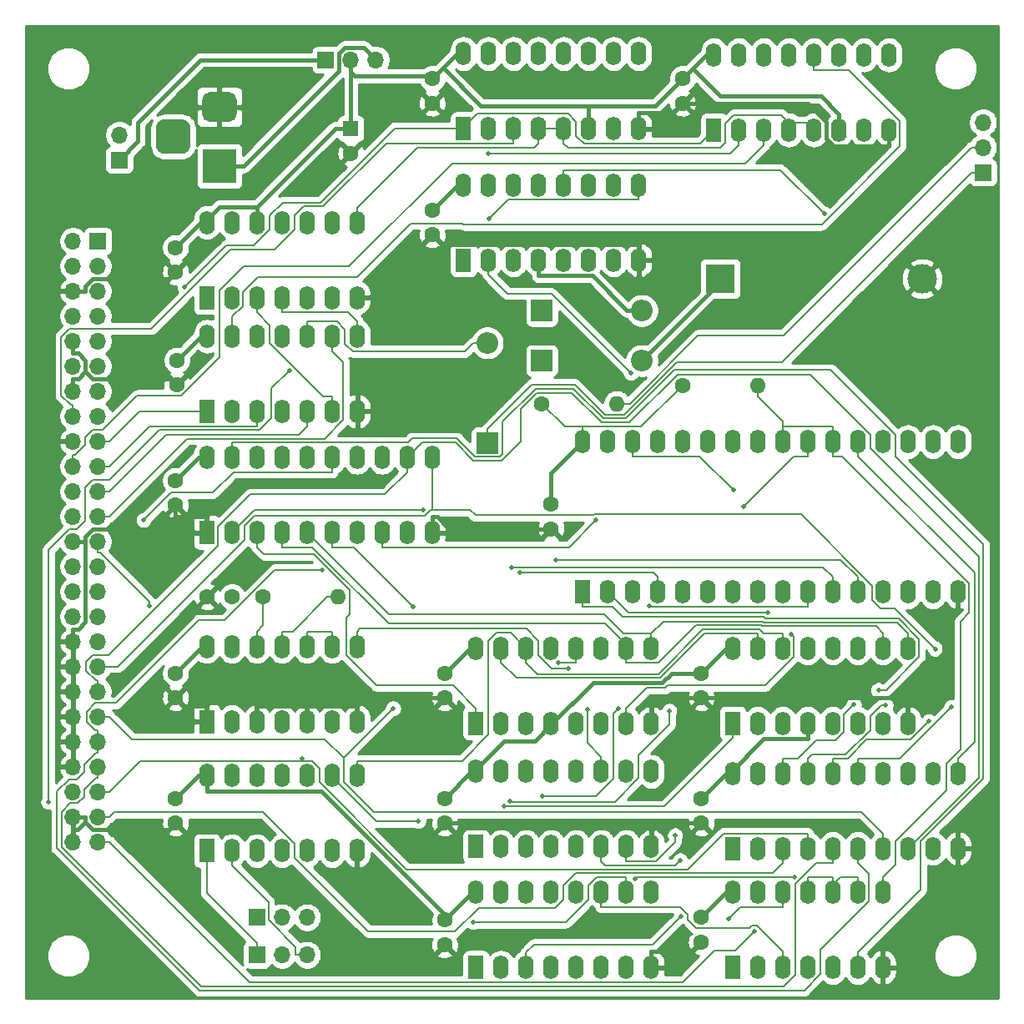
<source format=gtl>
G04 #@! TF.GenerationSoftware,KiCad,Pcbnew,(5.1.9)-1*
G04 #@! TF.CreationDate,2026-01-12T11:23:27+09:00*
G04 #@! TF.ProjectId,MZ700_EMM,4d5a3730-305f-4454-9d4d-2e6b69636164,rev?*
G04 #@! TF.SameCoordinates,PX53920b0PY93c3260*
G04 #@! TF.FileFunction,Copper,L1,Top*
G04 #@! TF.FilePolarity,Positive*
%FSLAX46Y46*%
G04 Gerber Fmt 4.6, Leading zero omitted, Abs format (unit mm)*
G04 Created by KiCad (PCBNEW (5.1.9)-1) date 2026-01-12 11:23:27*
%MOMM*%
%LPD*%
G01*
G04 APERTURE LIST*
G04 #@! TA.AperFunction,ComponentPad*
%ADD10R,1.700000X1.700000*%
G04 #@! TD*
G04 #@! TA.AperFunction,ComponentPad*
%ADD11O,1.700000X1.700000*%
G04 #@! TD*
G04 #@! TA.AperFunction,ComponentPad*
%ADD12R,3.500000X3.500000*%
G04 #@! TD*
G04 #@! TA.AperFunction,ComponentPad*
%ADD13R,1.600000X1.600000*%
G04 #@! TD*
G04 #@! TA.AperFunction,ComponentPad*
%ADD14C,1.600000*%
G04 #@! TD*
G04 #@! TA.AperFunction,ComponentPad*
%ADD15C,3.000000*%
G04 #@! TD*
G04 #@! TA.AperFunction,ComponentPad*
%ADD16R,3.000000X3.000000*%
G04 #@! TD*
G04 #@! TA.AperFunction,ComponentPad*
%ADD17O,2.200000X2.200000*%
G04 #@! TD*
G04 #@! TA.AperFunction,ComponentPad*
%ADD18R,2.200000X2.200000*%
G04 #@! TD*
G04 #@! TA.AperFunction,ComponentPad*
%ADD19O,1.600000X1.600000*%
G04 #@! TD*
G04 #@! TA.AperFunction,ComponentPad*
%ADD20R,1.600000X2.400000*%
G04 #@! TD*
G04 #@! TA.AperFunction,ComponentPad*
%ADD21O,1.600000X2.400000*%
G04 #@! TD*
G04 #@! TA.AperFunction,ViaPad*
%ADD22C,0.500000*%
G04 #@! TD*
G04 #@! TA.AperFunction,Conductor*
%ADD23C,0.400000*%
G04 #@! TD*
G04 #@! TA.AperFunction,Conductor*
%ADD24C,0.200000*%
G04 #@! TD*
G04 #@! TA.AperFunction,Conductor*
%ADD25C,0.254000*%
G04 #@! TD*
G04 #@! TA.AperFunction,Conductor*
%ADD26C,0.100000*%
G04 #@! TD*
G04 APERTURE END LIST*
D10*
X10160000Y85725000D03*
D11*
X10160000Y88265000D03*
D12*
X20320000Y85090000D03*
G04 #@! TA.AperFunction,ComponentPad*
G36*
G01*
X19320000Y92590000D02*
X21320000Y92590000D01*
G75*
G02*
X22070000Y91840000I0J-750000D01*
G01*
X22070000Y90340000D01*
G75*
G02*
X21320000Y89590000I-750000J0D01*
G01*
X19320000Y89590000D01*
G75*
G02*
X18570000Y90340000I0J750000D01*
G01*
X18570000Y91840000D01*
G75*
G02*
X19320000Y92590000I750000J0D01*
G01*
G37*
G04 #@! TD.AperFunction*
G04 #@! TA.AperFunction,ComponentPad*
G36*
G01*
X14745000Y89840000D02*
X16495000Y89840000D01*
G75*
G02*
X17370000Y88965000I0J-875000D01*
G01*
X17370000Y87215000D01*
G75*
G02*
X16495000Y86340000I-875000J0D01*
G01*
X14745000Y86340000D01*
G75*
G02*
X13870000Y87215000I0J875000D01*
G01*
X13870000Y88965000D01*
G75*
G02*
X14745000Y89840000I875000J0D01*
G01*
G37*
G04 #@! TD.AperFunction*
D10*
X8000000Y77500000D03*
D11*
X5460000Y77500000D03*
X8000000Y74960000D03*
X5460000Y74960000D03*
X8000000Y72420000D03*
X5460000Y72420000D03*
X8000000Y69880000D03*
X5460000Y69880000D03*
X8000000Y67340000D03*
X5460000Y67340000D03*
X8000000Y64800000D03*
X5460000Y64800000D03*
X8000000Y62260000D03*
X5460000Y62260000D03*
X8000000Y59720000D03*
X5460000Y59720000D03*
X8000000Y57180000D03*
X5460000Y57180000D03*
X8000000Y54640000D03*
X5460000Y54640000D03*
X8000000Y52100000D03*
X5460000Y52100000D03*
X8000000Y49560000D03*
X5460000Y49560000D03*
X8000000Y47020000D03*
X5460000Y47020000D03*
X8000000Y44480000D03*
X5460000Y44480000D03*
X8000000Y41940000D03*
X5460000Y41940000D03*
X8000000Y39400000D03*
X5460000Y39400000D03*
X8000000Y36860000D03*
X5460000Y36860000D03*
X8000000Y34320000D03*
X5460000Y34320000D03*
X8000000Y31780000D03*
X5460000Y31780000D03*
X8000000Y29240000D03*
X5460000Y29240000D03*
X8000000Y26700000D03*
X5460000Y26700000D03*
X8000000Y24160000D03*
X5460000Y24160000D03*
X8000000Y21620000D03*
X5460000Y21620000D03*
X8000000Y19080000D03*
X5460000Y19080000D03*
X8000000Y16540000D03*
X5460000Y16540000D03*
D10*
X31115000Y95885000D03*
D11*
X33655000Y95885000D03*
X36195000Y95885000D03*
D13*
X33655000Y88900000D03*
D14*
X33655000Y86400000D03*
D15*
X91610000Y73660000D03*
D16*
X71120000Y73660000D03*
D14*
X15875000Y20955000D03*
X15875000Y18455000D03*
X15875000Y33655000D03*
X15875000Y31155000D03*
X15875000Y74335000D03*
X15875000Y76835000D03*
X15875000Y50713000D03*
X15875000Y53213000D03*
X69215000Y8890000D03*
X69215000Y6390000D03*
X43180000Y33655000D03*
X43180000Y31155000D03*
X43180000Y6110000D03*
X43180000Y8610000D03*
X43180000Y20955000D03*
X43180000Y18455000D03*
X41910000Y78145000D03*
X41910000Y80645000D03*
X69215000Y33655000D03*
X69215000Y31155000D03*
X41910000Y93980000D03*
X41910000Y91480000D03*
X67310000Y91480000D03*
X67310000Y93980000D03*
X53975000Y48300000D03*
X53975000Y50800000D03*
X69215000Y20955000D03*
X69215000Y18455000D03*
X19090000Y41402000D03*
X21590000Y41402000D03*
D17*
X63175000Y65365000D03*
D18*
X53015000Y65365000D03*
X53015000Y70445000D03*
D17*
X63175000Y70445000D03*
D14*
X24765000Y41402000D03*
D19*
X32385000Y41402000D03*
D10*
X24130000Y5080000D03*
D11*
X26670000Y5080000D03*
X29210000Y5080000D03*
X29210000Y8890000D03*
X26670000Y8890000D03*
D10*
X24130000Y8890000D03*
D20*
X19050000Y15645000D03*
D21*
X34290000Y23265000D03*
X21590000Y15645000D03*
X31750000Y23265000D03*
X24130000Y15645000D03*
X29210000Y23265000D03*
X26670000Y15645000D03*
X26670000Y23265000D03*
X29210000Y15645000D03*
X24130000Y23265000D03*
X31750000Y15645000D03*
X21590000Y23265000D03*
X34290000Y15645000D03*
X19050000Y23265000D03*
X19050000Y36360000D03*
X34290000Y28740000D03*
X21590000Y36360000D03*
X31750000Y28740000D03*
X24130000Y36360000D03*
X29210000Y28740000D03*
X26670000Y36360000D03*
X26670000Y28740000D03*
X29210000Y36360000D03*
X24130000Y28740000D03*
X31750000Y36360000D03*
X21590000Y28740000D03*
X34290000Y36360000D03*
D20*
X19050000Y28740000D03*
X19050000Y47923000D03*
D21*
X41910000Y55543000D03*
X21590000Y47923000D03*
X39370000Y55543000D03*
X24130000Y47923000D03*
X36830000Y55543000D03*
X26670000Y47923000D03*
X34290000Y55543000D03*
X29210000Y47923000D03*
X31750000Y55543000D03*
X31750000Y47923000D03*
X29210000Y55543000D03*
X34290000Y47923000D03*
X26670000Y55543000D03*
X36830000Y47923000D03*
X24130000Y55543000D03*
X39370000Y47923000D03*
X21590000Y55543000D03*
X41910000Y47923000D03*
X19050000Y55543000D03*
X19050000Y79375000D03*
X34290000Y71755000D03*
X21590000Y79375000D03*
X31750000Y71755000D03*
X24130000Y79375000D03*
X29210000Y71755000D03*
X26670000Y79375000D03*
X26670000Y71755000D03*
X29210000Y79375000D03*
X24130000Y71755000D03*
X31750000Y79375000D03*
X21590000Y71755000D03*
X34290000Y79375000D03*
D20*
X19050000Y71755000D03*
D21*
X46355000Y36195000D03*
X64135000Y28575000D03*
X48895000Y36195000D03*
X61595000Y28575000D03*
X51435000Y36195000D03*
X59055000Y28575000D03*
X53975000Y36195000D03*
X56515000Y28575000D03*
X56515000Y36195000D03*
X53975000Y28575000D03*
X59055000Y36195000D03*
X51435000Y28575000D03*
X61595000Y36195000D03*
X48895000Y28575000D03*
X64135000Y36195000D03*
D20*
X46355000Y28575000D03*
X46355000Y3810000D03*
D21*
X64135000Y11430000D03*
X48895000Y3810000D03*
X61595000Y11430000D03*
X51435000Y3810000D03*
X59055000Y11430000D03*
X53975000Y3810000D03*
X56515000Y11430000D03*
X56515000Y3810000D03*
X53975000Y11430000D03*
X59055000Y3810000D03*
X51435000Y11430000D03*
X61595000Y3810000D03*
X48895000Y11430000D03*
X64135000Y3810000D03*
X46355000Y11430000D03*
X46355000Y23690000D03*
X64135000Y16070000D03*
X48895000Y23690000D03*
X61595000Y16070000D03*
X51435000Y23690000D03*
X59055000Y16070000D03*
X53975000Y23690000D03*
X56515000Y16070000D03*
X56515000Y23690000D03*
X53975000Y16070000D03*
X59055000Y23690000D03*
X51435000Y16070000D03*
X61595000Y23690000D03*
X48895000Y16070000D03*
X64135000Y23690000D03*
D20*
X46355000Y16070000D03*
X45085000Y75565000D03*
D21*
X62865000Y83185000D03*
X47625000Y75565000D03*
X60325000Y83185000D03*
X50165000Y75565000D03*
X57785000Y83185000D03*
X52705000Y75565000D03*
X55245000Y83185000D03*
X55245000Y75565000D03*
X52705000Y83185000D03*
X57785000Y75565000D03*
X50165000Y83185000D03*
X60325000Y75565000D03*
X47625000Y83185000D03*
X62865000Y75565000D03*
X45085000Y83185000D03*
D20*
X72390000Y28575000D03*
D21*
X90170000Y36195000D03*
X74930000Y28575000D03*
X87630000Y36195000D03*
X77470000Y28575000D03*
X85090000Y36195000D03*
X80010000Y28575000D03*
X82550000Y36195000D03*
X82550000Y28575000D03*
X80010000Y36195000D03*
X85090000Y28575000D03*
X77470000Y36195000D03*
X87630000Y28575000D03*
X74930000Y36195000D03*
X90170000Y28575000D03*
X72390000Y36195000D03*
D20*
X45085000Y88900000D03*
D21*
X62865000Y96520000D03*
X47625000Y88900000D03*
X60325000Y96520000D03*
X50165000Y88900000D03*
X57785000Y96520000D03*
X52705000Y88900000D03*
X55245000Y96520000D03*
X55245000Y88900000D03*
X52705000Y96520000D03*
X57785000Y88900000D03*
X50165000Y96520000D03*
X60325000Y88900000D03*
X47625000Y96520000D03*
X62865000Y88900000D03*
X45085000Y96520000D03*
X70485000Y96375000D03*
X88265000Y88755000D03*
X73025000Y96375000D03*
X85725000Y88755000D03*
X75565000Y96375000D03*
X83185000Y88755000D03*
X78105000Y96375000D03*
X80645000Y88755000D03*
X80645000Y96375000D03*
X78105000Y88755000D03*
X83185000Y96375000D03*
X75565000Y88755000D03*
X85725000Y96375000D03*
X73025000Y88755000D03*
X88265000Y96375000D03*
D20*
X70485000Y88755000D03*
X57150000Y41910000D03*
D21*
X95250000Y57150000D03*
X59690000Y41910000D03*
X92710000Y57150000D03*
X62230000Y41910000D03*
X90170000Y57150000D03*
X64770000Y41910000D03*
X87630000Y57150000D03*
X67310000Y41910000D03*
X85090000Y57150000D03*
X69850000Y41910000D03*
X82550000Y57150000D03*
X72390000Y41910000D03*
X80010000Y57150000D03*
X74930000Y41910000D03*
X77470000Y57150000D03*
X77470000Y41910000D03*
X74930000Y57150000D03*
X80010000Y41910000D03*
X72390000Y57150000D03*
X82550000Y41910000D03*
X69850000Y57150000D03*
X85090000Y41910000D03*
X67310000Y57150000D03*
X87630000Y41910000D03*
X64770000Y57150000D03*
X90170000Y41910000D03*
X62230000Y57150000D03*
X92710000Y41910000D03*
X59690000Y57150000D03*
X95250000Y41910000D03*
X57150000Y57150000D03*
D20*
X72390000Y3810000D03*
D21*
X87630000Y11430000D03*
X74930000Y3810000D03*
X85090000Y11430000D03*
X77470000Y3810000D03*
X82550000Y11430000D03*
X80010000Y3810000D03*
X80010000Y11430000D03*
X82550000Y3810000D03*
X77470000Y11430000D03*
X85090000Y3810000D03*
X74930000Y11430000D03*
X87630000Y3810000D03*
X72390000Y11430000D03*
X72390000Y23495000D03*
X95250000Y15875000D03*
X74930000Y23495000D03*
X92710000Y15875000D03*
X77470000Y23495000D03*
X90170000Y15875000D03*
X80010000Y23495000D03*
X87630000Y15875000D03*
X82550000Y23495000D03*
X85090000Y15875000D03*
X85090000Y23495000D03*
X82550000Y15875000D03*
X87630000Y23495000D03*
X80010000Y15875000D03*
X90170000Y23495000D03*
X77470000Y15875000D03*
X92710000Y23495000D03*
X74930000Y15875000D03*
X95250000Y23495000D03*
D20*
X72390000Y15875000D03*
D14*
X67310000Y62865000D03*
D19*
X74930000Y62865000D03*
D14*
X16002000Y65405000D03*
X16002000Y62905000D03*
D20*
X19081000Y60208000D03*
D21*
X34321000Y67828000D03*
X21621000Y60208000D03*
X31781000Y67828000D03*
X24161000Y60208000D03*
X29241000Y67828000D03*
X26701000Y60208000D03*
X26701000Y67828000D03*
X29241000Y60208000D03*
X24161000Y67828000D03*
X31781000Y60208000D03*
X21621000Y67828000D03*
X34321000Y60208000D03*
X19081000Y67828000D03*
D18*
X47500000Y57000000D03*
D17*
X47500000Y67160000D03*
D14*
X53000000Y61000000D03*
D19*
X60620000Y61000000D03*
D10*
X97790000Y84455000D03*
D11*
X97790000Y86995000D03*
X97790000Y89535000D03*
D22*
X2956300Y20596700D03*
X27412700Y64357200D03*
X13235600Y40488900D03*
X47625000Y86398800D03*
X16808300Y72779100D03*
X92945700Y36114800D03*
X37967000Y30091500D03*
X30704200Y44130200D03*
X12630500Y49168200D03*
X28713400Y24990000D03*
X74597100Y7421400D03*
X40508800Y18643700D03*
X46034600Y8403600D03*
X58518700Y49174500D03*
X81699000Y80233000D03*
X78626500Y12961100D03*
X62499000Y12793900D03*
X57659600Y30019300D03*
X71998000Y8748700D03*
X55685100Y34144000D03*
X40943600Y50183800D03*
X49202600Y20127500D03*
X39950700Y40434400D03*
X47644300Y79749900D03*
X78290900Y37627800D03*
X63894300Y40453100D03*
X54720700Y34736300D03*
X54440700Y45155200D03*
X50002000Y44380400D03*
X67175300Y9012700D03*
X66540300Y17212300D03*
X67073800Y14660500D03*
X73492500Y50523500D03*
X53069000Y21139700D03*
X60818100Y30072500D03*
X49760000Y20698900D03*
X65958100Y29832200D03*
X62047200Y64096200D03*
X50792100Y43830100D03*
X72453700Y52212300D03*
X75910200Y39757900D03*
X87172000Y31938300D03*
X94572300Y30219800D03*
X84681100Y30484200D03*
X87922700Y30365400D03*
X92306800Y28754200D03*
D23*
X19050000Y23265000D02*
X19050000Y21664700D01*
X43426400Y8856400D02*
X30618100Y21664700D01*
X30618100Y21664700D02*
X19050000Y21664700D01*
X43426400Y8856400D02*
X46000000Y11430000D01*
X46000000Y11430000D02*
X46355000Y11430000D01*
X43180000Y8610000D02*
X43426400Y8856400D01*
X69215000Y33655000D02*
X66199500Y33655000D01*
X66199500Y33655000D02*
X65203300Y32658800D01*
X65203300Y32658800D02*
X58217100Y32658800D01*
X58217100Y32658800D02*
X53975000Y28416700D01*
X46135000Y23690000D02*
X49238100Y26793100D01*
X49238100Y26793100D02*
X52351400Y26793100D01*
X52351400Y26793100D02*
X53975000Y28416700D01*
X46135000Y23690000D02*
X46355000Y23690000D01*
X43180000Y20955000D02*
X45915000Y23690000D01*
X45915000Y23690000D02*
X46135000Y23690000D01*
X53975000Y28575000D02*
X53975000Y28416700D01*
X57785000Y91230700D02*
X64560700Y91230700D01*
X64560700Y91230700D02*
X67310000Y93980000D01*
X42980000Y95050000D02*
X46799300Y91230700D01*
X46799300Y91230700D02*
X57785000Y91230700D01*
X57785000Y91230700D02*
X57785000Y90500300D01*
X42980000Y95050000D02*
X44450000Y96520000D01*
X44450000Y96520000D02*
X45085000Y96520000D01*
X42183800Y94253800D02*
X42980000Y95050000D01*
X57785000Y88900000D02*
X57785000Y90500300D01*
X67310000Y93980000D02*
X68307500Y94977500D01*
X83185000Y88755000D02*
X83185000Y90355300D01*
X68307500Y94977500D02*
X71088600Y92196400D01*
X71088600Y92196400D02*
X81343900Y92196400D01*
X81343900Y92196400D02*
X83185000Y90355300D01*
X68307500Y94977500D02*
X69705000Y96375000D01*
X69705000Y96375000D02*
X70485000Y96375000D01*
X63175000Y70445000D02*
X61674700Y70445000D01*
X52705000Y75565000D02*
X52705000Y73964700D01*
X52705000Y73964700D02*
X58155000Y73964700D01*
X58155000Y73964700D02*
X61674700Y70445000D01*
X80010000Y28575000D02*
X80010000Y26974700D01*
X72090100Y23495000D02*
X75569800Y26974700D01*
X75569800Y26974700D02*
X80010000Y26974700D01*
X72090100Y23495000D02*
X72390000Y23495000D01*
X69215000Y20955000D02*
X71755000Y23495000D01*
X71755000Y23495000D02*
X72090100Y23495000D01*
X69215000Y33655000D02*
X71755000Y36195000D01*
X71755000Y36195000D02*
X72390000Y36195000D01*
X15875000Y20955000D02*
X18185000Y23265000D01*
X18185000Y23265000D02*
X19050000Y23265000D01*
X33655000Y94634600D02*
X34035800Y94253800D01*
X34035800Y94253800D02*
X42183800Y94253800D01*
X33655000Y94634600D02*
X33655000Y88900000D01*
X33655000Y95885000D02*
X33655000Y94634600D01*
X41910000Y93980000D02*
X42183800Y94253800D01*
X24130000Y80975300D02*
X32054700Y88900000D01*
X32054700Y88900000D02*
X33655000Y88900000D01*
X24130000Y80825200D02*
X24130000Y80975300D01*
X24130000Y79375000D02*
X24130000Y80825200D01*
X18732500Y79375000D02*
X20332800Y80975300D01*
X20332800Y80975300D02*
X24130000Y80975300D01*
X18732500Y79375000D02*
X19050000Y79375000D01*
X15875000Y76835000D02*
X18415000Y79375000D01*
X18415000Y79375000D02*
X18732500Y79375000D01*
X69215000Y8890000D02*
X71755000Y11430000D01*
X71755000Y11430000D02*
X72390000Y11430000D01*
X43180000Y33655000D02*
X45720000Y36195000D01*
X45720000Y36195000D02*
X46355000Y36195000D01*
X15875000Y33655000D02*
X18580000Y36360000D01*
X18580000Y36360000D02*
X19050000Y36360000D01*
X15875000Y53213000D02*
X18205000Y55543000D01*
X18205000Y55543000D02*
X19050000Y55543000D01*
X16002000Y65405000D02*
X18425000Y67828000D01*
X18425000Y67828000D02*
X19081000Y67828000D01*
X41910000Y80645000D02*
X44450000Y83185000D01*
X44450000Y83185000D02*
X45085000Y83185000D01*
X5460000Y72420000D02*
X6710300Y72420000D01*
X15875000Y74335000D02*
X15230000Y73690000D01*
X15230000Y73690000D02*
X7462200Y73690000D01*
X7462200Y73690000D02*
X6710300Y72938100D01*
X6710300Y72938100D02*
X6710300Y72420000D01*
X89190300Y31155000D02*
X90170000Y30175300D01*
X69215000Y31155000D02*
X89190300Y31155000D01*
X95250000Y40309700D02*
X93797900Y38857600D01*
X93797900Y38857600D02*
X93797900Y35762600D01*
X93797900Y35762600D02*
X89190300Y31155000D01*
X95250000Y41910000D02*
X95250000Y40309700D01*
X90170000Y28575000D02*
X90170000Y30175300D01*
X64135000Y30175300D02*
X65114700Y31155000D01*
X65114700Y31155000D02*
X69215000Y31155000D01*
X19050000Y28740000D02*
X19050000Y30340300D01*
X19050000Y30340300D02*
X16689700Y30340300D01*
X16689700Y30340300D02*
X15875000Y31155000D01*
X64135000Y3810000D02*
X64135000Y5410300D01*
X69215000Y6390000D02*
X68235300Y5410300D01*
X68235300Y5410300D02*
X64135000Y5410300D01*
X6710300Y47020000D02*
X6710300Y47538100D01*
X6710300Y47538100D02*
X7462000Y48289800D01*
X7462000Y48289800D02*
X14641500Y48289800D01*
X14641500Y48289800D02*
X15875000Y49523300D01*
X62865000Y88900000D02*
X62865000Y90500300D01*
X62865000Y90500300D02*
X66330300Y90500300D01*
X66330300Y90500300D02*
X67310000Y91480000D01*
X64135000Y28575000D02*
X64135000Y30175300D01*
X15875000Y50713000D02*
X15875000Y49523300D01*
X15875000Y49523300D02*
X19050000Y49523300D01*
X43180000Y31155000D02*
X35104700Y31155000D01*
X35104700Y31155000D02*
X34290000Y30340300D01*
X34290000Y28740000D02*
X34290000Y30340300D01*
X29210000Y30340300D02*
X34290000Y30340300D01*
X24130000Y30190200D02*
X24280100Y30340300D01*
X24280100Y30340300D02*
X29210000Y30340300D01*
X64135000Y17670300D02*
X64919700Y18455000D01*
X64919700Y18455000D02*
X69215000Y18455000D01*
X64135000Y17629800D02*
X64135000Y17670300D01*
X64135000Y16070000D02*
X64135000Y17629800D01*
X43180000Y18455000D02*
X63350300Y18455000D01*
X63350300Y18455000D02*
X64135000Y17670300D01*
X6730000Y64262200D02*
X5978100Y63510300D01*
X5978100Y63510300D02*
X5460000Y63510300D01*
X5460000Y66089700D02*
X6007000Y66089700D01*
X6007000Y66089700D02*
X6730000Y65366700D01*
X6730000Y65366700D02*
X6730000Y64262200D01*
X16002000Y62905000D02*
X15396600Y63510400D01*
X15396600Y63510400D02*
X7481800Y63510400D01*
X7481800Y63510400D02*
X6730000Y64262200D01*
X5460000Y62260000D02*
X5460000Y63510300D01*
X5460000Y67340000D02*
X5460000Y66089700D01*
X5460000Y36860000D02*
X5460000Y38110300D01*
X6710300Y47020000D02*
X6710300Y38842500D01*
X6710300Y38842500D02*
X5978100Y38110300D01*
X5978100Y38110300D02*
X5460000Y38110300D01*
X6710300Y18561900D02*
X6710300Y19080000D01*
X15875000Y18455000D02*
X15230000Y17810000D01*
X15230000Y17810000D02*
X7462200Y17810000D01*
X7462200Y17810000D02*
X6710300Y18561900D01*
X6710300Y18561900D02*
X5938700Y17790300D01*
X5938700Y17790300D02*
X5460000Y17790300D01*
X5460000Y16540000D02*
X5460000Y17790300D01*
X34290000Y71755000D02*
X35520000Y71755000D01*
X35520000Y71755000D02*
X41910000Y78145000D01*
X62865000Y77165300D02*
X42889700Y77165300D01*
X42889700Y77165300D02*
X41910000Y78145000D01*
X19050000Y47923000D02*
X19050000Y49523300D01*
X88265000Y88755000D02*
X88265000Y87154700D01*
X62865000Y75565000D02*
X62865000Y77165300D01*
X5460000Y19080000D02*
X6710300Y19080000D01*
X5460000Y47020000D02*
X6710300Y47020000D01*
X67310000Y91480000D02*
X80028900Y91480000D01*
X80028900Y91480000D02*
X81915000Y89593900D01*
X81915000Y89593900D02*
X81915000Y87874600D01*
X81915000Y87874600D02*
X82634900Y87154700D01*
X82634900Y87154700D02*
X88265000Y87154700D01*
X24130000Y28740000D02*
X24130000Y30190200D01*
X29210000Y28740000D02*
X29210000Y30340300D01*
X41910000Y47923000D02*
X41910000Y49523300D01*
X41910000Y49523300D02*
X42407200Y49523300D01*
X42407200Y49523300D02*
X43630500Y48300000D01*
X43630500Y48300000D02*
X53975000Y48300000D01*
D24*
X27412700Y64357200D02*
X25600600Y62545100D01*
X25600600Y62545100D02*
X25600600Y59491900D01*
X25600600Y59491900D02*
X24416000Y58307300D01*
X24416000Y58307300D02*
X14243100Y58307300D01*
X14243100Y58307300D02*
X9186200Y53250400D01*
X9186200Y53250400D02*
X7497500Y53250400D01*
X7497500Y53250400D02*
X6730000Y52482900D01*
X6730000Y52482900D02*
X6730000Y49150100D01*
X6730000Y49150100D02*
X5869900Y48290000D01*
X5869900Y48290000D02*
X5089700Y48290000D01*
X5089700Y48290000D02*
X2956300Y46156600D01*
X2956300Y46156600D02*
X2956300Y20596700D01*
X5460000Y59720000D02*
X5460000Y60870300D01*
X50165000Y88900000D02*
X50165000Y87399700D01*
X50165000Y87399700D02*
X37265400Y87399700D01*
X37265400Y87399700D02*
X30865400Y80999700D01*
X30865400Y80999700D02*
X28868700Y80999700D01*
X28868700Y80999700D02*
X27940000Y80071000D01*
X27940000Y80071000D02*
X27940000Y78655400D01*
X27940000Y78655400D02*
X25895900Y76611300D01*
X25895900Y76611300D02*
X21419100Y76611300D01*
X21419100Y76611300D02*
X13417800Y68610000D01*
X13417800Y68610000D02*
X5100600Y68610000D01*
X5100600Y68610000D02*
X4263600Y67773000D01*
X4263600Y67773000D02*
X4263600Y61828300D01*
X4263600Y61828300D02*
X5221600Y60870300D01*
X5221600Y60870300D02*
X5460000Y60870300D01*
X9150300Y57180000D02*
X12178300Y60208000D01*
X12178300Y60208000D02*
X19081000Y60208000D01*
X8000000Y57180000D02*
X9150300Y57180000D01*
X24161000Y58707700D02*
X13218000Y58707700D01*
X13218000Y58707700D02*
X9150300Y54640000D01*
X8000000Y54640000D02*
X9150300Y54640000D01*
X24161000Y60208000D02*
X24161000Y58707700D01*
X5460000Y54640000D02*
X5460000Y55790300D01*
X75565000Y88755000D02*
X75565000Y87254700D01*
X75565000Y87254700D02*
X73691300Y85381000D01*
X73691300Y85381000D02*
X43957500Y85381000D01*
X43957500Y85381000D02*
X33485500Y74909000D01*
X33485500Y74909000D02*
X22787200Y74909000D01*
X22787200Y74909000D02*
X20351000Y72472800D01*
X20351000Y72472800D02*
X20351000Y65691700D01*
X20351000Y65691700D02*
X16463900Y61804600D01*
X16463900Y61804600D02*
X11984800Y61804600D01*
X11984800Y61804600D02*
X8510600Y58330400D01*
X8510600Y58330400D02*
X7461900Y58330400D01*
X7461900Y58330400D02*
X6730000Y57598500D01*
X6730000Y57598500D02*
X6730000Y56822000D01*
X6730000Y56822000D02*
X5698300Y55790300D01*
X5698300Y55790300D02*
X5460000Y55790300D01*
X9150300Y52100000D02*
X14894200Y57843900D01*
X14894200Y57843900D02*
X28377200Y57843900D01*
X28377200Y57843900D02*
X29241000Y58707700D01*
X8000000Y52100000D02*
X9150300Y52100000D01*
X29241000Y60208000D02*
X29241000Y58707700D01*
X9150300Y49560000D02*
X17033900Y57443600D01*
X17033900Y57443600D02*
X30973300Y57443600D01*
X30973300Y57443600D02*
X32898400Y59368700D01*
X32898400Y59368700D02*
X32898400Y65210300D01*
X32898400Y65210300D02*
X31781000Y66327700D01*
X8000000Y49560000D02*
X9150300Y49560000D01*
X31781000Y67828000D02*
X31781000Y66327700D01*
X8000000Y47020000D02*
X8000000Y45869700D01*
X13235600Y40488900D02*
X13235600Y40872400D01*
X13235600Y40872400D02*
X8238300Y45869700D01*
X8238300Y45869700D02*
X8000000Y45869700D01*
X19050000Y15645000D02*
X19050000Y11310300D01*
X19050000Y11310300D02*
X24130000Y6230300D01*
X24130000Y5080000D02*
X24130000Y6230300D01*
X73025000Y87254700D02*
X72169100Y86398800D01*
X72169100Y86398800D02*
X47625000Y86398800D01*
X73025000Y88755000D02*
X73025000Y87254700D01*
X45085000Y88946900D02*
X38093900Y88946900D01*
X38093900Y88946900D02*
X30547100Y81400100D01*
X30547100Y81400100D02*
X26736700Y81400100D01*
X26736700Y81400100D02*
X25400000Y80063400D01*
X25400000Y80063400D02*
X25400000Y78652700D01*
X25400000Y78652700D02*
X23759000Y77011700D01*
X23759000Y77011700D02*
X21040900Y77011700D01*
X21040900Y77011700D02*
X16808300Y72779100D01*
X45085000Y88946900D02*
X45085000Y88993800D01*
X45085000Y88900000D02*
X45085000Y88946900D01*
X70485000Y88755000D02*
X69099200Y87369200D01*
X69099200Y87369200D02*
X57323400Y87369200D01*
X57323400Y87369200D02*
X56515000Y88177600D01*
X56515000Y88177600D02*
X56515000Y89588400D01*
X56515000Y89588400D02*
X55695600Y90407800D01*
X55695600Y90407800D02*
X46499000Y90407800D01*
X46499000Y90407800D02*
X45085000Y88993800D01*
X8000000Y34320000D02*
X10015600Y34320000D01*
X10015600Y34320000D02*
X22860000Y47164400D01*
X22860000Y47164400D02*
X22860000Y48626600D01*
X22860000Y48626600D02*
X23866900Y49633500D01*
X23866900Y49633500D02*
X41171600Y49633500D01*
X41171600Y49633500D02*
X41765300Y50227200D01*
X41765300Y50227200D02*
X41765300Y50227300D01*
X41765300Y50227300D02*
X41910000Y50227300D01*
X92945700Y36114800D02*
X88850900Y40209600D01*
X88850900Y40209600D02*
X87369800Y40209600D01*
X87369800Y40209600D02*
X86529600Y41049800D01*
X86529600Y41049800D02*
X86529600Y42537000D01*
X86529600Y42537000D02*
X79314800Y49751800D01*
X79314800Y49751800D02*
X58317800Y49751800D01*
X58317800Y49751800D02*
X58231300Y49665300D01*
X58231300Y49665300D02*
X46287400Y49665300D01*
X46287400Y49665300D02*
X45725400Y50227300D01*
X45725400Y50227300D02*
X41910000Y50227300D01*
X41910000Y50227300D02*
X41910000Y54042700D01*
X41910000Y55543000D02*
X41910000Y54042700D01*
X8000000Y31780000D02*
X8000000Y32930300D01*
X39370000Y55543000D02*
X39370000Y54042700D01*
X39370000Y54042700D02*
X37123000Y51795700D01*
X37123000Y51795700D02*
X23490900Y51795700D01*
X23490900Y51795700D02*
X20178400Y48483200D01*
X20178400Y48483200D02*
X20178400Y46604900D01*
X20178400Y46604900D02*
X9043900Y35470400D01*
X9043900Y35470400D02*
X7461900Y35470400D01*
X7461900Y35470400D02*
X6821500Y34830000D01*
X6821500Y34830000D02*
X6821500Y33870400D01*
X6821500Y33870400D02*
X7761600Y32930300D01*
X7761600Y32930300D02*
X8000000Y32930300D01*
X90170000Y15875000D02*
X97363100Y23068100D01*
X97363100Y23068100D02*
X97363100Y45443200D01*
X97363100Y45443200D02*
X86360000Y56446300D01*
X86360000Y56446300D02*
X86360000Y57850500D01*
X86360000Y57850500D02*
X80238600Y63971900D01*
X80238600Y63971900D02*
X66813800Y63971900D01*
X66813800Y63971900D02*
X61929900Y59088000D01*
X61929900Y59088000D02*
X59074200Y59088000D01*
X59074200Y59088000D02*
X56053700Y62108500D01*
X56053700Y62108500D02*
X52540700Y62108500D01*
X52540700Y62108500D02*
X50869400Y60437200D01*
X50869400Y60437200D02*
X50869400Y57127500D01*
X50869400Y57127500D02*
X48941200Y55199300D01*
X48941200Y55199300D02*
X46101100Y55199300D01*
X46101100Y55199300D02*
X44245900Y57054500D01*
X44245900Y57054500D02*
X40881500Y57054500D01*
X40881500Y57054500D02*
X39370000Y55543000D01*
X32908600Y25033100D02*
X37967000Y30091500D01*
X9150300Y29240000D02*
X11459200Y26931100D01*
X11459200Y26931100D02*
X31010600Y26931100D01*
X31010600Y26931100D02*
X32908600Y25033100D01*
X32908600Y25033100D02*
X32908600Y22651800D01*
X32908600Y22651800D02*
X36005000Y19555400D01*
X36005000Y19555400D02*
X85449900Y19555400D01*
X85449900Y19555400D02*
X87630000Y17375300D01*
X8000000Y29240000D02*
X9150300Y29240000D01*
X87630000Y15875000D02*
X87630000Y17375300D01*
X8000000Y27850300D02*
X7712400Y27850300D01*
X7712400Y27850300D02*
X6825600Y28737100D01*
X6825600Y28737100D02*
X6825600Y29721000D01*
X6825600Y29721000D02*
X7734200Y30629600D01*
X7734200Y30629600D02*
X9845600Y30629600D01*
X9845600Y30629600D02*
X18211900Y38995900D01*
X18211900Y38995900D02*
X20802700Y38995900D01*
X20802700Y38995900D02*
X25937000Y44130200D01*
X25937000Y44130200D02*
X30704200Y44130200D01*
X8000000Y26700000D02*
X8000000Y27850300D01*
X8000000Y26624700D02*
X8000000Y26700000D01*
X8000000Y25549700D02*
X7761600Y25549700D01*
X7761600Y25549700D02*
X6610400Y24398500D01*
X6610400Y24398500D02*
X6610400Y23656600D01*
X6610400Y23656600D02*
X5843800Y22890000D01*
X5843800Y22890000D02*
X5077000Y22890000D01*
X5077000Y22890000D02*
X3856200Y21669200D01*
X3856200Y21669200D02*
X3856200Y15888200D01*
X3856200Y15888200D02*
X18266900Y1477500D01*
X18266900Y1477500D02*
X79646000Y1477500D01*
X79646000Y1477500D02*
X81280000Y3111500D01*
X81280000Y3111500D02*
X81280000Y5586300D01*
X81280000Y5586300D02*
X86201200Y10507500D01*
X86201200Y10507500D02*
X86201200Y13263500D01*
X86201200Y13263500D02*
X85090000Y14374700D01*
X8000000Y26624700D02*
X8000000Y26398600D01*
X8000000Y26124900D02*
X8000000Y25549700D01*
X8000000Y26124900D02*
X8000000Y26398600D01*
X85090000Y15875000D02*
X85090000Y14374700D01*
X31750000Y54042700D02*
X21753000Y54042700D01*
X21753000Y54042700D02*
X19690300Y51980000D01*
X19690300Y51980000D02*
X15442300Y51980000D01*
X15442300Y51980000D02*
X12630500Y49168200D01*
X31750000Y55543000D02*
X31750000Y54042700D01*
X8000000Y23009700D02*
X7761600Y23009700D01*
X7761600Y23009700D02*
X6610400Y21858500D01*
X6610400Y21858500D02*
X6610400Y21115000D01*
X6610400Y21115000D02*
X5965000Y20469600D01*
X5965000Y20469600D02*
X5194500Y20469600D01*
X5194500Y20469600D02*
X4307700Y19582800D01*
X4307700Y19582800D02*
X4307700Y16003000D01*
X4307700Y16003000D02*
X18432900Y1877800D01*
X18432900Y1877800D02*
X77528200Y1877800D01*
X77528200Y1877800D02*
X78740000Y3089600D01*
X78740000Y3089600D02*
X78740000Y12293200D01*
X78740000Y12293200D02*
X80821400Y14374600D01*
X80821400Y14374600D02*
X82550000Y14374600D01*
X82550000Y14374600D02*
X82550000Y14374700D01*
X8000000Y24160000D02*
X8000000Y23009700D01*
X82550000Y15875000D02*
X82550000Y14374700D01*
X28713400Y24769100D02*
X12299400Y24769100D01*
X12299400Y24769100D02*
X9150300Y21620000D01*
X80010000Y17375300D02*
X71447100Y17375300D01*
X71447100Y17375300D02*
X67833800Y13762000D01*
X67833800Y13762000D02*
X39296700Y13762000D01*
X39296700Y13762000D02*
X30480000Y22578700D01*
X30480000Y22578700D02*
X30480000Y23988100D01*
X30480000Y23988100D02*
X29699000Y24769100D01*
X29699000Y24769100D02*
X28713400Y24769100D01*
X28713400Y24769100D02*
X28713400Y24990000D01*
X8000000Y21620000D02*
X9150300Y21620000D01*
X80010000Y15875000D02*
X80010000Y17375300D01*
X8000000Y19080000D02*
X9150300Y19080000D01*
X77470000Y15875000D02*
X77470000Y14374700D01*
X77470000Y14374700D02*
X76456800Y13361500D01*
X76456800Y13361500D02*
X56478300Y13361500D01*
X56478300Y13361500D02*
X55245000Y12128200D01*
X55245000Y12128200D02*
X55245000Y10711100D01*
X55245000Y10711100D02*
X54401300Y9867400D01*
X54401300Y9867400D02*
X46620300Y9867400D01*
X46620300Y9867400D02*
X44204000Y7451100D01*
X44204000Y7451100D02*
X35412500Y7451100D01*
X35412500Y7451100D02*
X27940000Y14923600D01*
X27940000Y14923600D02*
X27940000Y16355600D01*
X27940000Y16355600D02*
X24739100Y19556500D01*
X24739100Y19556500D02*
X9626800Y19556500D01*
X9626800Y19556500D02*
X9150300Y19080000D01*
X8000000Y16540000D02*
X9150300Y16540000D01*
X74597100Y7421400D02*
X72665600Y5489900D01*
X72665600Y5489900D02*
X70504800Y5489900D01*
X70504800Y5489900D02*
X67324500Y2309600D01*
X67324500Y2309600D02*
X23380700Y2309600D01*
X23380700Y2309600D02*
X9150300Y16540000D01*
D23*
X71120000Y73660000D02*
X71120000Y73310000D01*
X71120000Y73310000D02*
X63175000Y65365000D01*
X12065000Y87630000D02*
X10160000Y85725000D01*
X12065000Y89535000D02*
X12065000Y87630000D01*
X18415000Y95885000D02*
X12065000Y89535000D01*
X31115000Y95885000D02*
X18415000Y95885000D01*
X20320000Y85090000D02*
X22740000Y85090000D01*
X22740000Y85090000D02*
X32405000Y94755000D01*
X32405000Y94755000D02*
X32405000Y96485000D01*
X32405000Y96485000D02*
X33055000Y97135000D01*
X33055000Y97135000D02*
X34945000Y97135000D01*
X34945000Y97135000D02*
X36195000Y95885000D01*
D24*
X24130000Y36360000D02*
X24130000Y37860300D01*
X24130000Y37860300D02*
X24765000Y38495300D01*
X24765000Y38495300D02*
X24765000Y41402000D01*
X29210000Y5080000D02*
X28059700Y5080000D01*
X21590000Y15645000D02*
X21590000Y14144700D01*
X21590000Y14144700D02*
X25280400Y10454300D01*
X25280400Y10454300D02*
X25280400Y8632200D01*
X25280400Y8632200D02*
X28059700Y5852900D01*
X28059700Y5852900D02*
X28059700Y5080000D01*
X31750000Y23265000D02*
X31750000Y23150400D01*
X31750000Y23150400D02*
X36256700Y18643700D01*
X36256700Y18643700D02*
X40508800Y18643700D01*
X61595000Y11430000D02*
X61595000Y12930300D01*
X46034600Y8403600D02*
X55481400Y8403600D01*
X55481400Y8403600D02*
X57785000Y10707200D01*
X57785000Y10707200D02*
X57785000Y12136300D01*
X57785000Y12136300D02*
X58579000Y12930300D01*
X58579000Y12930300D02*
X61595000Y12930300D01*
X36830000Y47923000D02*
X36830000Y46422700D01*
X58518700Y49174500D02*
X55766900Y46422700D01*
X55766900Y46422700D02*
X36830000Y46422700D01*
X59055000Y11430000D02*
X59055000Y9929700D01*
X59055000Y9929700D02*
X67039300Y9929700D01*
X67039300Y9929700D02*
X67817700Y9151300D01*
X67817700Y9151300D02*
X67817700Y8657400D01*
X67817700Y8657400D02*
X68703600Y7771500D01*
X68703600Y7771500D02*
X74070600Y7771500D01*
X74070600Y7771500D02*
X74331700Y8032600D01*
X74331700Y8032600D02*
X74835900Y8032600D01*
X74835900Y8032600D02*
X77470000Y5398500D01*
X77470000Y5398500D02*
X77470000Y3810000D01*
X85090000Y5310300D02*
X91440000Y11660300D01*
X91440000Y11660300D02*
X91440000Y16578700D01*
X91440000Y16578700D02*
X97804200Y22942900D01*
X97804200Y22942900D02*
X97804200Y46745400D01*
X97804200Y46745400D02*
X88900000Y55649600D01*
X88900000Y55649600D02*
X88900000Y57854300D01*
X88900000Y57854300D02*
X82332000Y64422300D01*
X82332000Y64422300D02*
X66498100Y64422300D01*
X66498100Y64422300D02*
X61564100Y59488300D01*
X61564100Y59488300D02*
X59240000Y59488300D01*
X59240000Y59488300D02*
X56208200Y62520100D01*
X56208200Y62520100D02*
X52386000Y62520100D01*
X52386000Y62520100D02*
X49021500Y59155600D01*
X49021500Y59155600D02*
X49021500Y55845700D01*
X49021500Y55845700D02*
X48775400Y55599600D01*
X48775400Y55599600D02*
X46266900Y55599600D01*
X46266900Y55599600D02*
X44411600Y57454900D01*
X44411600Y57454900D02*
X39848300Y57454900D01*
X39848300Y57454900D02*
X39436700Y57043300D01*
X39436700Y57043300D02*
X21590000Y57043300D01*
X85090000Y3810000D02*
X85090000Y5310300D01*
X21590000Y55543000D02*
X21590000Y57043300D01*
X55245000Y83185000D02*
X55245000Y84685300D01*
X81699000Y80233000D02*
X77246700Y84685300D01*
X77246700Y84685300D02*
X55245000Y84685300D01*
X62499000Y12793900D02*
X62666200Y12961100D01*
X62666200Y12961100D02*
X78626500Y12961100D01*
X59055000Y23690000D02*
X59055000Y25190300D01*
X59055000Y25190300D02*
X57659600Y26585700D01*
X57659600Y26585700D02*
X57659600Y30019300D01*
X21621000Y69328300D02*
X21621000Y69830000D01*
X21621000Y69830000D02*
X21621100Y69830000D01*
X21621100Y69830000D02*
X22690300Y70899200D01*
X22690300Y70899200D02*
X22690300Y72289400D01*
X22690300Y72289400D02*
X24222400Y73821500D01*
X24222400Y73821500D02*
X34268900Y73821500D01*
X34268900Y73821500D02*
X39735800Y79288400D01*
X39735800Y79288400D02*
X44968900Y79288400D01*
X44968900Y79288400D02*
X45079000Y79178300D01*
X45079000Y79178300D02*
X81422600Y79178300D01*
X81422600Y79178300D02*
X89365400Y87121100D01*
X89365400Y87121100D02*
X89365400Y89679000D01*
X89365400Y89679000D02*
X84169700Y94874700D01*
X84169700Y94874700D02*
X80645000Y94874700D01*
X80645000Y96375000D02*
X80645000Y94874700D01*
X21621000Y67828000D02*
X21621000Y69328300D01*
X67310000Y62865000D02*
X63095300Y58650300D01*
X63095300Y58650300D02*
X57150000Y58650300D01*
X57150000Y57150000D02*
X57150000Y58650300D01*
X57150000Y58650300D02*
X55349700Y58650300D01*
X55349700Y58650300D02*
X53000000Y61000000D01*
D23*
X53975000Y50800000D02*
X53975000Y53975000D01*
X53975000Y53975000D02*
X57150000Y57150000D01*
D24*
X26670000Y36360000D02*
X26670000Y37860300D01*
X32385000Y41402000D02*
X31284700Y41402000D01*
X31284700Y41402000D02*
X27743000Y37860300D01*
X27743000Y37860300D02*
X26670000Y37860300D01*
X51435000Y34694700D02*
X52570300Y33559400D01*
X52570300Y33559400D02*
X64830300Y33559400D01*
X64830300Y33559400D02*
X69366600Y38095700D01*
X69366600Y38095700D02*
X75095900Y38095700D01*
X75095900Y38095700D02*
X75496300Y37695300D01*
X75496300Y37695300D02*
X77470000Y37695300D01*
X51435000Y36195000D02*
X51435000Y34694700D01*
X77470000Y36195000D02*
X77470000Y37695300D01*
X34290000Y23265000D02*
X34290000Y24765300D01*
X34290000Y24765300D02*
X44970000Y24765300D01*
X44970000Y24765300D02*
X47625000Y27420300D01*
X47625000Y27420300D02*
X47625000Y36957800D01*
X47625000Y36957800D02*
X48411600Y37744400D01*
X48411600Y37744400D02*
X49885600Y37744400D01*
X49885600Y37744400D02*
X51435000Y36195000D01*
X77470000Y11430000D02*
X77470000Y9929700D01*
X77470000Y9929700D02*
X73179000Y9929700D01*
X73179000Y9929700D02*
X71998000Y8748700D01*
X29210000Y36360000D02*
X29210000Y37860300D01*
X31750000Y36360000D02*
X31750000Y37860300D01*
X31750000Y37860300D02*
X29210000Y37860300D01*
X55685100Y34144000D02*
X54060900Y34144000D01*
X54060900Y34144000D02*
X52705000Y35499900D01*
X52705000Y35499900D02*
X52705000Y36911500D01*
X52705000Y36911500D02*
X51460400Y38156100D01*
X51460400Y38156100D02*
X34585800Y38156100D01*
X34585800Y38156100D02*
X34290000Y37860300D01*
X34290000Y36360000D02*
X34290000Y37860300D01*
X40943600Y50183800D02*
X23850800Y50183800D01*
X23850800Y50183800D02*
X21590000Y47923000D01*
X48895000Y34694700D02*
X50430600Y33159100D01*
X50430600Y33159100D02*
X64996100Y33159100D01*
X64996100Y33159100D02*
X69532300Y37695300D01*
X69532300Y37695300D02*
X74930000Y37695300D01*
X48895000Y36195000D02*
X48895000Y34694700D01*
X74930000Y36195000D02*
X74930000Y37695300D01*
X72390000Y28575000D02*
X72390000Y27074700D01*
X72390000Y27074700D02*
X65442800Y20127500D01*
X65442800Y20127500D02*
X49202600Y20127500D01*
X24130000Y46422700D02*
X24846900Y45705800D01*
X24846900Y45705800D02*
X29907000Y45705800D01*
X29907000Y45705800D02*
X33531200Y42081600D01*
X33531200Y42081600D02*
X33531200Y39647400D01*
X33531200Y39647400D02*
X33167900Y39284100D01*
X33167900Y39284100D02*
X33167900Y35509300D01*
X33167900Y35509300D02*
X36272200Y32405000D01*
X36272200Y32405000D02*
X44025300Y32405000D01*
X44025300Y32405000D02*
X46355000Y30075300D01*
X24130000Y47923000D02*
X24130000Y46422700D01*
X46355000Y28575000D02*
X46355000Y30075300D01*
X61595000Y34694700D02*
X64897000Y34694700D01*
X64897000Y34694700D02*
X68698300Y38496000D01*
X68698300Y38496000D02*
X75261700Y38496000D01*
X75261700Y38496000D02*
X75350700Y38407000D01*
X75350700Y38407000D02*
X86918300Y38407000D01*
X86918300Y38407000D02*
X87630000Y37695300D01*
X26670000Y46422700D02*
X29756200Y46422700D01*
X29756200Y46422700D02*
X37512700Y38666200D01*
X37512700Y38666200D02*
X59477500Y38666200D01*
X59477500Y38666200D02*
X61595000Y36548700D01*
X61595000Y36195000D02*
X61595000Y34694700D01*
X87630000Y36195000D02*
X87630000Y37695300D01*
X26670000Y47923000D02*
X26670000Y46422700D01*
X61595000Y36195000D02*
X61595000Y36548700D01*
X64135000Y37695300D02*
X65336100Y38896400D01*
X65336100Y38896400D02*
X75427400Y38896400D01*
X75427400Y38896400D02*
X75516500Y38807300D01*
X75516500Y38807300D02*
X89058000Y38807300D01*
X89058000Y38807300D02*
X90170000Y37695300D01*
X29210000Y47923000D02*
X37477300Y39655700D01*
X37477300Y39655700D02*
X59329600Y39655700D01*
X59329600Y39655700D02*
X61290000Y37695300D01*
X61290000Y37695300D02*
X64135000Y37695300D01*
X64135000Y36195000D02*
X64135000Y37695300D01*
X90170000Y36195000D02*
X90170000Y37695300D01*
X31750000Y46422700D02*
X33962400Y46422700D01*
X33962400Y46422700D02*
X39950700Y40434400D01*
X31750000Y47923000D02*
X31750000Y46422700D01*
X62865000Y83185000D02*
X62865000Y81684700D01*
X62865000Y81684700D02*
X49579100Y81684700D01*
X49579100Y81684700D02*
X47644300Y79749900D01*
X61595000Y28575000D02*
X61595000Y30075300D01*
X78290900Y37627800D02*
X78590400Y37328300D01*
X78590400Y37328300D02*
X78590400Y35328100D01*
X78590400Y35328100D02*
X75667300Y32405000D01*
X75667300Y32405000D02*
X65814500Y32405000D01*
X65814500Y32405000D02*
X65567900Y32158400D01*
X65567900Y32158400D02*
X63678100Y32158400D01*
X63678100Y32158400D02*
X61595000Y30075300D01*
X80010000Y41910000D02*
X80010000Y40409700D01*
X80010000Y40409700D02*
X63937700Y40409700D01*
X63937700Y40409700D02*
X63894300Y40453100D01*
X56515000Y34694700D02*
X54762300Y34694700D01*
X54762300Y34694700D02*
X54720700Y34736300D01*
X56515000Y36195000D02*
X56515000Y34694700D01*
X85090000Y41910000D02*
X85090000Y43410300D01*
X85090000Y43410300D02*
X83345100Y45155200D01*
X83345100Y45155200D02*
X54440700Y45155200D01*
X50002000Y44380400D02*
X81579900Y44380400D01*
X81579900Y44380400D02*
X82550000Y43410300D01*
X82550000Y41910000D02*
X82550000Y43410300D01*
X51435000Y3810000D02*
X51435000Y5310300D01*
X67175300Y9012700D02*
X64251800Y6089200D01*
X64251800Y6089200D02*
X52213900Y6089200D01*
X52213900Y6089200D02*
X51435000Y5310300D01*
X61595000Y16070000D02*
X61595000Y14569700D01*
X66540300Y17212300D02*
X66540300Y16505100D01*
X66540300Y16505100D02*
X64604900Y14569700D01*
X64604900Y14569700D02*
X61595000Y14569700D01*
X59055000Y16070000D02*
X59055000Y14569700D01*
X59055000Y14569700D02*
X59458900Y14165800D01*
X59458900Y14165800D02*
X66579100Y14165800D01*
X66579100Y14165800D02*
X67073800Y14660500D01*
X80010000Y57150000D02*
X80010000Y55649700D01*
X80010000Y55649700D02*
X78618700Y55649700D01*
X78618700Y55649700D02*
X73492500Y50523500D01*
X53069000Y21139700D02*
X58499400Y21139700D01*
X58499400Y21139700D02*
X60325000Y22965300D01*
X60325000Y22965300D02*
X60325000Y29579400D01*
X60325000Y29579400D02*
X60818100Y30072500D01*
X65958100Y29832200D02*
X65958100Y28422600D01*
X65958100Y28422600D02*
X62865000Y25329500D01*
X62865000Y25329500D02*
X62865000Y23000600D01*
X62865000Y23000600D02*
X60453800Y20589400D01*
X60453800Y20589400D02*
X49869500Y20589400D01*
X49869500Y20589400D02*
X49760000Y20698900D01*
X47625000Y75565000D02*
X47625000Y74064700D01*
X62047200Y64096200D02*
X53984300Y72159100D01*
X53984300Y72159100D02*
X49530600Y72159100D01*
X49530600Y72159100D02*
X47625000Y74064700D01*
X64770000Y41910000D02*
X64770000Y43410300D01*
X64770000Y43410300D02*
X64350200Y43830100D01*
X64350200Y43830100D02*
X50792100Y43830100D01*
X62230000Y57150000D02*
X62230000Y55649700D01*
X62230000Y55649700D02*
X69016300Y55649700D01*
X69016300Y55649700D02*
X72453700Y52212300D01*
X59690000Y41910000D02*
X61842100Y39757900D01*
X61842100Y39757900D02*
X75910200Y39757900D01*
X57150000Y40409700D02*
X60194400Y40409700D01*
X60194400Y40409700D02*
X61259700Y39344400D01*
X61259700Y39344400D02*
X75545500Y39344400D01*
X75545500Y39344400D02*
X75682300Y39207600D01*
X75682300Y39207600D02*
X89226000Y39207600D01*
X89226000Y39207600D02*
X91315400Y37118200D01*
X91315400Y37118200D02*
X91315400Y35314500D01*
X91315400Y35314500D02*
X87939200Y31938300D01*
X87939200Y31938300D02*
X87172000Y31938300D01*
X57150000Y41910000D02*
X57150000Y40409700D01*
X85090000Y23495000D02*
X85090000Y24995300D01*
X85090000Y24995300D02*
X89347800Y24995300D01*
X89347800Y24995300D02*
X94572300Y30219800D01*
X85090000Y57150000D02*
X85090000Y55649700D01*
X95250000Y23495000D02*
X95250000Y24995300D01*
X95250000Y24995300D02*
X96909200Y26654500D01*
X96909200Y26654500D02*
X96909200Y43830500D01*
X96909200Y43830500D02*
X85090000Y55649700D01*
X77470000Y23495000D02*
X77470000Y24995300D01*
X77470000Y24995300D02*
X78970300Y24995300D01*
X78970300Y24995300D02*
X80820900Y26845900D01*
X80820900Y26845900D02*
X82809800Y26845900D01*
X82809800Y26845900D02*
X83650400Y27686500D01*
X83650400Y27686500D02*
X83650400Y29453500D01*
X83650400Y29453500D02*
X84681100Y30484200D01*
X80010000Y23495000D02*
X80010000Y24995300D01*
X80010000Y24995300D02*
X80410400Y25395700D01*
X80410400Y25395700D02*
X83867000Y25395700D01*
X83867000Y25395700D02*
X86360000Y27888700D01*
X86360000Y27888700D02*
X86360000Y29280100D01*
X86360000Y29280100D02*
X87445300Y30365400D01*
X87445300Y30365400D02*
X87922700Y30365400D01*
X82550000Y23495000D02*
X82550000Y24995300D01*
X82550000Y24995300D02*
X84050300Y24995300D01*
X84050300Y24995300D02*
X85951300Y26896300D01*
X85951300Y26896300D02*
X90448900Y26896300D01*
X90448900Y26896300D02*
X92306800Y28754200D01*
X26670000Y71755000D02*
X26670000Y70254700D01*
X34321000Y67828000D02*
X34321000Y69328300D01*
X34321000Y69328300D02*
X33394600Y70254700D01*
X33394600Y70254700D02*
X26670000Y70254700D01*
X24130000Y71755000D02*
X24130000Y70254700D01*
X31781000Y60208000D02*
X31781000Y61708300D01*
X31781000Y61708300D02*
X30843300Y61708300D01*
X30843300Y61708300D02*
X25431000Y67120600D01*
X25431000Y67120600D02*
X25431000Y68953700D01*
X25431000Y68953700D02*
X24130000Y70254700D01*
X47500000Y57000000D02*
X47500000Y58400300D01*
X97790000Y84455000D02*
X96639700Y84455000D01*
X96639700Y84455000D02*
X77423800Y65239100D01*
X77423800Y65239100D02*
X66748800Y65239100D01*
X66748800Y65239100D02*
X61398300Y59888600D01*
X61398300Y59888600D02*
X59405800Y59888600D01*
X59405800Y59888600D02*
X56373900Y62920500D01*
X56373900Y62920500D02*
X52020200Y62920500D01*
X52020200Y62920500D02*
X47500000Y58400300D01*
X47500000Y67160000D02*
X46099700Y67160000D01*
X29241000Y67828000D02*
X29241000Y69328300D01*
X29241000Y69328300D02*
X32253000Y69328300D01*
X32253000Y69328300D02*
X33051000Y68530300D01*
X33051000Y68530300D02*
X33051000Y67093100D01*
X33051000Y67093100D02*
X33844400Y66299700D01*
X33844400Y66299700D02*
X45239400Y66299700D01*
X45239400Y66299700D02*
X46099700Y67160000D01*
X85090000Y11430000D02*
X85090000Y12930300D01*
X82550000Y12180200D02*
X83300100Y12930300D01*
X83300100Y12930300D02*
X85090000Y12930300D01*
X82550000Y12180200D02*
X82550000Y12930300D01*
X82550000Y11430000D02*
X82550000Y12180200D01*
X80010000Y11430000D02*
X80010000Y12930300D01*
X80010000Y12930300D02*
X82550000Y12930300D01*
X34290000Y80875300D02*
X40363800Y86949100D01*
X40363800Y86949100D02*
X52254400Y86949100D01*
X52254400Y86949100D02*
X52705000Y87399700D01*
X55245000Y88900000D02*
X55245000Y87399700D01*
X55245000Y87399700D02*
X55675900Y86968800D01*
X55675900Y86968800D02*
X71123900Y86968800D01*
X71123900Y86968800D02*
X71613400Y87458300D01*
X71613400Y87458300D02*
X71613400Y89381400D01*
X71613400Y89381400D02*
X72521000Y90289000D01*
X72521000Y90289000D02*
X77321200Y90289000D01*
X77321200Y90289000D02*
X78105000Y89505200D01*
X55245000Y88900000D02*
X52705000Y88900000D01*
X78105000Y89505200D02*
X79894800Y89505200D01*
X79894800Y89505200D02*
X80645000Y88755000D01*
X78105000Y88755000D02*
X78105000Y89505200D01*
X52705000Y88900000D02*
X52705000Y87399700D01*
X34290000Y79375000D02*
X34290000Y80875300D01*
X96639700Y86995000D02*
X77546600Y67901900D01*
X77546600Y67901900D02*
X68845200Y67901900D01*
X68845200Y67901900D02*
X61943300Y61000000D01*
X61943300Y61000000D02*
X60620000Y61000000D01*
X97790000Y86995000D02*
X96639700Y86995000D01*
X77470000Y58650300D02*
X77470000Y59224700D01*
X77470000Y59224700D02*
X74930000Y61764700D01*
X77470000Y58550200D02*
X77470000Y58650300D01*
X77470000Y58650300D02*
X82550000Y58650300D01*
X82550000Y57150000D02*
X82550000Y58650300D01*
X74930000Y62865000D02*
X74930000Y61764700D01*
X77470000Y57150000D02*
X77470000Y58550200D01*
X96388900Y42748500D02*
X83487700Y55649700D01*
X96388900Y39789200D02*
X96388900Y42748500D01*
X95500000Y25939700D02*
X95500000Y38900300D01*
X95500000Y38900300D02*
X96388900Y39789200D01*
X94066400Y21732000D02*
X94066400Y24506100D01*
X88900000Y16565600D02*
X94066400Y21732000D01*
X82550000Y55649700D02*
X82550000Y57150000D01*
X88900000Y14200300D02*
X88900000Y16565600D01*
X83487700Y55649700D02*
X82550000Y55649700D01*
X94066400Y24506100D02*
X95500000Y25939700D01*
X87630000Y12930300D02*
X88900000Y14200300D01*
X87630000Y11430000D02*
X87630000Y12930300D01*
D25*
X99340000Y660000D02*
X660000Y660000D01*
X660000Y5220128D01*
X2765000Y5220128D01*
X2765000Y4779872D01*
X2850890Y4348075D01*
X3019369Y3941331D01*
X3263962Y3575271D01*
X3575271Y3263962D01*
X3941331Y3019369D01*
X4348075Y2850890D01*
X4779872Y2765000D01*
X5220128Y2765000D01*
X5651925Y2850890D01*
X6058669Y3019369D01*
X6424729Y3263962D01*
X6736038Y3575271D01*
X6980631Y3941331D01*
X7149110Y4348075D01*
X7235000Y4779872D01*
X7235000Y5220128D01*
X7149110Y5651925D01*
X6980631Y6058669D01*
X6736038Y6424729D01*
X6424729Y6736038D01*
X6058669Y6980631D01*
X5651925Y7149110D01*
X5220128Y7235000D01*
X4779872Y7235000D01*
X4348075Y7149110D01*
X3941331Y6980631D01*
X3575271Y6736038D01*
X3263962Y6424729D01*
X3019369Y6058669D01*
X2850890Y5651925D01*
X2765000Y5220128D01*
X660000Y5220128D01*
X660000Y20683865D01*
X2071300Y20683865D01*
X2071300Y20509535D01*
X2105310Y20338555D01*
X2172023Y20177495D01*
X2268876Y20032545D01*
X2392145Y19909276D01*
X2537095Y19812423D01*
X2698155Y19745710D01*
X2869135Y19711700D01*
X3043465Y19711700D01*
X3121200Y19727163D01*
X3121201Y15924315D01*
X3117644Y15888200D01*
X3131835Y15744115D01*
X3166078Y15631235D01*
X3173864Y15605567D01*
X3242114Y15477880D01*
X3333963Y15365962D01*
X3362008Y15342946D01*
X17721646Y983307D01*
X17744662Y955262D01*
X17856580Y863413D01*
X17984267Y795163D01*
X18122815Y753135D01*
X18230795Y742500D01*
X18230804Y742500D01*
X18266899Y738945D01*
X18302994Y742500D01*
X79609895Y742500D01*
X79646000Y738944D01*
X79682105Y742500D01*
X79790085Y753135D01*
X79928633Y795163D01*
X80056320Y863413D01*
X80168238Y955262D01*
X80191258Y983312D01*
X81567712Y2359765D01*
X81748900Y2211068D01*
X81998193Y2077818D01*
X82268692Y1995764D01*
X82550000Y1968057D01*
X82831309Y1995764D01*
X83101808Y2077818D01*
X83351101Y2211068D01*
X83569608Y2390392D01*
X83748932Y2608899D01*
X83820000Y2741858D01*
X83891068Y2608899D01*
X84070393Y2390392D01*
X84288900Y2211068D01*
X84538193Y2077818D01*
X84808692Y1995764D01*
X85090000Y1968057D01*
X85371309Y1995764D01*
X85641808Y2077818D01*
X85891101Y2211068D01*
X86109608Y2390392D01*
X86288932Y2608899D01*
X86357265Y2736741D01*
X86507399Y2507161D01*
X86705105Y2305500D01*
X86938354Y2146285D01*
X87198182Y2035633D01*
X87280961Y2018096D01*
X87503000Y2140085D01*
X87503000Y3683000D01*
X87757000Y3683000D01*
X87757000Y2140085D01*
X87979039Y2018096D01*
X88061818Y2035633D01*
X88321646Y2146285D01*
X88554895Y2305500D01*
X88752601Y2507161D01*
X88907166Y2743517D01*
X89012650Y3005486D01*
X89065000Y3283000D01*
X89065000Y3683000D01*
X87757000Y3683000D01*
X87503000Y3683000D01*
X87483000Y3683000D01*
X87483000Y3937000D01*
X87503000Y3937000D01*
X87503000Y5479915D01*
X87757000Y5479915D01*
X87757000Y3937000D01*
X89065000Y3937000D01*
X89065000Y4337000D01*
X89012650Y4614514D01*
X88907166Y4876483D01*
X88752601Y5112839D01*
X88647417Y5220128D01*
X92765000Y5220128D01*
X92765000Y4779872D01*
X92850890Y4348075D01*
X93019369Y3941331D01*
X93263962Y3575271D01*
X93575271Y3263962D01*
X93941331Y3019369D01*
X94348075Y2850890D01*
X94779872Y2765000D01*
X95220128Y2765000D01*
X95651925Y2850890D01*
X96058669Y3019369D01*
X96424729Y3263962D01*
X96736038Y3575271D01*
X96980631Y3941331D01*
X97149110Y4348075D01*
X97235000Y4779872D01*
X97235000Y5220128D01*
X97149110Y5651925D01*
X96980631Y6058669D01*
X96736038Y6424729D01*
X96424729Y6736038D01*
X96058669Y6980631D01*
X95651925Y7149110D01*
X95220128Y7235000D01*
X94779872Y7235000D01*
X94348075Y7149110D01*
X93941331Y6980631D01*
X93575271Y6736038D01*
X93263962Y6424729D01*
X93019369Y6058669D01*
X92850890Y5651925D01*
X92765000Y5220128D01*
X88647417Y5220128D01*
X88554895Y5314500D01*
X88321646Y5473715D01*
X88061818Y5584367D01*
X87979039Y5601904D01*
X87757000Y5479915D01*
X87503000Y5479915D01*
X87280961Y5601904D01*
X87198182Y5584367D01*
X86938354Y5473715D01*
X86705105Y5314500D01*
X86507399Y5112839D01*
X86357265Y4883259D01*
X86288932Y5011101D01*
X86109607Y5229608D01*
X86076184Y5257038D01*
X91934198Y11115051D01*
X91962237Y11138062D01*
X91985250Y11166103D01*
X91985253Y11166106D01*
X92040428Y11233337D01*
X92054087Y11249980D01*
X92122337Y11377667D01*
X92164365Y11516215D01*
X92175000Y11624195D01*
X92175000Y11624202D01*
X92178555Y11660299D01*
X92175000Y11696396D01*
X92175000Y14137720D01*
X92428692Y14060764D01*
X92710000Y14033057D01*
X92991309Y14060764D01*
X93261808Y14142818D01*
X93511101Y14276068D01*
X93729608Y14455392D01*
X93908932Y14673899D01*
X93977265Y14801741D01*
X94127399Y14572161D01*
X94325105Y14370500D01*
X94558354Y14211285D01*
X94818182Y14100633D01*
X94900961Y14083096D01*
X95123000Y14205085D01*
X95123000Y15748000D01*
X95377000Y15748000D01*
X95377000Y14205085D01*
X95599039Y14083096D01*
X95681818Y14100633D01*
X95941646Y14211285D01*
X96174895Y14370500D01*
X96372601Y14572161D01*
X96527166Y14808517D01*
X96632650Y15070486D01*
X96685000Y15348000D01*
X96685000Y15748000D01*
X95377000Y15748000D01*
X95123000Y15748000D01*
X95103000Y15748000D01*
X95103000Y16002000D01*
X95123000Y16002000D01*
X95123000Y17544915D01*
X95377000Y17544915D01*
X95377000Y16002000D01*
X96685000Y16002000D01*
X96685000Y16402000D01*
X96632650Y16679514D01*
X96527166Y16941483D01*
X96372601Y17177839D01*
X96174895Y17379500D01*
X95941646Y17538715D01*
X95681818Y17649367D01*
X95599039Y17666904D01*
X95377000Y17544915D01*
X95123000Y17544915D01*
X94900961Y17666904D01*
X94818182Y17649367D01*
X94558354Y17538715D01*
X94325105Y17379500D01*
X94127399Y17177839D01*
X93977265Y16948259D01*
X93908932Y17076101D01*
X93729607Y17294608D01*
X93511100Y17473932D01*
X93422198Y17521451D01*
X98298398Y22397651D01*
X98326437Y22420662D01*
X98349450Y22448703D01*
X98349453Y22448706D01*
X98383201Y22489828D01*
X98418287Y22532580D01*
X98486537Y22660267D01*
X98528565Y22798815D01*
X98539200Y22906795D01*
X98539200Y22906796D01*
X98542756Y22942900D01*
X98539200Y22979005D01*
X98539200Y46709306D01*
X98542755Y46745401D01*
X98539200Y46781496D01*
X98539200Y46781505D01*
X98528565Y46889485D01*
X98486537Y47028033D01*
X98418287Y47155720D01*
X98326438Y47267638D01*
X98298393Y47290654D01*
X90271038Y55318009D01*
X90451309Y55335764D01*
X90721808Y55417818D01*
X90971101Y55551068D01*
X91189608Y55730392D01*
X91368932Y55948899D01*
X91440000Y56081858D01*
X91511068Y55948899D01*
X91690393Y55730392D01*
X91908900Y55551068D01*
X92158193Y55417818D01*
X92428692Y55335764D01*
X92710000Y55308057D01*
X92991309Y55335764D01*
X93261808Y55417818D01*
X93511101Y55551068D01*
X93729608Y55730392D01*
X93908932Y55948899D01*
X93980000Y56081858D01*
X94051068Y55948899D01*
X94230393Y55730392D01*
X94448900Y55551068D01*
X94698193Y55417818D01*
X94968692Y55335764D01*
X95250000Y55308057D01*
X95531309Y55335764D01*
X95801808Y55417818D01*
X96051101Y55551068D01*
X96269608Y55730392D01*
X96448932Y55948899D01*
X96582182Y56198192D01*
X96664236Y56468691D01*
X96685000Y56679509D01*
X96685000Y57620492D01*
X96664236Y57831309D01*
X96582182Y58101808D01*
X96448932Y58351101D01*
X96269607Y58569608D01*
X96051100Y58748932D01*
X95801807Y58882182D01*
X95531308Y58964236D01*
X95250000Y58991943D01*
X94968691Y58964236D01*
X94698192Y58882182D01*
X94448899Y58748932D01*
X94230392Y58569607D01*
X94051068Y58351100D01*
X93980000Y58218142D01*
X93908932Y58351101D01*
X93729607Y58569608D01*
X93511100Y58748932D01*
X93261807Y58882182D01*
X92991308Y58964236D01*
X92710000Y58991943D01*
X92428691Y58964236D01*
X92158192Y58882182D01*
X91908899Y58748932D01*
X91690392Y58569607D01*
X91511068Y58351100D01*
X91440000Y58218142D01*
X91368932Y58351101D01*
X91189607Y58569608D01*
X90971100Y58748932D01*
X90721807Y58882182D01*
X90451308Y58964236D01*
X90170000Y58991943D01*
X89888691Y58964236D01*
X89618192Y58882182D01*
X89368899Y58748932D01*
X89190898Y58602849D01*
X82877259Y64916487D01*
X82854238Y64944538D01*
X82742320Y65036387D01*
X82614633Y65104637D01*
X82476085Y65146665D01*
X82368105Y65157300D01*
X82332000Y65160856D01*
X82295895Y65157300D01*
X78381446Y65157300D01*
X85392493Y72168347D01*
X90297952Y72168347D01*
X90453962Y71852786D01*
X90828745Y71661980D01*
X91233551Y71547956D01*
X91652824Y71515098D01*
X92070451Y71564666D01*
X92470383Y71694757D01*
X92766038Y71852786D01*
X92922048Y72168347D01*
X91610000Y73480395D01*
X90297952Y72168347D01*
X85392493Y72168347D01*
X86841322Y73617176D01*
X89465098Y73617176D01*
X89514666Y73199549D01*
X89644757Y72799617D01*
X89802786Y72503962D01*
X90118347Y72347952D01*
X91430395Y73660000D01*
X91789605Y73660000D01*
X93101653Y72347952D01*
X93417214Y72503962D01*
X93608020Y72878745D01*
X93722044Y73283551D01*
X93754902Y73702824D01*
X93705334Y74120451D01*
X93575243Y74520383D01*
X93417214Y74816038D01*
X93101653Y74972048D01*
X91789605Y73660000D01*
X91430395Y73660000D01*
X90118347Y74972048D01*
X89802786Y74816038D01*
X89611980Y74441255D01*
X89497956Y74036449D01*
X89465098Y73617176D01*
X86841322Y73617176D01*
X88375799Y75151653D01*
X90297952Y75151653D01*
X91610000Y73839605D01*
X92922048Y75151653D01*
X92766038Y75467214D01*
X92391255Y75658020D01*
X91986449Y75772044D01*
X91567176Y75804902D01*
X91149549Y75755334D01*
X90749617Y75625243D01*
X90453962Y75467214D01*
X90297952Y75151653D01*
X88375799Y75151653D01*
X96438848Y83214701D01*
X96488815Y83153815D01*
X96585506Y83074463D01*
X96695820Y83015498D01*
X96815518Y82979188D01*
X96940000Y82966928D01*
X98640000Y82966928D01*
X98764482Y82979188D01*
X98884180Y83015498D01*
X98994494Y83074463D01*
X99091185Y83153815D01*
X99170537Y83250506D01*
X99229502Y83360820D01*
X99265812Y83480518D01*
X99278072Y83605000D01*
X99278072Y85305000D01*
X99265812Y85429482D01*
X99229502Y85549180D01*
X99170537Y85659494D01*
X99091185Y85756185D01*
X98994494Y85835537D01*
X98884180Y85894502D01*
X98811620Y85916513D01*
X98943475Y86048368D01*
X99105990Y86291589D01*
X99217932Y86561842D01*
X99275000Y86848740D01*
X99275000Y87141260D01*
X99217932Y87428158D01*
X99105990Y87698411D01*
X98943475Y87941632D01*
X98736632Y88148475D01*
X98562240Y88265000D01*
X98736632Y88381525D01*
X98943475Y88588368D01*
X99105990Y88831589D01*
X99217932Y89101842D01*
X99275000Y89388740D01*
X99275000Y89681260D01*
X99217932Y89968158D01*
X99105990Y90238411D01*
X98943475Y90481632D01*
X98736632Y90688475D01*
X98493411Y90850990D01*
X98223158Y90962932D01*
X97936260Y91020000D01*
X97643740Y91020000D01*
X97356842Y90962932D01*
X97086589Y90850990D01*
X96843368Y90688475D01*
X96636525Y90481632D01*
X96474010Y90238411D01*
X96362068Y89968158D01*
X96305000Y89681260D01*
X96305000Y89388740D01*
X96362068Y89101842D01*
X96474010Y88831589D01*
X96636525Y88588368D01*
X96843368Y88381525D01*
X97017760Y88265000D01*
X96843368Y88148475D01*
X96636525Y87941632D01*
X96486078Y87716472D01*
X96453586Y87706616D01*
X96357067Y87677337D01*
X96229380Y87609087D01*
X96117462Y87517238D01*
X96094446Y87489193D01*
X77242154Y68636900D01*
X68881305Y68636900D01*
X68845200Y68640456D01*
X68701115Y68626265D01*
X68562566Y68584237D01*
X68452932Y68525636D01*
X68434880Y68515987D01*
X68322962Y68424138D01*
X68299946Y68396093D01*
X64863326Y64959473D01*
X64910000Y65194117D01*
X64910000Y65535883D01*
X64846415Y65855548D01*
X70512797Y71521928D01*
X72620000Y71521928D01*
X72744482Y71534188D01*
X72864180Y71570498D01*
X72974494Y71629463D01*
X73071185Y71708815D01*
X73150537Y71805506D01*
X73209502Y71915820D01*
X73245812Y72035518D01*
X73258072Y72160000D01*
X73258072Y75160000D01*
X73245812Y75284482D01*
X73209502Y75404180D01*
X73150537Y75514494D01*
X73071185Y75611185D01*
X72974494Y75690537D01*
X72864180Y75749502D01*
X72744482Y75785812D01*
X72620000Y75798072D01*
X69620000Y75798072D01*
X69495518Y75785812D01*
X69375820Y75749502D01*
X69265506Y75690537D01*
X69168815Y75611185D01*
X69089463Y75514494D01*
X69030498Y75404180D01*
X68994188Y75284482D01*
X68981928Y75160000D01*
X68981928Y72352797D01*
X63665548Y67036415D01*
X63345883Y67100000D01*
X63004117Y67100000D01*
X62668919Y67033325D01*
X62353169Y66902537D01*
X62069002Y66712663D01*
X61827337Y66470998D01*
X61637463Y66186831D01*
X61506675Y65871081D01*
X61474338Y65708509D01*
X54529559Y72653287D01*
X54506538Y72681338D01*
X54394620Y72773187D01*
X54266933Y72841437D01*
X54128385Y72883465D01*
X54020405Y72894100D01*
X53984300Y72897656D01*
X53948195Y72894100D01*
X49835047Y72894100D01*
X48611184Y74117962D01*
X48644608Y74145392D01*
X48823932Y74363899D01*
X48895000Y74496858D01*
X48966068Y74363899D01*
X49145393Y74145392D01*
X49363900Y73966068D01*
X49613193Y73832818D01*
X49883692Y73750764D01*
X50165000Y73723057D01*
X50446309Y73750764D01*
X50716808Y73832818D01*
X50966101Y73966068D01*
X51184608Y74145392D01*
X51363932Y74363899D01*
X51435000Y74496858D01*
X51506068Y74363899D01*
X51685393Y74145392D01*
X51868922Y73994774D01*
X51865960Y73964700D01*
X51882082Y73801011D01*
X51929828Y73643613D01*
X52007364Y73498554D01*
X52111709Y73371409D01*
X52238854Y73267064D01*
X52383913Y73189528D01*
X52541311Y73141782D01*
X52663981Y73129700D01*
X52663982Y73129700D01*
X52705000Y73125660D01*
X52746019Y73129700D01*
X57809133Y73129700D01*
X61055259Y69883573D01*
X61081409Y69851709D01*
X61208554Y69747364D01*
X61353613Y69669828D01*
X61511011Y69622082D01*
X61633681Y69610000D01*
X61633691Y69610000D01*
X61647148Y69608675D01*
X61827337Y69339002D01*
X62069002Y69097337D01*
X62353169Y68907463D01*
X62668919Y68776675D01*
X63004117Y68710000D01*
X63345883Y68710000D01*
X63681081Y68776675D01*
X63996831Y68907463D01*
X64280998Y69097337D01*
X64522663Y69339002D01*
X64712537Y69623169D01*
X64843325Y69938919D01*
X64910000Y70274117D01*
X64910000Y70615883D01*
X64843325Y70951081D01*
X64712537Y71266831D01*
X64522663Y71550998D01*
X64280998Y71792663D01*
X63996831Y71982537D01*
X63681081Y72113325D01*
X63345883Y72180000D01*
X63004117Y72180000D01*
X62668919Y72113325D01*
X62353169Y71982537D01*
X62069002Y71792663D01*
X61827337Y71550998D01*
X61796188Y71504380D01*
X58962628Y74337939D01*
X58983932Y74363899D01*
X59055000Y74496858D01*
X59126068Y74363899D01*
X59305393Y74145392D01*
X59523900Y73966068D01*
X59773193Y73832818D01*
X60043692Y73750764D01*
X60325000Y73723057D01*
X60606309Y73750764D01*
X60876808Y73832818D01*
X61126101Y73966068D01*
X61344608Y74145392D01*
X61523932Y74363899D01*
X61592265Y74491741D01*
X61742399Y74262161D01*
X61940105Y74060500D01*
X62173354Y73901285D01*
X62433182Y73790633D01*
X62515961Y73773096D01*
X62738000Y73895085D01*
X62738000Y75438000D01*
X62992000Y75438000D01*
X62992000Y73895085D01*
X63214039Y73773096D01*
X63296818Y73790633D01*
X63556646Y73901285D01*
X63789895Y74060500D01*
X63987601Y74262161D01*
X64142166Y74498517D01*
X64247650Y74760486D01*
X64300000Y75038000D01*
X64300000Y75438000D01*
X62992000Y75438000D01*
X62738000Y75438000D01*
X62718000Y75438000D01*
X62718000Y75692000D01*
X62738000Y75692000D01*
X62738000Y77234915D01*
X62992000Y77234915D01*
X62992000Y75692000D01*
X64300000Y75692000D01*
X64300000Y76092000D01*
X64247650Y76369514D01*
X64142166Y76631483D01*
X63987601Y76867839D01*
X63789895Y77069500D01*
X63556646Y77228715D01*
X63296818Y77339367D01*
X63214039Y77356904D01*
X62992000Y77234915D01*
X62738000Y77234915D01*
X62515961Y77356904D01*
X62433182Y77339367D01*
X62173354Y77228715D01*
X61940105Y77069500D01*
X61742399Y76867839D01*
X61592265Y76638259D01*
X61523932Y76766101D01*
X61344607Y76984608D01*
X61126100Y77163932D01*
X60876807Y77297182D01*
X60606308Y77379236D01*
X60325000Y77406943D01*
X60043691Y77379236D01*
X59773192Y77297182D01*
X59523899Y77163932D01*
X59305392Y76984607D01*
X59126068Y76766100D01*
X59055000Y76633142D01*
X58983932Y76766101D01*
X58804607Y76984608D01*
X58586100Y77163932D01*
X58336807Y77297182D01*
X58066308Y77379236D01*
X57785000Y77406943D01*
X57503691Y77379236D01*
X57233192Y77297182D01*
X56983899Y77163932D01*
X56765392Y76984607D01*
X56586068Y76766100D01*
X56515000Y76633142D01*
X56443932Y76766101D01*
X56264607Y76984608D01*
X56046100Y77163932D01*
X55796807Y77297182D01*
X55526308Y77379236D01*
X55245000Y77406943D01*
X54963691Y77379236D01*
X54693192Y77297182D01*
X54443899Y77163932D01*
X54225392Y76984607D01*
X54046068Y76766100D01*
X53975000Y76633142D01*
X53903932Y76766101D01*
X53724607Y76984608D01*
X53506100Y77163932D01*
X53256807Y77297182D01*
X52986308Y77379236D01*
X52705000Y77406943D01*
X52423691Y77379236D01*
X52153192Y77297182D01*
X51903899Y77163932D01*
X51685392Y76984607D01*
X51506068Y76766100D01*
X51435000Y76633142D01*
X51363932Y76766101D01*
X51184607Y76984608D01*
X50966100Y77163932D01*
X50716807Y77297182D01*
X50446308Y77379236D01*
X50165000Y77406943D01*
X49883691Y77379236D01*
X49613192Y77297182D01*
X49363899Y77163932D01*
X49145392Y76984607D01*
X48966068Y76766100D01*
X48895000Y76633142D01*
X48823932Y76766101D01*
X48644607Y76984608D01*
X48426100Y77163932D01*
X48176807Y77297182D01*
X47906308Y77379236D01*
X47625000Y77406943D01*
X47343691Y77379236D01*
X47073192Y77297182D01*
X46823899Y77163932D01*
X46605392Y76984607D01*
X46512581Y76871517D01*
X46510812Y76889482D01*
X46474502Y77009180D01*
X46415537Y77119494D01*
X46336185Y77216185D01*
X46239494Y77295537D01*
X46129180Y77354502D01*
X46009482Y77390812D01*
X45885000Y77403072D01*
X44285000Y77403072D01*
X44160518Y77390812D01*
X44040820Y77354502D01*
X43930506Y77295537D01*
X43833815Y77216185D01*
X43754463Y77119494D01*
X43695498Y77009180D01*
X43659188Y76889482D01*
X43646928Y76765000D01*
X43646928Y74365000D01*
X43659188Y74240518D01*
X43695498Y74120820D01*
X43754463Y74010506D01*
X43833815Y73913815D01*
X43930506Y73834463D01*
X44040820Y73775498D01*
X44160518Y73739188D01*
X44285000Y73726928D01*
X45885000Y73726928D01*
X46009482Y73739188D01*
X46129180Y73775498D01*
X46239494Y73834463D01*
X46336185Y73913815D01*
X46415537Y74010506D01*
X46474502Y74120820D01*
X46510812Y74240518D01*
X46512581Y74258483D01*
X46605393Y74145392D01*
X46823900Y73966068D01*
X46900174Y73925299D01*
X46900635Y73920615D01*
X46942664Y73782067D01*
X47010914Y73654380D01*
X47102763Y73542462D01*
X47130808Y73519446D01*
X48985346Y71664907D01*
X49008362Y71636862D01*
X49120280Y71545013D01*
X49247967Y71476763D01*
X49386515Y71434735D01*
X49494495Y71424100D01*
X49494504Y71424100D01*
X49530599Y71420545D01*
X49566694Y71424100D01*
X51276928Y71424100D01*
X51276928Y69345000D01*
X51289188Y69220518D01*
X51325498Y69100820D01*
X51384463Y68990506D01*
X51463815Y68893815D01*
X51560506Y68814463D01*
X51670820Y68755498D01*
X51790518Y68719188D01*
X51915000Y68706928D01*
X54115000Y68706928D01*
X54239482Y68719188D01*
X54359180Y68755498D01*
X54469494Y68814463D01*
X54566185Y68893815D01*
X54645537Y68990506D01*
X54704502Y69100820D01*
X54740812Y69220518D01*
X54753072Y69345000D01*
X54753072Y70350882D01*
X61178906Y63925047D01*
X61196210Y63838055D01*
X61262923Y63676995D01*
X61359776Y63532045D01*
X61483045Y63408776D01*
X61627995Y63311923D01*
X61789055Y63245210D01*
X61960035Y63211200D01*
X62134365Y63211200D01*
X62305345Y63245210D01*
X62466405Y63311923D01*
X62611355Y63408776D01*
X62734624Y63532045D01*
X62824013Y63665825D01*
X63004117Y63630000D01*
X63345883Y63630000D01*
X63580527Y63676674D01*
X61768273Y61864419D01*
X61734637Y61914759D01*
X61534759Y62114637D01*
X61299727Y62271680D01*
X61038574Y62379853D01*
X60761335Y62435000D01*
X60478665Y62435000D01*
X60201426Y62379853D01*
X59940273Y62271680D01*
X59705241Y62114637D01*
X59505363Y61914759D01*
X59348320Y61679727D01*
X59240147Y61418574D01*
X59186246Y61147600D01*
X56919159Y63414687D01*
X56896138Y63442738D01*
X56784220Y63534587D01*
X56656533Y63602837D01*
X56517985Y63644865D01*
X56410005Y63655500D01*
X56373900Y63659056D01*
X56337795Y63655500D01*
X54293255Y63655500D01*
X54359180Y63675498D01*
X54469494Y63734463D01*
X54566185Y63813815D01*
X54645537Y63910506D01*
X54704502Y64020820D01*
X54740812Y64140518D01*
X54753072Y64265000D01*
X54753072Y66465000D01*
X54740812Y66589482D01*
X54704502Y66709180D01*
X54645537Y66819494D01*
X54566185Y66916185D01*
X54469494Y66995537D01*
X54359180Y67054502D01*
X54239482Y67090812D01*
X54115000Y67103072D01*
X51915000Y67103072D01*
X51790518Y67090812D01*
X51670820Y67054502D01*
X51560506Y66995537D01*
X51463815Y66916185D01*
X51384463Y66819494D01*
X51325498Y66709180D01*
X51289188Y66589482D01*
X51276928Y66465000D01*
X51276928Y64265000D01*
X51289188Y64140518D01*
X51325498Y64020820D01*
X51384463Y63910506D01*
X51463815Y63813815D01*
X51560506Y63734463D01*
X51670820Y63675498D01*
X51790518Y63639188D01*
X51841008Y63634215D01*
X51737567Y63602837D01*
X51609880Y63534587D01*
X51497962Y63442738D01*
X51474946Y63414693D01*
X47005808Y58945554D01*
X46977763Y58922538D01*
X46885914Y58810620D01*
X46847136Y58738072D01*
X46400000Y58738072D01*
X46275518Y58725812D01*
X46155820Y58689502D01*
X46045506Y58630537D01*
X45948815Y58551185D01*
X45869463Y58454494D01*
X45810498Y58344180D01*
X45774188Y58224482D01*
X45761928Y58100000D01*
X45761928Y57144018D01*
X44956858Y57949088D01*
X44933838Y57977138D01*
X44821920Y58068987D01*
X44694233Y58137237D01*
X44555685Y58179265D01*
X44447705Y58189900D01*
X44411600Y58193456D01*
X44375495Y58189900D01*
X39884394Y58189900D01*
X39848299Y58193455D01*
X39812204Y58189900D01*
X39812195Y58189900D01*
X39704215Y58179265D01*
X39565667Y58137237D01*
X39437980Y58068987D01*
X39326062Y57977138D01*
X39303041Y57949087D01*
X39132254Y57778300D01*
X32347446Y57778300D01*
X33334987Y58765840D01*
X33396105Y58703500D01*
X33629354Y58544285D01*
X33889182Y58433633D01*
X33971961Y58416096D01*
X34194000Y58538085D01*
X34194000Y60081000D01*
X34448000Y60081000D01*
X34448000Y58538085D01*
X34670039Y58416096D01*
X34752818Y58433633D01*
X35012646Y58544285D01*
X35245895Y58703500D01*
X35443601Y58905161D01*
X35598166Y59141517D01*
X35703650Y59403486D01*
X35756000Y59681000D01*
X35756000Y60081000D01*
X34448000Y60081000D01*
X34194000Y60081000D01*
X34174000Y60081000D01*
X34174000Y60335000D01*
X34194000Y60335000D01*
X34194000Y61877915D01*
X34448000Y61877915D01*
X34448000Y60335000D01*
X35756000Y60335000D01*
X35756000Y60735000D01*
X35703650Y61012514D01*
X35598166Y61274483D01*
X35443601Y61510839D01*
X35245895Y61712500D01*
X35012646Y61871715D01*
X34752818Y61982367D01*
X34670039Y61999904D01*
X34448000Y61877915D01*
X34194000Y61877915D01*
X33971961Y61999904D01*
X33889182Y61982367D01*
X33633400Y61873438D01*
X33633400Y65174206D01*
X33636955Y65210301D01*
X33633400Y65246396D01*
X33633400Y65246405D01*
X33622765Y65354385D01*
X33580737Y65492933D01*
X33512487Y65620620D01*
X33478738Y65661743D01*
X33561767Y65617363D01*
X33654793Y65589144D01*
X33700314Y65575335D01*
X33844399Y65561144D01*
X33880504Y65564700D01*
X45203295Y65564700D01*
X45239400Y65561144D01*
X45275505Y65564700D01*
X45383485Y65575335D01*
X45522033Y65617363D01*
X45649720Y65685613D01*
X45761638Y65777462D01*
X45784658Y65805512D01*
X46104597Y66125450D01*
X46152337Y66054002D01*
X46394002Y65812337D01*
X46678169Y65622463D01*
X46993919Y65491675D01*
X47329117Y65425000D01*
X47670883Y65425000D01*
X48006081Y65491675D01*
X48321831Y65622463D01*
X48605998Y65812337D01*
X48847663Y66054002D01*
X49037537Y66338169D01*
X49168325Y66653919D01*
X49235000Y66989117D01*
X49235000Y67330883D01*
X49168325Y67666081D01*
X49037537Y67981831D01*
X48847663Y68265998D01*
X48605998Y68507663D01*
X48321831Y68697537D01*
X48006081Y68828325D01*
X47670883Y68895000D01*
X47329117Y68895000D01*
X46993919Y68828325D01*
X46678169Y68697537D01*
X46394002Y68507663D01*
X46152337Y68265998D01*
X45962463Y67981831D01*
X45917274Y67872734D01*
X45817067Y67842337D01*
X45689380Y67774087D01*
X45577462Y67682238D01*
X45554446Y67654193D01*
X44934954Y67034700D01*
X35701264Y67034700D01*
X35735236Y67146691D01*
X35756000Y67357509D01*
X35756000Y68298492D01*
X35735236Y68509309D01*
X35653182Y68779808D01*
X35519932Y69029101D01*
X35340607Y69247608D01*
X35122100Y69426932D01*
X35045826Y69467701D01*
X35045365Y69472385D01*
X35003337Y69610933D01*
X34935087Y69738620D01*
X34843238Y69850538D01*
X34815193Y69873554D01*
X34710510Y69978237D01*
X34721818Y69980633D01*
X34981646Y70091285D01*
X35214895Y70250500D01*
X35412601Y70452161D01*
X35567166Y70688517D01*
X35672650Y70950486D01*
X35725000Y71228000D01*
X35725000Y71628000D01*
X34417000Y71628000D01*
X34417000Y71608000D01*
X34163000Y71608000D01*
X34163000Y71628000D01*
X34143000Y71628000D01*
X34143000Y71882000D01*
X34163000Y71882000D01*
X34163000Y71902000D01*
X34417000Y71902000D01*
X34417000Y71882000D01*
X35725000Y71882000D01*
X35725000Y72282000D01*
X35672650Y72559514D01*
X35567166Y72821483D01*
X35412601Y73057839D01*
X35214895Y73259500D01*
X34981646Y73418715D01*
X34928285Y73441439D01*
X38639144Y77152298D01*
X41096903Y77152298D01*
X41168486Y76908329D01*
X41423996Y76787429D01*
X41698184Y76718700D01*
X41980512Y76704783D01*
X42260130Y76746213D01*
X42526292Y76841397D01*
X42651514Y76908329D01*
X42723097Y77152298D01*
X41910000Y77965395D01*
X41096903Y77152298D01*
X38639144Y77152298D01*
X40040247Y78553400D01*
X40532976Y78553400D01*
X40483700Y78356816D01*
X40469783Y78074488D01*
X40511213Y77794870D01*
X40606397Y77528708D01*
X40673329Y77403486D01*
X40917298Y77331903D01*
X41730395Y78145000D01*
X41716253Y78159142D01*
X41895858Y78338747D01*
X41910000Y78324605D01*
X41924143Y78338747D01*
X42103748Y78159142D01*
X42089605Y78145000D01*
X42902702Y77331903D01*
X43146671Y77403486D01*
X43267571Y77658996D01*
X43336300Y77933184D01*
X43350217Y78215512D01*
X43308787Y78495130D01*
X43287949Y78553400D01*
X44688910Y78553400D01*
X44796367Y78495963D01*
X44934915Y78453935D01*
X45042895Y78443300D01*
X45079000Y78439744D01*
X45115105Y78443300D01*
X81386495Y78443300D01*
X81422600Y78439744D01*
X81458705Y78443300D01*
X81566685Y78453935D01*
X81705233Y78495963D01*
X81832920Y78564213D01*
X81944838Y78656062D01*
X81967859Y78684113D01*
X89859598Y86575851D01*
X89887637Y86598862D01*
X89910650Y86626903D01*
X89910653Y86626906D01*
X89979486Y86710779D01*
X89979487Y86710780D01*
X90047737Y86838467D01*
X90089765Y86977015D01*
X90100400Y87084995D01*
X90100400Y87085004D01*
X90103955Y87121099D01*
X90100400Y87157194D01*
X90100400Y89642906D01*
X90103955Y89679001D01*
X90100400Y89715096D01*
X90100400Y89715105D01*
X90089765Y89823085D01*
X90047737Y89961633D01*
X89979487Y90089320D01*
X89887638Y90201238D01*
X89859593Y90224254D01*
X85531756Y94552090D01*
X85725000Y94533057D01*
X86006309Y94560764D01*
X86276808Y94642818D01*
X86526101Y94776068D01*
X86744608Y94955392D01*
X86923932Y95173899D01*
X86995000Y95306858D01*
X87066068Y95173899D01*
X87245393Y94955392D01*
X87463900Y94776068D01*
X87713193Y94642818D01*
X87983692Y94560764D01*
X88265000Y94533057D01*
X88546309Y94560764D01*
X88816808Y94642818D01*
X89066101Y94776068D01*
X89284608Y94955392D01*
X89463932Y95173899D01*
X89488641Y95220128D01*
X92765000Y95220128D01*
X92765000Y94779872D01*
X92850890Y94348075D01*
X93019369Y93941331D01*
X93263962Y93575271D01*
X93575271Y93263962D01*
X93941331Y93019369D01*
X94348075Y92850890D01*
X94779872Y92765000D01*
X95220128Y92765000D01*
X95651925Y92850890D01*
X96058669Y93019369D01*
X96424729Y93263962D01*
X96736038Y93575271D01*
X96980631Y93941331D01*
X97149110Y94348075D01*
X97235000Y94779872D01*
X97235000Y95220128D01*
X97149110Y95651925D01*
X96980631Y96058669D01*
X96736038Y96424729D01*
X96424729Y96736038D01*
X96058669Y96980631D01*
X95651925Y97149110D01*
X95220128Y97235000D01*
X94779872Y97235000D01*
X94348075Y97149110D01*
X93941331Y96980631D01*
X93575271Y96736038D01*
X93263962Y96424729D01*
X93019369Y96058669D01*
X92850890Y95651925D01*
X92765000Y95220128D01*
X89488641Y95220128D01*
X89597182Y95423192D01*
X89679236Y95693691D01*
X89700000Y95904509D01*
X89700000Y96845492D01*
X89679236Y97056309D01*
X89597182Y97326808D01*
X89463932Y97576101D01*
X89284607Y97794608D01*
X89066100Y97973932D01*
X88816807Y98107182D01*
X88546308Y98189236D01*
X88265000Y98216943D01*
X87983691Y98189236D01*
X87713192Y98107182D01*
X87463899Y97973932D01*
X87245392Y97794607D01*
X87066068Y97576100D01*
X86995000Y97443142D01*
X86923932Y97576101D01*
X86744607Y97794608D01*
X86526100Y97973932D01*
X86276807Y98107182D01*
X86006308Y98189236D01*
X85725000Y98216943D01*
X85443691Y98189236D01*
X85173192Y98107182D01*
X84923899Y97973932D01*
X84705392Y97794607D01*
X84526068Y97576100D01*
X84455000Y97443142D01*
X84383932Y97576101D01*
X84204607Y97794608D01*
X83986100Y97973932D01*
X83736807Y98107182D01*
X83466308Y98189236D01*
X83185000Y98216943D01*
X82903691Y98189236D01*
X82633192Y98107182D01*
X82383899Y97973932D01*
X82165392Y97794607D01*
X81986068Y97576100D01*
X81915000Y97443142D01*
X81843932Y97576101D01*
X81664607Y97794608D01*
X81446100Y97973932D01*
X81196807Y98107182D01*
X80926308Y98189236D01*
X80645000Y98216943D01*
X80363691Y98189236D01*
X80093192Y98107182D01*
X79843899Y97973932D01*
X79625392Y97794607D01*
X79446068Y97576100D01*
X79375000Y97443142D01*
X79303932Y97576101D01*
X79124607Y97794608D01*
X78906100Y97973932D01*
X78656807Y98107182D01*
X78386308Y98189236D01*
X78105000Y98216943D01*
X77823691Y98189236D01*
X77553192Y98107182D01*
X77303899Y97973932D01*
X77085392Y97794607D01*
X76906068Y97576100D01*
X76835000Y97443142D01*
X76763932Y97576101D01*
X76584607Y97794608D01*
X76366100Y97973932D01*
X76116807Y98107182D01*
X75846308Y98189236D01*
X75565000Y98216943D01*
X75283691Y98189236D01*
X75013192Y98107182D01*
X74763899Y97973932D01*
X74545392Y97794607D01*
X74366068Y97576100D01*
X74295000Y97443142D01*
X74223932Y97576101D01*
X74044607Y97794608D01*
X73826100Y97973932D01*
X73576807Y98107182D01*
X73306308Y98189236D01*
X73025000Y98216943D01*
X72743691Y98189236D01*
X72473192Y98107182D01*
X72223899Y97973932D01*
X72005392Y97794607D01*
X71826068Y97576100D01*
X71755000Y97443142D01*
X71683932Y97576101D01*
X71504607Y97794608D01*
X71286100Y97973932D01*
X71036807Y98107182D01*
X70766308Y98189236D01*
X70485000Y98216943D01*
X70203691Y98189236D01*
X69933192Y98107182D01*
X69683899Y97973932D01*
X69465392Y97794607D01*
X69286068Y97576100D01*
X69152818Y97326807D01*
X69070764Y97056308D01*
X69056050Y96906918D01*
X67746075Y95596942D01*
X67746070Y95596938D01*
X67746065Y95596933D01*
X67714210Y95570790D01*
X67688067Y95538935D01*
X67545418Y95396286D01*
X67451335Y95415000D01*
X67168665Y95415000D01*
X66891426Y95359853D01*
X66630273Y95251680D01*
X66395241Y95094637D01*
X66195363Y94894759D01*
X66038320Y94659727D01*
X65930147Y94398574D01*
X65875000Y94121335D01*
X65875000Y93838665D01*
X65893714Y93744582D01*
X64214833Y92065700D01*
X57826018Y92065700D01*
X57785000Y92069740D01*
X57743981Y92065700D01*
X47145169Y92065700D01*
X44296574Y94914294D01*
X44533193Y94787818D01*
X44803692Y94705764D01*
X45085000Y94678057D01*
X45366309Y94705764D01*
X45636808Y94787818D01*
X45886101Y94921068D01*
X46104608Y95100392D01*
X46283932Y95318899D01*
X46355000Y95451858D01*
X46426068Y95318899D01*
X46605393Y95100392D01*
X46823900Y94921068D01*
X47073193Y94787818D01*
X47343692Y94705764D01*
X47625000Y94678057D01*
X47906309Y94705764D01*
X48176808Y94787818D01*
X48426101Y94921068D01*
X48644608Y95100392D01*
X48823932Y95318899D01*
X48895000Y95451858D01*
X48966068Y95318899D01*
X49145393Y95100392D01*
X49363900Y94921068D01*
X49613193Y94787818D01*
X49883692Y94705764D01*
X50165000Y94678057D01*
X50446309Y94705764D01*
X50716808Y94787818D01*
X50966101Y94921068D01*
X51184608Y95100392D01*
X51363932Y95318899D01*
X51435000Y95451858D01*
X51506068Y95318899D01*
X51685393Y95100392D01*
X51903900Y94921068D01*
X52153193Y94787818D01*
X52423692Y94705764D01*
X52705000Y94678057D01*
X52986309Y94705764D01*
X53256808Y94787818D01*
X53506101Y94921068D01*
X53724608Y95100392D01*
X53903932Y95318899D01*
X53975000Y95451858D01*
X54046068Y95318899D01*
X54225393Y95100392D01*
X54443900Y94921068D01*
X54693193Y94787818D01*
X54963692Y94705764D01*
X55245000Y94678057D01*
X55526309Y94705764D01*
X55796808Y94787818D01*
X56046101Y94921068D01*
X56264608Y95100392D01*
X56443932Y95318899D01*
X56515000Y95451858D01*
X56586068Y95318899D01*
X56765393Y95100392D01*
X56983900Y94921068D01*
X57233193Y94787818D01*
X57503692Y94705764D01*
X57785000Y94678057D01*
X58066309Y94705764D01*
X58336808Y94787818D01*
X58586101Y94921068D01*
X58804608Y95100392D01*
X58983932Y95318899D01*
X59055000Y95451858D01*
X59126068Y95318899D01*
X59305393Y95100392D01*
X59523900Y94921068D01*
X59773193Y94787818D01*
X60043692Y94705764D01*
X60325000Y94678057D01*
X60606309Y94705764D01*
X60876808Y94787818D01*
X61126101Y94921068D01*
X61344608Y95100392D01*
X61523932Y95318899D01*
X61595000Y95451858D01*
X61666068Y95318899D01*
X61845393Y95100392D01*
X62063900Y94921068D01*
X62313193Y94787818D01*
X62583692Y94705764D01*
X62865000Y94678057D01*
X63146309Y94705764D01*
X63416808Y94787818D01*
X63666101Y94921068D01*
X63884608Y95100392D01*
X64063932Y95318899D01*
X64197182Y95568192D01*
X64279236Y95838691D01*
X64300000Y96049509D01*
X64300000Y96990492D01*
X64279236Y97201309D01*
X64197182Y97471808D01*
X64063932Y97721101D01*
X63884607Y97939608D01*
X63666100Y98118932D01*
X63416807Y98252182D01*
X63146308Y98334236D01*
X62865000Y98361943D01*
X62583691Y98334236D01*
X62313192Y98252182D01*
X62063899Y98118932D01*
X61845392Y97939607D01*
X61666068Y97721100D01*
X61595000Y97588142D01*
X61523932Y97721101D01*
X61344607Y97939608D01*
X61126100Y98118932D01*
X60876807Y98252182D01*
X60606308Y98334236D01*
X60325000Y98361943D01*
X60043691Y98334236D01*
X59773192Y98252182D01*
X59523899Y98118932D01*
X59305392Y97939607D01*
X59126068Y97721100D01*
X59055000Y97588142D01*
X58983932Y97721101D01*
X58804607Y97939608D01*
X58586100Y98118932D01*
X58336807Y98252182D01*
X58066308Y98334236D01*
X57785000Y98361943D01*
X57503691Y98334236D01*
X57233192Y98252182D01*
X56983899Y98118932D01*
X56765392Y97939607D01*
X56586068Y97721100D01*
X56515000Y97588142D01*
X56443932Y97721101D01*
X56264607Y97939608D01*
X56046100Y98118932D01*
X55796807Y98252182D01*
X55526308Y98334236D01*
X55245000Y98361943D01*
X54963691Y98334236D01*
X54693192Y98252182D01*
X54443899Y98118932D01*
X54225392Y97939607D01*
X54046068Y97721100D01*
X53975000Y97588142D01*
X53903932Y97721101D01*
X53724607Y97939608D01*
X53506100Y98118932D01*
X53256807Y98252182D01*
X52986308Y98334236D01*
X52705000Y98361943D01*
X52423691Y98334236D01*
X52153192Y98252182D01*
X51903899Y98118932D01*
X51685392Y97939607D01*
X51506068Y97721100D01*
X51435000Y97588142D01*
X51363932Y97721101D01*
X51184607Y97939608D01*
X50966100Y98118932D01*
X50716807Y98252182D01*
X50446308Y98334236D01*
X50165000Y98361943D01*
X49883691Y98334236D01*
X49613192Y98252182D01*
X49363899Y98118932D01*
X49145392Y97939607D01*
X48966068Y97721100D01*
X48895000Y97588142D01*
X48823932Y97721101D01*
X48644607Y97939608D01*
X48426100Y98118932D01*
X48176807Y98252182D01*
X47906308Y98334236D01*
X47625000Y98361943D01*
X47343691Y98334236D01*
X47073192Y98252182D01*
X46823899Y98118932D01*
X46605392Y97939607D01*
X46426068Y97721100D01*
X46355000Y97588142D01*
X46283932Y97721101D01*
X46104607Y97939608D01*
X45886100Y98118932D01*
X45636807Y98252182D01*
X45366308Y98334236D01*
X45085000Y98361943D01*
X44803691Y98334236D01*
X44533192Y98252182D01*
X44283899Y98118932D01*
X44065392Y97939607D01*
X43886068Y97721100D01*
X43752818Y97471807D01*
X43670764Y97201308D01*
X43650000Y96990491D01*
X43650000Y96900869D01*
X42418581Y95669448D01*
X42418570Y95669439D01*
X42418559Y95669428D01*
X42386710Y95643290D01*
X42360571Y95611440D01*
X42145417Y95396286D01*
X42051335Y95415000D01*
X41768665Y95415000D01*
X41491426Y95359853D01*
X41230273Y95251680D01*
X40995241Y95094637D01*
X40989404Y95088800D01*
X37448990Y95088800D01*
X37510990Y95181589D01*
X37622932Y95451842D01*
X37680000Y95738740D01*
X37680000Y96031260D01*
X37622932Y96318158D01*
X37510990Y96588411D01*
X37348475Y96831632D01*
X37141632Y97038475D01*
X36898411Y97200990D01*
X36628158Y97312932D01*
X36341260Y97370000D01*
X36048740Y97370000D01*
X35917061Y97343807D01*
X35564445Y97696422D01*
X35538291Y97728291D01*
X35411146Y97832636D01*
X35266087Y97910172D01*
X35108689Y97957918D01*
X34986019Y97970000D01*
X34986018Y97970000D01*
X34945000Y97974040D01*
X34903982Y97970000D01*
X33096018Y97970000D01*
X33055000Y97974040D01*
X32891311Y97957918D01*
X32733913Y97910172D01*
X32588854Y97832636D01*
X32542517Y97794608D01*
X32461709Y97728291D01*
X32435563Y97696431D01*
X32097509Y97358377D01*
X32089482Y97360812D01*
X31965000Y97373072D01*
X30265000Y97373072D01*
X30140518Y97360812D01*
X30020820Y97324502D01*
X29910506Y97265537D01*
X29813815Y97186185D01*
X29734463Y97089494D01*
X29675498Y96979180D01*
X29639188Y96859482D01*
X29626928Y96735000D01*
X29626928Y96720000D01*
X18456018Y96720000D01*
X18414999Y96724040D01*
X18373981Y96720000D01*
X18251311Y96707918D01*
X18093913Y96660172D01*
X17948854Y96582636D01*
X17821709Y96478291D01*
X17795559Y96446427D01*
X11503579Y90154446D01*
X11471709Y90128291D01*
X11394503Y90034214D01*
X11367364Y90001145D01*
X11289828Y89856086D01*
X11242082Y89698688D01*
X11225960Y89535000D01*
X11230000Y89493981D01*
X11230000Y89295107D01*
X11106632Y89418475D01*
X10863411Y89580990D01*
X10593158Y89692932D01*
X10306260Y89750000D01*
X10013740Y89750000D01*
X9726842Y89692932D01*
X9456589Y89580990D01*
X9213368Y89418475D01*
X9006525Y89211632D01*
X8844010Y88968411D01*
X8732068Y88698158D01*
X8675000Y88411260D01*
X8675000Y88118740D01*
X8732068Y87831842D01*
X8844010Y87561589D01*
X9006525Y87318368D01*
X9138380Y87186513D01*
X9065820Y87164502D01*
X8955506Y87105537D01*
X8858815Y87026185D01*
X8779463Y86929494D01*
X8720498Y86819180D01*
X8684188Y86699482D01*
X8671928Y86575000D01*
X8671928Y84875000D01*
X8684188Y84750518D01*
X8720498Y84630820D01*
X8779463Y84520506D01*
X8858815Y84423815D01*
X8955506Y84344463D01*
X9065820Y84285498D01*
X9185518Y84249188D01*
X9310000Y84236928D01*
X11010000Y84236928D01*
X11134482Y84249188D01*
X11254180Y84285498D01*
X11364494Y84344463D01*
X11461185Y84423815D01*
X11540537Y84520506D01*
X11599502Y84630820D01*
X11635812Y84750518D01*
X11648072Y84875000D01*
X11648072Y86032204D01*
X12626432Y87010563D01*
X12658291Y87036709D01*
X12689050Y87074188D01*
X12762636Y87163854D01*
X12840172Y87308913D01*
X12887918Y87466311D01*
X12897459Y87563186D01*
X12900000Y87588981D01*
X12904040Y87630000D01*
X12900000Y87671018D01*
X12900000Y89189133D01*
X13452986Y89742119D01*
X13347104Y89544028D01*
X13261001Y89260186D01*
X13231928Y88965000D01*
X13231928Y87215000D01*
X13261001Y86919814D01*
X13347104Y86635972D01*
X13486927Y86374382D01*
X13675097Y86145097D01*
X13904382Y85956927D01*
X14165972Y85817104D01*
X14449814Y85731001D01*
X14745000Y85701928D01*
X16495000Y85701928D01*
X16790186Y85731001D01*
X17074028Y85817104D01*
X17335618Y85956927D01*
X17564903Y86145097D01*
X17753073Y86374382D01*
X17892896Y86635972D01*
X17931928Y86764643D01*
X17931928Y83340000D01*
X17944188Y83215518D01*
X17980498Y83095820D01*
X18039463Y82985506D01*
X18118815Y82888815D01*
X18215506Y82809463D01*
X18325820Y82750498D01*
X18445518Y82714188D01*
X18570000Y82701928D01*
X22070000Y82701928D01*
X22194482Y82714188D01*
X22314180Y82750498D01*
X22424494Y82809463D01*
X22521185Y82888815D01*
X22600537Y82985506D01*
X22659502Y83095820D01*
X22695812Y83215518D01*
X22708072Y83340000D01*
X22708072Y84254105D01*
X22740000Y84250960D01*
X22781018Y84255000D01*
X22781019Y84255000D01*
X22903689Y84267082D01*
X23061087Y84314828D01*
X23206146Y84392364D01*
X23333291Y84496709D01*
X23359446Y84528579D01*
X32820000Y93989132D01*
X32820001Y90334625D01*
X32730518Y90325812D01*
X32610820Y90289502D01*
X32500506Y90230537D01*
X32403815Y90151185D01*
X32324463Y90054494D01*
X32265498Y89944180D01*
X32229188Y89824482D01*
X32220375Y89735000D01*
X32095715Y89735000D01*
X32054699Y89739040D01*
X32013683Y89735000D01*
X32013681Y89735000D01*
X31891011Y89722918D01*
X31733613Y89675172D01*
X31588554Y89597636D01*
X31461409Y89493291D01*
X31435259Y89461427D01*
X23784133Y81810300D01*
X20373818Y81810300D01*
X20332800Y81814340D01*
X20169111Y81798218D01*
X20011713Y81750472D01*
X19866654Y81672936D01*
X19777373Y81599665D01*
X19739509Y81568591D01*
X19713363Y81536732D01*
X19357824Y81181193D01*
X19331308Y81189236D01*
X19050000Y81216943D01*
X18768691Y81189236D01*
X18498192Y81107182D01*
X18248899Y80973932D01*
X18030392Y80794607D01*
X17851068Y80576100D01*
X17717818Y80326807D01*
X17635764Y80056308D01*
X17615000Y79845491D01*
X17615000Y79755868D01*
X16110418Y78251285D01*
X16016335Y78270000D01*
X15733665Y78270000D01*
X15456426Y78214853D01*
X15195273Y78106680D01*
X14960241Y77949637D01*
X14760363Y77749759D01*
X14603320Y77514727D01*
X14495147Y77253574D01*
X14440000Y76976335D01*
X14440000Y76693665D01*
X14495147Y76416426D01*
X14603320Y76155273D01*
X14760363Y75920241D01*
X14960241Y75720363D01*
X15160869Y75586308D01*
X15133486Y75571671D01*
X15061903Y75327702D01*
X15875000Y74514605D01*
X16688097Y75327702D01*
X16616514Y75571671D01*
X16587659Y75585324D01*
X16789759Y75720363D01*
X16989637Y75920241D01*
X17146680Y76155273D01*
X17254853Y76416426D01*
X17310000Y76693665D01*
X17310000Y76976335D01*
X17291285Y77070418D01*
X18110510Y77889642D01*
X18248900Y77776068D01*
X18498193Y77642818D01*
X18768692Y77560764D01*
X19050000Y77533057D01*
X19331309Y77560764D01*
X19601808Y77642818D01*
X19851101Y77776068D01*
X20069608Y77955392D01*
X20248932Y78173899D01*
X20320000Y78306858D01*
X20391068Y78173899D01*
X20570393Y77955392D01*
X20788900Y77776068D01*
X20875715Y77729664D01*
X20758267Y77694037D01*
X20630580Y77625787D01*
X20518662Y77533938D01*
X20495646Y77505893D01*
X17311067Y74321313D01*
X17315217Y74405512D01*
X17273787Y74685130D01*
X17178603Y74951292D01*
X17111671Y75076514D01*
X16867702Y75148097D01*
X16054605Y74335000D01*
X16068748Y74320857D01*
X15889143Y74141252D01*
X15875000Y74155395D01*
X15061903Y73342298D01*
X15133486Y73098329D01*
X15388996Y72977429D01*
X15663184Y72908700D01*
X15929133Y72895590D01*
X15923300Y72866265D01*
X15923300Y72691935D01*
X15957310Y72520955D01*
X16024023Y72359895D01*
X16065770Y72297416D01*
X13113354Y69345000D01*
X9385748Y69345000D01*
X9427932Y69446842D01*
X9485000Y69733740D01*
X9485000Y70026260D01*
X9427932Y70313158D01*
X9315990Y70583411D01*
X9153475Y70826632D01*
X8946632Y71033475D01*
X8772240Y71150000D01*
X8946632Y71266525D01*
X9153475Y71473368D01*
X9315990Y71716589D01*
X9427932Y71986842D01*
X9485000Y72273740D01*
X9485000Y72566260D01*
X9427932Y72853158D01*
X9315990Y73123411D01*
X9153475Y73366632D01*
X8946632Y73573475D01*
X8772240Y73690000D01*
X8946632Y73806525D01*
X9153475Y74013368D01*
X9315990Y74256589D01*
X9319261Y74264488D01*
X14434783Y74264488D01*
X14476213Y73984870D01*
X14571397Y73718708D01*
X14638329Y73593486D01*
X14882298Y73521903D01*
X15695395Y74335000D01*
X14882298Y75148097D01*
X14638329Y75076514D01*
X14517429Y74821004D01*
X14448700Y74546816D01*
X14434783Y74264488D01*
X9319261Y74264488D01*
X9427932Y74526842D01*
X9485000Y74813740D01*
X9485000Y75106260D01*
X9427932Y75393158D01*
X9315990Y75663411D01*
X9153475Y75906632D01*
X9021620Y76038487D01*
X9094180Y76060498D01*
X9204494Y76119463D01*
X9301185Y76198815D01*
X9380537Y76295506D01*
X9439502Y76405820D01*
X9475812Y76525518D01*
X9488072Y76650000D01*
X9488072Y78350000D01*
X9475812Y78474482D01*
X9439502Y78594180D01*
X9380537Y78704494D01*
X9301185Y78801185D01*
X9204494Y78880537D01*
X9094180Y78939502D01*
X8974482Y78975812D01*
X8850000Y78988072D01*
X7150000Y78988072D01*
X7025518Y78975812D01*
X6905820Y78939502D01*
X6795506Y78880537D01*
X6698815Y78801185D01*
X6619463Y78704494D01*
X6560498Y78594180D01*
X6538487Y78521620D01*
X6406632Y78653475D01*
X6163411Y78815990D01*
X5893158Y78927932D01*
X5606260Y78985000D01*
X5313740Y78985000D01*
X5026842Y78927932D01*
X4756589Y78815990D01*
X4513368Y78653475D01*
X4306525Y78446632D01*
X4144010Y78203411D01*
X4032068Y77933158D01*
X3975000Y77646260D01*
X3975000Y77353740D01*
X4032068Y77066842D01*
X4144010Y76796589D01*
X4306525Y76553368D01*
X4513368Y76346525D01*
X4687760Y76230000D01*
X4513368Y76113475D01*
X4306525Y75906632D01*
X4144010Y75663411D01*
X4032068Y75393158D01*
X3975000Y75106260D01*
X3975000Y74813740D01*
X4032068Y74526842D01*
X4144010Y74256589D01*
X4306525Y74013368D01*
X4513368Y73806525D01*
X4695534Y73684805D01*
X4578645Y73615178D01*
X4362412Y73420269D01*
X4188359Y73186920D01*
X4063175Y72924099D01*
X4018524Y72776890D01*
X4139845Y72547000D01*
X5333000Y72547000D01*
X5333000Y72567000D01*
X5587000Y72567000D01*
X5587000Y72547000D01*
X5607000Y72547000D01*
X5607000Y72293000D01*
X5587000Y72293000D01*
X5587000Y72273000D01*
X5333000Y72273000D01*
X5333000Y72293000D01*
X4139845Y72293000D01*
X4018524Y72063110D01*
X4063175Y71915901D01*
X4188359Y71653080D01*
X4362412Y71419731D01*
X4578645Y71224822D01*
X4695534Y71155195D01*
X4513368Y71033475D01*
X4306525Y70826632D01*
X4144010Y70583411D01*
X4032068Y70313158D01*
X3975000Y70026260D01*
X3975000Y69733740D01*
X4032068Y69446842D01*
X4144010Y69176589D01*
X4306525Y68933368D01*
X4345523Y68894370D01*
X3769408Y68318254D01*
X3741362Y68295237D01*
X3649513Y68183319D01*
X3581263Y68055632D01*
X3558876Y67981831D01*
X3539235Y67917085D01*
X3525044Y67773000D01*
X3528600Y67736895D01*
X3528601Y61864415D01*
X3525044Y61828300D01*
X3539235Y61684215D01*
X3581264Y61545667D01*
X3649514Y61417980D01*
X3741363Y61306062D01*
X3769408Y61283046D01*
X4346173Y60706280D01*
X4306525Y60666632D01*
X4144010Y60423411D01*
X4032068Y60153158D01*
X3975000Y59866260D01*
X3975000Y59573740D01*
X4032068Y59286842D01*
X4144010Y59016589D01*
X4306525Y58773368D01*
X4513368Y58566525D01*
X4695534Y58444805D01*
X4578645Y58375178D01*
X4362412Y58180269D01*
X4188359Y57946920D01*
X4063175Y57684099D01*
X4018524Y57536890D01*
X4139845Y57307000D01*
X5333000Y57307000D01*
X5333000Y57327000D01*
X5587000Y57327000D01*
X5587000Y57307000D01*
X5607000Y57307000D01*
X5607000Y57053000D01*
X5587000Y57053000D01*
X5587000Y57033000D01*
X5333000Y57033000D01*
X5333000Y57053000D01*
X4139845Y57053000D01*
X4018524Y56823110D01*
X4063175Y56675901D01*
X4188359Y56413080D01*
X4362412Y56179731D01*
X4578645Y55984822D01*
X4695534Y55915195D01*
X4513368Y55793475D01*
X4306525Y55586632D01*
X4144010Y55343411D01*
X4032068Y55073158D01*
X3975000Y54786260D01*
X3975000Y54493740D01*
X4032068Y54206842D01*
X4144010Y53936589D01*
X4306525Y53693368D01*
X4513368Y53486525D01*
X4687760Y53370000D01*
X4513368Y53253475D01*
X4306525Y53046632D01*
X4144010Y52803411D01*
X4032068Y52533158D01*
X3975000Y52246260D01*
X3975000Y51953740D01*
X4032068Y51666842D01*
X4144010Y51396589D01*
X4306525Y51153368D01*
X4513368Y50946525D01*
X4687760Y50830000D01*
X4513368Y50713475D01*
X4306525Y50506632D01*
X4144010Y50263411D01*
X4032068Y49993158D01*
X3975000Y49706260D01*
X3975000Y49413740D01*
X4032068Y49126842D01*
X4144010Y48856589D01*
X4306525Y48613368D01*
X4340073Y48579820D01*
X2462108Y46701854D01*
X2434062Y46678837D01*
X2342213Y46566919D01*
X2273963Y46439232D01*
X2257996Y46386595D01*
X2231935Y46300685D01*
X2217744Y46156600D01*
X2221300Y46120495D01*
X2221301Y21089654D01*
X2172023Y21015905D01*
X2105310Y20854845D01*
X2071300Y20683865D01*
X660000Y20683865D01*
X660000Y95220128D01*
X2765000Y95220128D01*
X2765000Y94779872D01*
X2850890Y94348075D01*
X3019369Y93941331D01*
X3263962Y93575271D01*
X3575271Y93263962D01*
X3941331Y93019369D01*
X4348075Y92850890D01*
X4779872Y92765000D01*
X5220128Y92765000D01*
X5651925Y92850890D01*
X6058669Y93019369D01*
X6424729Y93263962D01*
X6736038Y93575271D01*
X6980631Y93941331D01*
X7149110Y94348075D01*
X7235000Y94779872D01*
X7235000Y95220128D01*
X7149110Y95651925D01*
X6980631Y96058669D01*
X6736038Y96424729D01*
X6424729Y96736038D01*
X6058669Y96980631D01*
X5651925Y97149110D01*
X5220128Y97235000D01*
X4779872Y97235000D01*
X4348075Y97149110D01*
X3941331Y96980631D01*
X3575271Y96736038D01*
X3263962Y96424729D01*
X3019369Y96058669D01*
X2850890Y95651925D01*
X2765000Y95220128D01*
X660000Y95220128D01*
X660000Y99340000D01*
X99340001Y99340000D01*
X99340000Y660000D01*
G04 #@! TA.AperFunction,Conductor*
D26*
G36*
X99340000Y660000D02*
G01*
X660000Y660000D01*
X660000Y5220128D01*
X2765000Y5220128D01*
X2765000Y4779872D01*
X2850890Y4348075D01*
X3019369Y3941331D01*
X3263962Y3575271D01*
X3575271Y3263962D01*
X3941331Y3019369D01*
X4348075Y2850890D01*
X4779872Y2765000D01*
X5220128Y2765000D01*
X5651925Y2850890D01*
X6058669Y3019369D01*
X6424729Y3263962D01*
X6736038Y3575271D01*
X6980631Y3941331D01*
X7149110Y4348075D01*
X7235000Y4779872D01*
X7235000Y5220128D01*
X7149110Y5651925D01*
X6980631Y6058669D01*
X6736038Y6424729D01*
X6424729Y6736038D01*
X6058669Y6980631D01*
X5651925Y7149110D01*
X5220128Y7235000D01*
X4779872Y7235000D01*
X4348075Y7149110D01*
X3941331Y6980631D01*
X3575271Y6736038D01*
X3263962Y6424729D01*
X3019369Y6058669D01*
X2850890Y5651925D01*
X2765000Y5220128D01*
X660000Y5220128D01*
X660000Y20683865D01*
X2071300Y20683865D01*
X2071300Y20509535D01*
X2105310Y20338555D01*
X2172023Y20177495D01*
X2268876Y20032545D01*
X2392145Y19909276D01*
X2537095Y19812423D01*
X2698155Y19745710D01*
X2869135Y19711700D01*
X3043465Y19711700D01*
X3121200Y19727163D01*
X3121201Y15924315D01*
X3117644Y15888200D01*
X3131835Y15744115D01*
X3166078Y15631235D01*
X3173864Y15605567D01*
X3242114Y15477880D01*
X3333963Y15365962D01*
X3362008Y15342946D01*
X17721646Y983307D01*
X17744662Y955262D01*
X17856580Y863413D01*
X17984267Y795163D01*
X18122815Y753135D01*
X18230795Y742500D01*
X18230804Y742500D01*
X18266899Y738945D01*
X18302994Y742500D01*
X79609895Y742500D01*
X79646000Y738944D01*
X79682105Y742500D01*
X79790085Y753135D01*
X79928633Y795163D01*
X80056320Y863413D01*
X80168238Y955262D01*
X80191258Y983312D01*
X81567712Y2359765D01*
X81748900Y2211068D01*
X81998193Y2077818D01*
X82268692Y1995764D01*
X82550000Y1968057D01*
X82831309Y1995764D01*
X83101808Y2077818D01*
X83351101Y2211068D01*
X83569608Y2390392D01*
X83748932Y2608899D01*
X83820000Y2741858D01*
X83891068Y2608899D01*
X84070393Y2390392D01*
X84288900Y2211068D01*
X84538193Y2077818D01*
X84808692Y1995764D01*
X85090000Y1968057D01*
X85371309Y1995764D01*
X85641808Y2077818D01*
X85891101Y2211068D01*
X86109608Y2390392D01*
X86288932Y2608899D01*
X86357265Y2736741D01*
X86507399Y2507161D01*
X86705105Y2305500D01*
X86938354Y2146285D01*
X87198182Y2035633D01*
X87280961Y2018096D01*
X87503000Y2140085D01*
X87503000Y3683000D01*
X87757000Y3683000D01*
X87757000Y2140085D01*
X87979039Y2018096D01*
X88061818Y2035633D01*
X88321646Y2146285D01*
X88554895Y2305500D01*
X88752601Y2507161D01*
X88907166Y2743517D01*
X89012650Y3005486D01*
X89065000Y3283000D01*
X89065000Y3683000D01*
X87757000Y3683000D01*
X87503000Y3683000D01*
X87483000Y3683000D01*
X87483000Y3937000D01*
X87503000Y3937000D01*
X87503000Y5479915D01*
X87757000Y5479915D01*
X87757000Y3937000D01*
X89065000Y3937000D01*
X89065000Y4337000D01*
X89012650Y4614514D01*
X88907166Y4876483D01*
X88752601Y5112839D01*
X88647417Y5220128D01*
X92765000Y5220128D01*
X92765000Y4779872D01*
X92850890Y4348075D01*
X93019369Y3941331D01*
X93263962Y3575271D01*
X93575271Y3263962D01*
X93941331Y3019369D01*
X94348075Y2850890D01*
X94779872Y2765000D01*
X95220128Y2765000D01*
X95651925Y2850890D01*
X96058669Y3019369D01*
X96424729Y3263962D01*
X96736038Y3575271D01*
X96980631Y3941331D01*
X97149110Y4348075D01*
X97235000Y4779872D01*
X97235000Y5220128D01*
X97149110Y5651925D01*
X96980631Y6058669D01*
X96736038Y6424729D01*
X96424729Y6736038D01*
X96058669Y6980631D01*
X95651925Y7149110D01*
X95220128Y7235000D01*
X94779872Y7235000D01*
X94348075Y7149110D01*
X93941331Y6980631D01*
X93575271Y6736038D01*
X93263962Y6424729D01*
X93019369Y6058669D01*
X92850890Y5651925D01*
X92765000Y5220128D01*
X88647417Y5220128D01*
X88554895Y5314500D01*
X88321646Y5473715D01*
X88061818Y5584367D01*
X87979039Y5601904D01*
X87757000Y5479915D01*
X87503000Y5479915D01*
X87280961Y5601904D01*
X87198182Y5584367D01*
X86938354Y5473715D01*
X86705105Y5314500D01*
X86507399Y5112839D01*
X86357265Y4883259D01*
X86288932Y5011101D01*
X86109607Y5229608D01*
X86076184Y5257038D01*
X91934198Y11115051D01*
X91962237Y11138062D01*
X91985250Y11166103D01*
X91985253Y11166106D01*
X92040428Y11233337D01*
X92054087Y11249980D01*
X92122337Y11377667D01*
X92164365Y11516215D01*
X92175000Y11624195D01*
X92175000Y11624202D01*
X92178555Y11660299D01*
X92175000Y11696396D01*
X92175000Y14137720D01*
X92428692Y14060764D01*
X92710000Y14033057D01*
X92991309Y14060764D01*
X93261808Y14142818D01*
X93511101Y14276068D01*
X93729608Y14455392D01*
X93908932Y14673899D01*
X93977265Y14801741D01*
X94127399Y14572161D01*
X94325105Y14370500D01*
X94558354Y14211285D01*
X94818182Y14100633D01*
X94900961Y14083096D01*
X95123000Y14205085D01*
X95123000Y15748000D01*
X95377000Y15748000D01*
X95377000Y14205085D01*
X95599039Y14083096D01*
X95681818Y14100633D01*
X95941646Y14211285D01*
X96174895Y14370500D01*
X96372601Y14572161D01*
X96527166Y14808517D01*
X96632650Y15070486D01*
X96685000Y15348000D01*
X96685000Y15748000D01*
X95377000Y15748000D01*
X95123000Y15748000D01*
X95103000Y15748000D01*
X95103000Y16002000D01*
X95123000Y16002000D01*
X95123000Y17544915D01*
X95377000Y17544915D01*
X95377000Y16002000D01*
X96685000Y16002000D01*
X96685000Y16402000D01*
X96632650Y16679514D01*
X96527166Y16941483D01*
X96372601Y17177839D01*
X96174895Y17379500D01*
X95941646Y17538715D01*
X95681818Y17649367D01*
X95599039Y17666904D01*
X95377000Y17544915D01*
X95123000Y17544915D01*
X94900961Y17666904D01*
X94818182Y17649367D01*
X94558354Y17538715D01*
X94325105Y17379500D01*
X94127399Y17177839D01*
X93977265Y16948259D01*
X93908932Y17076101D01*
X93729607Y17294608D01*
X93511100Y17473932D01*
X93422198Y17521451D01*
X98298398Y22397651D01*
X98326437Y22420662D01*
X98349450Y22448703D01*
X98349453Y22448706D01*
X98383201Y22489828D01*
X98418287Y22532580D01*
X98486537Y22660267D01*
X98528565Y22798815D01*
X98539200Y22906795D01*
X98539200Y22906796D01*
X98542756Y22942900D01*
X98539200Y22979005D01*
X98539200Y46709306D01*
X98542755Y46745401D01*
X98539200Y46781496D01*
X98539200Y46781505D01*
X98528565Y46889485D01*
X98486537Y47028033D01*
X98418287Y47155720D01*
X98326438Y47267638D01*
X98298393Y47290654D01*
X90271038Y55318009D01*
X90451309Y55335764D01*
X90721808Y55417818D01*
X90971101Y55551068D01*
X91189608Y55730392D01*
X91368932Y55948899D01*
X91440000Y56081858D01*
X91511068Y55948899D01*
X91690393Y55730392D01*
X91908900Y55551068D01*
X92158193Y55417818D01*
X92428692Y55335764D01*
X92710000Y55308057D01*
X92991309Y55335764D01*
X93261808Y55417818D01*
X93511101Y55551068D01*
X93729608Y55730392D01*
X93908932Y55948899D01*
X93980000Y56081858D01*
X94051068Y55948899D01*
X94230393Y55730392D01*
X94448900Y55551068D01*
X94698193Y55417818D01*
X94968692Y55335764D01*
X95250000Y55308057D01*
X95531309Y55335764D01*
X95801808Y55417818D01*
X96051101Y55551068D01*
X96269608Y55730392D01*
X96448932Y55948899D01*
X96582182Y56198192D01*
X96664236Y56468691D01*
X96685000Y56679509D01*
X96685000Y57620492D01*
X96664236Y57831309D01*
X96582182Y58101808D01*
X96448932Y58351101D01*
X96269607Y58569608D01*
X96051100Y58748932D01*
X95801807Y58882182D01*
X95531308Y58964236D01*
X95250000Y58991943D01*
X94968691Y58964236D01*
X94698192Y58882182D01*
X94448899Y58748932D01*
X94230392Y58569607D01*
X94051068Y58351100D01*
X93980000Y58218142D01*
X93908932Y58351101D01*
X93729607Y58569608D01*
X93511100Y58748932D01*
X93261807Y58882182D01*
X92991308Y58964236D01*
X92710000Y58991943D01*
X92428691Y58964236D01*
X92158192Y58882182D01*
X91908899Y58748932D01*
X91690392Y58569607D01*
X91511068Y58351100D01*
X91440000Y58218142D01*
X91368932Y58351101D01*
X91189607Y58569608D01*
X90971100Y58748932D01*
X90721807Y58882182D01*
X90451308Y58964236D01*
X90170000Y58991943D01*
X89888691Y58964236D01*
X89618192Y58882182D01*
X89368899Y58748932D01*
X89190898Y58602849D01*
X82877259Y64916487D01*
X82854238Y64944538D01*
X82742320Y65036387D01*
X82614633Y65104637D01*
X82476085Y65146665D01*
X82368105Y65157300D01*
X82332000Y65160856D01*
X82295895Y65157300D01*
X78381446Y65157300D01*
X85392493Y72168347D01*
X90297952Y72168347D01*
X90453962Y71852786D01*
X90828745Y71661980D01*
X91233551Y71547956D01*
X91652824Y71515098D01*
X92070451Y71564666D01*
X92470383Y71694757D01*
X92766038Y71852786D01*
X92922048Y72168347D01*
X91610000Y73480395D01*
X90297952Y72168347D01*
X85392493Y72168347D01*
X86841322Y73617176D01*
X89465098Y73617176D01*
X89514666Y73199549D01*
X89644757Y72799617D01*
X89802786Y72503962D01*
X90118347Y72347952D01*
X91430395Y73660000D01*
X91789605Y73660000D01*
X93101653Y72347952D01*
X93417214Y72503962D01*
X93608020Y72878745D01*
X93722044Y73283551D01*
X93754902Y73702824D01*
X93705334Y74120451D01*
X93575243Y74520383D01*
X93417214Y74816038D01*
X93101653Y74972048D01*
X91789605Y73660000D01*
X91430395Y73660000D01*
X90118347Y74972048D01*
X89802786Y74816038D01*
X89611980Y74441255D01*
X89497956Y74036449D01*
X89465098Y73617176D01*
X86841322Y73617176D01*
X88375799Y75151653D01*
X90297952Y75151653D01*
X91610000Y73839605D01*
X92922048Y75151653D01*
X92766038Y75467214D01*
X92391255Y75658020D01*
X91986449Y75772044D01*
X91567176Y75804902D01*
X91149549Y75755334D01*
X90749617Y75625243D01*
X90453962Y75467214D01*
X90297952Y75151653D01*
X88375799Y75151653D01*
X96438848Y83214701D01*
X96488815Y83153815D01*
X96585506Y83074463D01*
X96695820Y83015498D01*
X96815518Y82979188D01*
X96940000Y82966928D01*
X98640000Y82966928D01*
X98764482Y82979188D01*
X98884180Y83015498D01*
X98994494Y83074463D01*
X99091185Y83153815D01*
X99170537Y83250506D01*
X99229502Y83360820D01*
X99265812Y83480518D01*
X99278072Y83605000D01*
X99278072Y85305000D01*
X99265812Y85429482D01*
X99229502Y85549180D01*
X99170537Y85659494D01*
X99091185Y85756185D01*
X98994494Y85835537D01*
X98884180Y85894502D01*
X98811620Y85916513D01*
X98943475Y86048368D01*
X99105990Y86291589D01*
X99217932Y86561842D01*
X99275000Y86848740D01*
X99275000Y87141260D01*
X99217932Y87428158D01*
X99105990Y87698411D01*
X98943475Y87941632D01*
X98736632Y88148475D01*
X98562240Y88265000D01*
X98736632Y88381525D01*
X98943475Y88588368D01*
X99105990Y88831589D01*
X99217932Y89101842D01*
X99275000Y89388740D01*
X99275000Y89681260D01*
X99217932Y89968158D01*
X99105990Y90238411D01*
X98943475Y90481632D01*
X98736632Y90688475D01*
X98493411Y90850990D01*
X98223158Y90962932D01*
X97936260Y91020000D01*
X97643740Y91020000D01*
X97356842Y90962932D01*
X97086589Y90850990D01*
X96843368Y90688475D01*
X96636525Y90481632D01*
X96474010Y90238411D01*
X96362068Y89968158D01*
X96305000Y89681260D01*
X96305000Y89388740D01*
X96362068Y89101842D01*
X96474010Y88831589D01*
X96636525Y88588368D01*
X96843368Y88381525D01*
X97017760Y88265000D01*
X96843368Y88148475D01*
X96636525Y87941632D01*
X96486078Y87716472D01*
X96453586Y87706616D01*
X96357067Y87677337D01*
X96229380Y87609087D01*
X96117462Y87517238D01*
X96094446Y87489193D01*
X77242154Y68636900D01*
X68881305Y68636900D01*
X68845200Y68640456D01*
X68701115Y68626265D01*
X68562566Y68584237D01*
X68452932Y68525636D01*
X68434880Y68515987D01*
X68322962Y68424138D01*
X68299946Y68396093D01*
X64863326Y64959473D01*
X64910000Y65194117D01*
X64910000Y65535883D01*
X64846415Y65855548D01*
X70512797Y71521928D01*
X72620000Y71521928D01*
X72744482Y71534188D01*
X72864180Y71570498D01*
X72974494Y71629463D01*
X73071185Y71708815D01*
X73150537Y71805506D01*
X73209502Y71915820D01*
X73245812Y72035518D01*
X73258072Y72160000D01*
X73258072Y75160000D01*
X73245812Y75284482D01*
X73209502Y75404180D01*
X73150537Y75514494D01*
X73071185Y75611185D01*
X72974494Y75690537D01*
X72864180Y75749502D01*
X72744482Y75785812D01*
X72620000Y75798072D01*
X69620000Y75798072D01*
X69495518Y75785812D01*
X69375820Y75749502D01*
X69265506Y75690537D01*
X69168815Y75611185D01*
X69089463Y75514494D01*
X69030498Y75404180D01*
X68994188Y75284482D01*
X68981928Y75160000D01*
X68981928Y72352797D01*
X63665548Y67036415D01*
X63345883Y67100000D01*
X63004117Y67100000D01*
X62668919Y67033325D01*
X62353169Y66902537D01*
X62069002Y66712663D01*
X61827337Y66470998D01*
X61637463Y66186831D01*
X61506675Y65871081D01*
X61474338Y65708509D01*
X54529559Y72653287D01*
X54506538Y72681338D01*
X54394620Y72773187D01*
X54266933Y72841437D01*
X54128385Y72883465D01*
X54020405Y72894100D01*
X53984300Y72897656D01*
X53948195Y72894100D01*
X49835047Y72894100D01*
X48611184Y74117962D01*
X48644608Y74145392D01*
X48823932Y74363899D01*
X48895000Y74496858D01*
X48966068Y74363899D01*
X49145393Y74145392D01*
X49363900Y73966068D01*
X49613193Y73832818D01*
X49883692Y73750764D01*
X50165000Y73723057D01*
X50446309Y73750764D01*
X50716808Y73832818D01*
X50966101Y73966068D01*
X51184608Y74145392D01*
X51363932Y74363899D01*
X51435000Y74496858D01*
X51506068Y74363899D01*
X51685393Y74145392D01*
X51868922Y73994774D01*
X51865960Y73964700D01*
X51882082Y73801011D01*
X51929828Y73643613D01*
X52007364Y73498554D01*
X52111709Y73371409D01*
X52238854Y73267064D01*
X52383913Y73189528D01*
X52541311Y73141782D01*
X52663981Y73129700D01*
X52663982Y73129700D01*
X52705000Y73125660D01*
X52746019Y73129700D01*
X57809133Y73129700D01*
X61055259Y69883573D01*
X61081409Y69851709D01*
X61208554Y69747364D01*
X61353613Y69669828D01*
X61511011Y69622082D01*
X61633681Y69610000D01*
X61633691Y69610000D01*
X61647148Y69608675D01*
X61827337Y69339002D01*
X62069002Y69097337D01*
X62353169Y68907463D01*
X62668919Y68776675D01*
X63004117Y68710000D01*
X63345883Y68710000D01*
X63681081Y68776675D01*
X63996831Y68907463D01*
X64280998Y69097337D01*
X64522663Y69339002D01*
X64712537Y69623169D01*
X64843325Y69938919D01*
X64910000Y70274117D01*
X64910000Y70615883D01*
X64843325Y70951081D01*
X64712537Y71266831D01*
X64522663Y71550998D01*
X64280998Y71792663D01*
X63996831Y71982537D01*
X63681081Y72113325D01*
X63345883Y72180000D01*
X63004117Y72180000D01*
X62668919Y72113325D01*
X62353169Y71982537D01*
X62069002Y71792663D01*
X61827337Y71550998D01*
X61796188Y71504380D01*
X58962628Y74337939D01*
X58983932Y74363899D01*
X59055000Y74496858D01*
X59126068Y74363899D01*
X59305393Y74145392D01*
X59523900Y73966068D01*
X59773193Y73832818D01*
X60043692Y73750764D01*
X60325000Y73723057D01*
X60606309Y73750764D01*
X60876808Y73832818D01*
X61126101Y73966068D01*
X61344608Y74145392D01*
X61523932Y74363899D01*
X61592265Y74491741D01*
X61742399Y74262161D01*
X61940105Y74060500D01*
X62173354Y73901285D01*
X62433182Y73790633D01*
X62515961Y73773096D01*
X62738000Y73895085D01*
X62738000Y75438000D01*
X62992000Y75438000D01*
X62992000Y73895085D01*
X63214039Y73773096D01*
X63296818Y73790633D01*
X63556646Y73901285D01*
X63789895Y74060500D01*
X63987601Y74262161D01*
X64142166Y74498517D01*
X64247650Y74760486D01*
X64300000Y75038000D01*
X64300000Y75438000D01*
X62992000Y75438000D01*
X62738000Y75438000D01*
X62718000Y75438000D01*
X62718000Y75692000D01*
X62738000Y75692000D01*
X62738000Y77234915D01*
X62992000Y77234915D01*
X62992000Y75692000D01*
X64300000Y75692000D01*
X64300000Y76092000D01*
X64247650Y76369514D01*
X64142166Y76631483D01*
X63987601Y76867839D01*
X63789895Y77069500D01*
X63556646Y77228715D01*
X63296818Y77339367D01*
X63214039Y77356904D01*
X62992000Y77234915D01*
X62738000Y77234915D01*
X62515961Y77356904D01*
X62433182Y77339367D01*
X62173354Y77228715D01*
X61940105Y77069500D01*
X61742399Y76867839D01*
X61592265Y76638259D01*
X61523932Y76766101D01*
X61344607Y76984608D01*
X61126100Y77163932D01*
X60876807Y77297182D01*
X60606308Y77379236D01*
X60325000Y77406943D01*
X60043691Y77379236D01*
X59773192Y77297182D01*
X59523899Y77163932D01*
X59305392Y76984607D01*
X59126068Y76766100D01*
X59055000Y76633142D01*
X58983932Y76766101D01*
X58804607Y76984608D01*
X58586100Y77163932D01*
X58336807Y77297182D01*
X58066308Y77379236D01*
X57785000Y77406943D01*
X57503691Y77379236D01*
X57233192Y77297182D01*
X56983899Y77163932D01*
X56765392Y76984607D01*
X56586068Y76766100D01*
X56515000Y76633142D01*
X56443932Y76766101D01*
X56264607Y76984608D01*
X56046100Y77163932D01*
X55796807Y77297182D01*
X55526308Y77379236D01*
X55245000Y77406943D01*
X54963691Y77379236D01*
X54693192Y77297182D01*
X54443899Y77163932D01*
X54225392Y76984607D01*
X54046068Y76766100D01*
X53975000Y76633142D01*
X53903932Y76766101D01*
X53724607Y76984608D01*
X53506100Y77163932D01*
X53256807Y77297182D01*
X52986308Y77379236D01*
X52705000Y77406943D01*
X52423691Y77379236D01*
X52153192Y77297182D01*
X51903899Y77163932D01*
X51685392Y76984607D01*
X51506068Y76766100D01*
X51435000Y76633142D01*
X51363932Y76766101D01*
X51184607Y76984608D01*
X50966100Y77163932D01*
X50716807Y77297182D01*
X50446308Y77379236D01*
X50165000Y77406943D01*
X49883691Y77379236D01*
X49613192Y77297182D01*
X49363899Y77163932D01*
X49145392Y76984607D01*
X48966068Y76766100D01*
X48895000Y76633142D01*
X48823932Y76766101D01*
X48644607Y76984608D01*
X48426100Y77163932D01*
X48176807Y77297182D01*
X47906308Y77379236D01*
X47625000Y77406943D01*
X47343691Y77379236D01*
X47073192Y77297182D01*
X46823899Y77163932D01*
X46605392Y76984607D01*
X46512581Y76871517D01*
X46510812Y76889482D01*
X46474502Y77009180D01*
X46415537Y77119494D01*
X46336185Y77216185D01*
X46239494Y77295537D01*
X46129180Y77354502D01*
X46009482Y77390812D01*
X45885000Y77403072D01*
X44285000Y77403072D01*
X44160518Y77390812D01*
X44040820Y77354502D01*
X43930506Y77295537D01*
X43833815Y77216185D01*
X43754463Y77119494D01*
X43695498Y77009180D01*
X43659188Y76889482D01*
X43646928Y76765000D01*
X43646928Y74365000D01*
X43659188Y74240518D01*
X43695498Y74120820D01*
X43754463Y74010506D01*
X43833815Y73913815D01*
X43930506Y73834463D01*
X44040820Y73775498D01*
X44160518Y73739188D01*
X44285000Y73726928D01*
X45885000Y73726928D01*
X46009482Y73739188D01*
X46129180Y73775498D01*
X46239494Y73834463D01*
X46336185Y73913815D01*
X46415537Y74010506D01*
X46474502Y74120820D01*
X46510812Y74240518D01*
X46512581Y74258483D01*
X46605393Y74145392D01*
X46823900Y73966068D01*
X46900174Y73925299D01*
X46900635Y73920615D01*
X46942664Y73782067D01*
X47010914Y73654380D01*
X47102763Y73542462D01*
X47130808Y73519446D01*
X48985346Y71664907D01*
X49008362Y71636862D01*
X49120280Y71545013D01*
X49247967Y71476763D01*
X49386515Y71434735D01*
X49494495Y71424100D01*
X49494504Y71424100D01*
X49530599Y71420545D01*
X49566694Y71424100D01*
X51276928Y71424100D01*
X51276928Y69345000D01*
X51289188Y69220518D01*
X51325498Y69100820D01*
X51384463Y68990506D01*
X51463815Y68893815D01*
X51560506Y68814463D01*
X51670820Y68755498D01*
X51790518Y68719188D01*
X51915000Y68706928D01*
X54115000Y68706928D01*
X54239482Y68719188D01*
X54359180Y68755498D01*
X54469494Y68814463D01*
X54566185Y68893815D01*
X54645537Y68990506D01*
X54704502Y69100820D01*
X54740812Y69220518D01*
X54753072Y69345000D01*
X54753072Y70350882D01*
X61178906Y63925047D01*
X61196210Y63838055D01*
X61262923Y63676995D01*
X61359776Y63532045D01*
X61483045Y63408776D01*
X61627995Y63311923D01*
X61789055Y63245210D01*
X61960035Y63211200D01*
X62134365Y63211200D01*
X62305345Y63245210D01*
X62466405Y63311923D01*
X62611355Y63408776D01*
X62734624Y63532045D01*
X62824013Y63665825D01*
X63004117Y63630000D01*
X63345883Y63630000D01*
X63580527Y63676674D01*
X61768273Y61864419D01*
X61734637Y61914759D01*
X61534759Y62114637D01*
X61299727Y62271680D01*
X61038574Y62379853D01*
X60761335Y62435000D01*
X60478665Y62435000D01*
X60201426Y62379853D01*
X59940273Y62271680D01*
X59705241Y62114637D01*
X59505363Y61914759D01*
X59348320Y61679727D01*
X59240147Y61418574D01*
X59186246Y61147600D01*
X56919159Y63414687D01*
X56896138Y63442738D01*
X56784220Y63534587D01*
X56656533Y63602837D01*
X56517985Y63644865D01*
X56410005Y63655500D01*
X56373900Y63659056D01*
X56337795Y63655500D01*
X54293255Y63655500D01*
X54359180Y63675498D01*
X54469494Y63734463D01*
X54566185Y63813815D01*
X54645537Y63910506D01*
X54704502Y64020820D01*
X54740812Y64140518D01*
X54753072Y64265000D01*
X54753072Y66465000D01*
X54740812Y66589482D01*
X54704502Y66709180D01*
X54645537Y66819494D01*
X54566185Y66916185D01*
X54469494Y66995537D01*
X54359180Y67054502D01*
X54239482Y67090812D01*
X54115000Y67103072D01*
X51915000Y67103072D01*
X51790518Y67090812D01*
X51670820Y67054502D01*
X51560506Y66995537D01*
X51463815Y66916185D01*
X51384463Y66819494D01*
X51325498Y66709180D01*
X51289188Y66589482D01*
X51276928Y66465000D01*
X51276928Y64265000D01*
X51289188Y64140518D01*
X51325498Y64020820D01*
X51384463Y63910506D01*
X51463815Y63813815D01*
X51560506Y63734463D01*
X51670820Y63675498D01*
X51790518Y63639188D01*
X51841008Y63634215D01*
X51737567Y63602837D01*
X51609880Y63534587D01*
X51497962Y63442738D01*
X51474946Y63414693D01*
X47005808Y58945554D01*
X46977763Y58922538D01*
X46885914Y58810620D01*
X46847136Y58738072D01*
X46400000Y58738072D01*
X46275518Y58725812D01*
X46155820Y58689502D01*
X46045506Y58630537D01*
X45948815Y58551185D01*
X45869463Y58454494D01*
X45810498Y58344180D01*
X45774188Y58224482D01*
X45761928Y58100000D01*
X45761928Y57144018D01*
X44956858Y57949088D01*
X44933838Y57977138D01*
X44821920Y58068987D01*
X44694233Y58137237D01*
X44555685Y58179265D01*
X44447705Y58189900D01*
X44411600Y58193456D01*
X44375495Y58189900D01*
X39884394Y58189900D01*
X39848299Y58193455D01*
X39812204Y58189900D01*
X39812195Y58189900D01*
X39704215Y58179265D01*
X39565667Y58137237D01*
X39437980Y58068987D01*
X39326062Y57977138D01*
X39303041Y57949087D01*
X39132254Y57778300D01*
X32347446Y57778300D01*
X33334987Y58765840D01*
X33396105Y58703500D01*
X33629354Y58544285D01*
X33889182Y58433633D01*
X33971961Y58416096D01*
X34194000Y58538085D01*
X34194000Y60081000D01*
X34448000Y60081000D01*
X34448000Y58538085D01*
X34670039Y58416096D01*
X34752818Y58433633D01*
X35012646Y58544285D01*
X35245895Y58703500D01*
X35443601Y58905161D01*
X35598166Y59141517D01*
X35703650Y59403486D01*
X35756000Y59681000D01*
X35756000Y60081000D01*
X34448000Y60081000D01*
X34194000Y60081000D01*
X34174000Y60081000D01*
X34174000Y60335000D01*
X34194000Y60335000D01*
X34194000Y61877915D01*
X34448000Y61877915D01*
X34448000Y60335000D01*
X35756000Y60335000D01*
X35756000Y60735000D01*
X35703650Y61012514D01*
X35598166Y61274483D01*
X35443601Y61510839D01*
X35245895Y61712500D01*
X35012646Y61871715D01*
X34752818Y61982367D01*
X34670039Y61999904D01*
X34448000Y61877915D01*
X34194000Y61877915D01*
X33971961Y61999904D01*
X33889182Y61982367D01*
X33633400Y61873438D01*
X33633400Y65174206D01*
X33636955Y65210301D01*
X33633400Y65246396D01*
X33633400Y65246405D01*
X33622765Y65354385D01*
X33580737Y65492933D01*
X33512487Y65620620D01*
X33478738Y65661743D01*
X33561767Y65617363D01*
X33654793Y65589144D01*
X33700314Y65575335D01*
X33844399Y65561144D01*
X33880504Y65564700D01*
X45203295Y65564700D01*
X45239400Y65561144D01*
X45275505Y65564700D01*
X45383485Y65575335D01*
X45522033Y65617363D01*
X45649720Y65685613D01*
X45761638Y65777462D01*
X45784658Y65805512D01*
X46104597Y66125450D01*
X46152337Y66054002D01*
X46394002Y65812337D01*
X46678169Y65622463D01*
X46993919Y65491675D01*
X47329117Y65425000D01*
X47670883Y65425000D01*
X48006081Y65491675D01*
X48321831Y65622463D01*
X48605998Y65812337D01*
X48847663Y66054002D01*
X49037537Y66338169D01*
X49168325Y66653919D01*
X49235000Y66989117D01*
X49235000Y67330883D01*
X49168325Y67666081D01*
X49037537Y67981831D01*
X48847663Y68265998D01*
X48605998Y68507663D01*
X48321831Y68697537D01*
X48006081Y68828325D01*
X47670883Y68895000D01*
X47329117Y68895000D01*
X46993919Y68828325D01*
X46678169Y68697537D01*
X46394002Y68507663D01*
X46152337Y68265998D01*
X45962463Y67981831D01*
X45917274Y67872734D01*
X45817067Y67842337D01*
X45689380Y67774087D01*
X45577462Y67682238D01*
X45554446Y67654193D01*
X44934954Y67034700D01*
X35701264Y67034700D01*
X35735236Y67146691D01*
X35756000Y67357509D01*
X35756000Y68298492D01*
X35735236Y68509309D01*
X35653182Y68779808D01*
X35519932Y69029101D01*
X35340607Y69247608D01*
X35122100Y69426932D01*
X35045826Y69467701D01*
X35045365Y69472385D01*
X35003337Y69610933D01*
X34935087Y69738620D01*
X34843238Y69850538D01*
X34815193Y69873554D01*
X34710510Y69978237D01*
X34721818Y69980633D01*
X34981646Y70091285D01*
X35214895Y70250500D01*
X35412601Y70452161D01*
X35567166Y70688517D01*
X35672650Y70950486D01*
X35725000Y71228000D01*
X35725000Y71628000D01*
X34417000Y71628000D01*
X34417000Y71608000D01*
X34163000Y71608000D01*
X34163000Y71628000D01*
X34143000Y71628000D01*
X34143000Y71882000D01*
X34163000Y71882000D01*
X34163000Y71902000D01*
X34417000Y71902000D01*
X34417000Y71882000D01*
X35725000Y71882000D01*
X35725000Y72282000D01*
X35672650Y72559514D01*
X35567166Y72821483D01*
X35412601Y73057839D01*
X35214895Y73259500D01*
X34981646Y73418715D01*
X34928285Y73441439D01*
X38639144Y77152298D01*
X41096903Y77152298D01*
X41168486Y76908329D01*
X41423996Y76787429D01*
X41698184Y76718700D01*
X41980512Y76704783D01*
X42260130Y76746213D01*
X42526292Y76841397D01*
X42651514Y76908329D01*
X42723097Y77152298D01*
X41910000Y77965395D01*
X41096903Y77152298D01*
X38639144Y77152298D01*
X40040247Y78553400D01*
X40532976Y78553400D01*
X40483700Y78356816D01*
X40469783Y78074488D01*
X40511213Y77794870D01*
X40606397Y77528708D01*
X40673329Y77403486D01*
X40917298Y77331903D01*
X41730395Y78145000D01*
X41716253Y78159142D01*
X41895858Y78338747D01*
X41910000Y78324605D01*
X41924143Y78338747D01*
X42103748Y78159142D01*
X42089605Y78145000D01*
X42902702Y77331903D01*
X43146671Y77403486D01*
X43267571Y77658996D01*
X43336300Y77933184D01*
X43350217Y78215512D01*
X43308787Y78495130D01*
X43287949Y78553400D01*
X44688910Y78553400D01*
X44796367Y78495963D01*
X44934915Y78453935D01*
X45042895Y78443300D01*
X45079000Y78439744D01*
X45115105Y78443300D01*
X81386495Y78443300D01*
X81422600Y78439744D01*
X81458705Y78443300D01*
X81566685Y78453935D01*
X81705233Y78495963D01*
X81832920Y78564213D01*
X81944838Y78656062D01*
X81967859Y78684113D01*
X89859598Y86575851D01*
X89887637Y86598862D01*
X89910650Y86626903D01*
X89910653Y86626906D01*
X89979486Y86710779D01*
X89979487Y86710780D01*
X90047737Y86838467D01*
X90089765Y86977015D01*
X90100400Y87084995D01*
X90100400Y87085004D01*
X90103955Y87121099D01*
X90100400Y87157194D01*
X90100400Y89642906D01*
X90103955Y89679001D01*
X90100400Y89715096D01*
X90100400Y89715105D01*
X90089765Y89823085D01*
X90047737Y89961633D01*
X89979487Y90089320D01*
X89887638Y90201238D01*
X89859593Y90224254D01*
X85531756Y94552090D01*
X85725000Y94533057D01*
X86006309Y94560764D01*
X86276808Y94642818D01*
X86526101Y94776068D01*
X86744608Y94955392D01*
X86923932Y95173899D01*
X86995000Y95306858D01*
X87066068Y95173899D01*
X87245393Y94955392D01*
X87463900Y94776068D01*
X87713193Y94642818D01*
X87983692Y94560764D01*
X88265000Y94533057D01*
X88546309Y94560764D01*
X88816808Y94642818D01*
X89066101Y94776068D01*
X89284608Y94955392D01*
X89463932Y95173899D01*
X89488641Y95220128D01*
X92765000Y95220128D01*
X92765000Y94779872D01*
X92850890Y94348075D01*
X93019369Y93941331D01*
X93263962Y93575271D01*
X93575271Y93263962D01*
X93941331Y93019369D01*
X94348075Y92850890D01*
X94779872Y92765000D01*
X95220128Y92765000D01*
X95651925Y92850890D01*
X96058669Y93019369D01*
X96424729Y93263962D01*
X96736038Y93575271D01*
X96980631Y93941331D01*
X97149110Y94348075D01*
X97235000Y94779872D01*
X97235000Y95220128D01*
X97149110Y95651925D01*
X96980631Y96058669D01*
X96736038Y96424729D01*
X96424729Y96736038D01*
X96058669Y96980631D01*
X95651925Y97149110D01*
X95220128Y97235000D01*
X94779872Y97235000D01*
X94348075Y97149110D01*
X93941331Y96980631D01*
X93575271Y96736038D01*
X93263962Y96424729D01*
X93019369Y96058669D01*
X92850890Y95651925D01*
X92765000Y95220128D01*
X89488641Y95220128D01*
X89597182Y95423192D01*
X89679236Y95693691D01*
X89700000Y95904509D01*
X89700000Y96845492D01*
X89679236Y97056309D01*
X89597182Y97326808D01*
X89463932Y97576101D01*
X89284607Y97794608D01*
X89066100Y97973932D01*
X88816807Y98107182D01*
X88546308Y98189236D01*
X88265000Y98216943D01*
X87983691Y98189236D01*
X87713192Y98107182D01*
X87463899Y97973932D01*
X87245392Y97794607D01*
X87066068Y97576100D01*
X86995000Y97443142D01*
X86923932Y97576101D01*
X86744607Y97794608D01*
X86526100Y97973932D01*
X86276807Y98107182D01*
X86006308Y98189236D01*
X85725000Y98216943D01*
X85443691Y98189236D01*
X85173192Y98107182D01*
X84923899Y97973932D01*
X84705392Y97794607D01*
X84526068Y97576100D01*
X84455000Y97443142D01*
X84383932Y97576101D01*
X84204607Y97794608D01*
X83986100Y97973932D01*
X83736807Y98107182D01*
X83466308Y98189236D01*
X83185000Y98216943D01*
X82903691Y98189236D01*
X82633192Y98107182D01*
X82383899Y97973932D01*
X82165392Y97794607D01*
X81986068Y97576100D01*
X81915000Y97443142D01*
X81843932Y97576101D01*
X81664607Y97794608D01*
X81446100Y97973932D01*
X81196807Y98107182D01*
X80926308Y98189236D01*
X80645000Y98216943D01*
X80363691Y98189236D01*
X80093192Y98107182D01*
X79843899Y97973932D01*
X79625392Y97794607D01*
X79446068Y97576100D01*
X79375000Y97443142D01*
X79303932Y97576101D01*
X79124607Y97794608D01*
X78906100Y97973932D01*
X78656807Y98107182D01*
X78386308Y98189236D01*
X78105000Y98216943D01*
X77823691Y98189236D01*
X77553192Y98107182D01*
X77303899Y97973932D01*
X77085392Y97794607D01*
X76906068Y97576100D01*
X76835000Y97443142D01*
X76763932Y97576101D01*
X76584607Y97794608D01*
X76366100Y97973932D01*
X76116807Y98107182D01*
X75846308Y98189236D01*
X75565000Y98216943D01*
X75283691Y98189236D01*
X75013192Y98107182D01*
X74763899Y97973932D01*
X74545392Y97794607D01*
X74366068Y97576100D01*
X74295000Y97443142D01*
X74223932Y97576101D01*
X74044607Y97794608D01*
X73826100Y97973932D01*
X73576807Y98107182D01*
X73306308Y98189236D01*
X73025000Y98216943D01*
X72743691Y98189236D01*
X72473192Y98107182D01*
X72223899Y97973932D01*
X72005392Y97794607D01*
X71826068Y97576100D01*
X71755000Y97443142D01*
X71683932Y97576101D01*
X71504607Y97794608D01*
X71286100Y97973932D01*
X71036807Y98107182D01*
X70766308Y98189236D01*
X70485000Y98216943D01*
X70203691Y98189236D01*
X69933192Y98107182D01*
X69683899Y97973932D01*
X69465392Y97794607D01*
X69286068Y97576100D01*
X69152818Y97326807D01*
X69070764Y97056308D01*
X69056050Y96906918D01*
X67746075Y95596942D01*
X67746070Y95596938D01*
X67746065Y95596933D01*
X67714210Y95570790D01*
X67688067Y95538935D01*
X67545418Y95396286D01*
X67451335Y95415000D01*
X67168665Y95415000D01*
X66891426Y95359853D01*
X66630273Y95251680D01*
X66395241Y95094637D01*
X66195363Y94894759D01*
X66038320Y94659727D01*
X65930147Y94398574D01*
X65875000Y94121335D01*
X65875000Y93838665D01*
X65893714Y93744582D01*
X64214833Y92065700D01*
X57826018Y92065700D01*
X57785000Y92069740D01*
X57743981Y92065700D01*
X47145169Y92065700D01*
X44296574Y94914294D01*
X44533193Y94787818D01*
X44803692Y94705764D01*
X45085000Y94678057D01*
X45366309Y94705764D01*
X45636808Y94787818D01*
X45886101Y94921068D01*
X46104608Y95100392D01*
X46283932Y95318899D01*
X46355000Y95451858D01*
X46426068Y95318899D01*
X46605393Y95100392D01*
X46823900Y94921068D01*
X47073193Y94787818D01*
X47343692Y94705764D01*
X47625000Y94678057D01*
X47906309Y94705764D01*
X48176808Y94787818D01*
X48426101Y94921068D01*
X48644608Y95100392D01*
X48823932Y95318899D01*
X48895000Y95451858D01*
X48966068Y95318899D01*
X49145393Y95100392D01*
X49363900Y94921068D01*
X49613193Y94787818D01*
X49883692Y94705764D01*
X50165000Y94678057D01*
X50446309Y94705764D01*
X50716808Y94787818D01*
X50966101Y94921068D01*
X51184608Y95100392D01*
X51363932Y95318899D01*
X51435000Y95451858D01*
X51506068Y95318899D01*
X51685393Y95100392D01*
X51903900Y94921068D01*
X52153193Y94787818D01*
X52423692Y94705764D01*
X52705000Y94678057D01*
X52986309Y94705764D01*
X53256808Y94787818D01*
X53506101Y94921068D01*
X53724608Y95100392D01*
X53903932Y95318899D01*
X53975000Y95451858D01*
X54046068Y95318899D01*
X54225393Y95100392D01*
X54443900Y94921068D01*
X54693193Y94787818D01*
X54963692Y94705764D01*
X55245000Y94678057D01*
X55526309Y94705764D01*
X55796808Y94787818D01*
X56046101Y94921068D01*
X56264608Y95100392D01*
X56443932Y95318899D01*
X56515000Y95451858D01*
X56586068Y95318899D01*
X56765393Y95100392D01*
X56983900Y94921068D01*
X57233193Y94787818D01*
X57503692Y94705764D01*
X57785000Y94678057D01*
X58066309Y94705764D01*
X58336808Y94787818D01*
X58586101Y94921068D01*
X58804608Y95100392D01*
X58983932Y95318899D01*
X59055000Y95451858D01*
X59126068Y95318899D01*
X59305393Y95100392D01*
X59523900Y94921068D01*
X59773193Y94787818D01*
X60043692Y94705764D01*
X60325000Y94678057D01*
X60606309Y94705764D01*
X60876808Y94787818D01*
X61126101Y94921068D01*
X61344608Y95100392D01*
X61523932Y95318899D01*
X61595000Y95451858D01*
X61666068Y95318899D01*
X61845393Y95100392D01*
X62063900Y94921068D01*
X62313193Y94787818D01*
X62583692Y94705764D01*
X62865000Y94678057D01*
X63146309Y94705764D01*
X63416808Y94787818D01*
X63666101Y94921068D01*
X63884608Y95100392D01*
X64063932Y95318899D01*
X64197182Y95568192D01*
X64279236Y95838691D01*
X64300000Y96049509D01*
X64300000Y96990492D01*
X64279236Y97201309D01*
X64197182Y97471808D01*
X64063932Y97721101D01*
X63884607Y97939608D01*
X63666100Y98118932D01*
X63416807Y98252182D01*
X63146308Y98334236D01*
X62865000Y98361943D01*
X62583691Y98334236D01*
X62313192Y98252182D01*
X62063899Y98118932D01*
X61845392Y97939607D01*
X61666068Y97721100D01*
X61595000Y97588142D01*
X61523932Y97721101D01*
X61344607Y97939608D01*
X61126100Y98118932D01*
X60876807Y98252182D01*
X60606308Y98334236D01*
X60325000Y98361943D01*
X60043691Y98334236D01*
X59773192Y98252182D01*
X59523899Y98118932D01*
X59305392Y97939607D01*
X59126068Y97721100D01*
X59055000Y97588142D01*
X58983932Y97721101D01*
X58804607Y97939608D01*
X58586100Y98118932D01*
X58336807Y98252182D01*
X58066308Y98334236D01*
X57785000Y98361943D01*
X57503691Y98334236D01*
X57233192Y98252182D01*
X56983899Y98118932D01*
X56765392Y97939607D01*
X56586068Y97721100D01*
X56515000Y97588142D01*
X56443932Y97721101D01*
X56264607Y97939608D01*
X56046100Y98118932D01*
X55796807Y98252182D01*
X55526308Y98334236D01*
X55245000Y98361943D01*
X54963691Y98334236D01*
X54693192Y98252182D01*
X54443899Y98118932D01*
X54225392Y97939607D01*
X54046068Y97721100D01*
X53975000Y97588142D01*
X53903932Y97721101D01*
X53724607Y97939608D01*
X53506100Y98118932D01*
X53256807Y98252182D01*
X52986308Y98334236D01*
X52705000Y98361943D01*
X52423691Y98334236D01*
X52153192Y98252182D01*
X51903899Y98118932D01*
X51685392Y97939607D01*
X51506068Y97721100D01*
X51435000Y97588142D01*
X51363932Y97721101D01*
X51184607Y97939608D01*
X50966100Y98118932D01*
X50716807Y98252182D01*
X50446308Y98334236D01*
X50165000Y98361943D01*
X49883691Y98334236D01*
X49613192Y98252182D01*
X49363899Y98118932D01*
X49145392Y97939607D01*
X48966068Y97721100D01*
X48895000Y97588142D01*
X48823932Y97721101D01*
X48644607Y97939608D01*
X48426100Y98118932D01*
X48176807Y98252182D01*
X47906308Y98334236D01*
X47625000Y98361943D01*
X47343691Y98334236D01*
X47073192Y98252182D01*
X46823899Y98118932D01*
X46605392Y97939607D01*
X46426068Y97721100D01*
X46355000Y97588142D01*
X46283932Y97721101D01*
X46104607Y97939608D01*
X45886100Y98118932D01*
X45636807Y98252182D01*
X45366308Y98334236D01*
X45085000Y98361943D01*
X44803691Y98334236D01*
X44533192Y98252182D01*
X44283899Y98118932D01*
X44065392Y97939607D01*
X43886068Y97721100D01*
X43752818Y97471807D01*
X43670764Y97201308D01*
X43650000Y96990491D01*
X43650000Y96900869D01*
X42418581Y95669448D01*
X42418570Y95669439D01*
X42418559Y95669428D01*
X42386710Y95643290D01*
X42360571Y95611440D01*
X42145417Y95396286D01*
X42051335Y95415000D01*
X41768665Y95415000D01*
X41491426Y95359853D01*
X41230273Y95251680D01*
X40995241Y95094637D01*
X40989404Y95088800D01*
X37448990Y95088800D01*
X37510990Y95181589D01*
X37622932Y95451842D01*
X37680000Y95738740D01*
X37680000Y96031260D01*
X37622932Y96318158D01*
X37510990Y96588411D01*
X37348475Y96831632D01*
X37141632Y97038475D01*
X36898411Y97200990D01*
X36628158Y97312932D01*
X36341260Y97370000D01*
X36048740Y97370000D01*
X35917061Y97343807D01*
X35564445Y97696422D01*
X35538291Y97728291D01*
X35411146Y97832636D01*
X35266087Y97910172D01*
X35108689Y97957918D01*
X34986019Y97970000D01*
X34986018Y97970000D01*
X34945000Y97974040D01*
X34903982Y97970000D01*
X33096018Y97970000D01*
X33055000Y97974040D01*
X32891311Y97957918D01*
X32733913Y97910172D01*
X32588854Y97832636D01*
X32542517Y97794608D01*
X32461709Y97728291D01*
X32435563Y97696431D01*
X32097509Y97358377D01*
X32089482Y97360812D01*
X31965000Y97373072D01*
X30265000Y97373072D01*
X30140518Y97360812D01*
X30020820Y97324502D01*
X29910506Y97265537D01*
X29813815Y97186185D01*
X29734463Y97089494D01*
X29675498Y96979180D01*
X29639188Y96859482D01*
X29626928Y96735000D01*
X29626928Y96720000D01*
X18456018Y96720000D01*
X18414999Y96724040D01*
X18373981Y96720000D01*
X18251311Y96707918D01*
X18093913Y96660172D01*
X17948854Y96582636D01*
X17821709Y96478291D01*
X17795559Y96446427D01*
X11503579Y90154446D01*
X11471709Y90128291D01*
X11394503Y90034214D01*
X11367364Y90001145D01*
X11289828Y89856086D01*
X11242082Y89698688D01*
X11225960Y89535000D01*
X11230000Y89493981D01*
X11230000Y89295107D01*
X11106632Y89418475D01*
X10863411Y89580990D01*
X10593158Y89692932D01*
X10306260Y89750000D01*
X10013740Y89750000D01*
X9726842Y89692932D01*
X9456589Y89580990D01*
X9213368Y89418475D01*
X9006525Y89211632D01*
X8844010Y88968411D01*
X8732068Y88698158D01*
X8675000Y88411260D01*
X8675000Y88118740D01*
X8732068Y87831842D01*
X8844010Y87561589D01*
X9006525Y87318368D01*
X9138380Y87186513D01*
X9065820Y87164502D01*
X8955506Y87105537D01*
X8858815Y87026185D01*
X8779463Y86929494D01*
X8720498Y86819180D01*
X8684188Y86699482D01*
X8671928Y86575000D01*
X8671928Y84875000D01*
X8684188Y84750518D01*
X8720498Y84630820D01*
X8779463Y84520506D01*
X8858815Y84423815D01*
X8955506Y84344463D01*
X9065820Y84285498D01*
X9185518Y84249188D01*
X9310000Y84236928D01*
X11010000Y84236928D01*
X11134482Y84249188D01*
X11254180Y84285498D01*
X11364494Y84344463D01*
X11461185Y84423815D01*
X11540537Y84520506D01*
X11599502Y84630820D01*
X11635812Y84750518D01*
X11648072Y84875000D01*
X11648072Y86032204D01*
X12626432Y87010563D01*
X12658291Y87036709D01*
X12689050Y87074188D01*
X12762636Y87163854D01*
X12840172Y87308913D01*
X12887918Y87466311D01*
X12897459Y87563186D01*
X12900000Y87588981D01*
X12904040Y87630000D01*
X12900000Y87671018D01*
X12900000Y89189133D01*
X13452986Y89742119D01*
X13347104Y89544028D01*
X13261001Y89260186D01*
X13231928Y88965000D01*
X13231928Y87215000D01*
X13261001Y86919814D01*
X13347104Y86635972D01*
X13486927Y86374382D01*
X13675097Y86145097D01*
X13904382Y85956927D01*
X14165972Y85817104D01*
X14449814Y85731001D01*
X14745000Y85701928D01*
X16495000Y85701928D01*
X16790186Y85731001D01*
X17074028Y85817104D01*
X17335618Y85956927D01*
X17564903Y86145097D01*
X17753073Y86374382D01*
X17892896Y86635972D01*
X17931928Y86764643D01*
X17931928Y83340000D01*
X17944188Y83215518D01*
X17980498Y83095820D01*
X18039463Y82985506D01*
X18118815Y82888815D01*
X18215506Y82809463D01*
X18325820Y82750498D01*
X18445518Y82714188D01*
X18570000Y82701928D01*
X22070000Y82701928D01*
X22194482Y82714188D01*
X22314180Y82750498D01*
X22424494Y82809463D01*
X22521185Y82888815D01*
X22600537Y82985506D01*
X22659502Y83095820D01*
X22695812Y83215518D01*
X22708072Y83340000D01*
X22708072Y84254105D01*
X22740000Y84250960D01*
X22781018Y84255000D01*
X22781019Y84255000D01*
X22903689Y84267082D01*
X23061087Y84314828D01*
X23206146Y84392364D01*
X23333291Y84496709D01*
X23359446Y84528579D01*
X32820000Y93989132D01*
X32820001Y90334625D01*
X32730518Y90325812D01*
X32610820Y90289502D01*
X32500506Y90230537D01*
X32403815Y90151185D01*
X32324463Y90054494D01*
X32265498Y89944180D01*
X32229188Y89824482D01*
X32220375Y89735000D01*
X32095715Y89735000D01*
X32054699Y89739040D01*
X32013683Y89735000D01*
X32013681Y89735000D01*
X31891011Y89722918D01*
X31733613Y89675172D01*
X31588554Y89597636D01*
X31461409Y89493291D01*
X31435259Y89461427D01*
X23784133Y81810300D01*
X20373818Y81810300D01*
X20332800Y81814340D01*
X20169111Y81798218D01*
X20011713Y81750472D01*
X19866654Y81672936D01*
X19777373Y81599665D01*
X19739509Y81568591D01*
X19713363Y81536732D01*
X19357824Y81181193D01*
X19331308Y81189236D01*
X19050000Y81216943D01*
X18768691Y81189236D01*
X18498192Y81107182D01*
X18248899Y80973932D01*
X18030392Y80794607D01*
X17851068Y80576100D01*
X17717818Y80326807D01*
X17635764Y80056308D01*
X17615000Y79845491D01*
X17615000Y79755868D01*
X16110418Y78251285D01*
X16016335Y78270000D01*
X15733665Y78270000D01*
X15456426Y78214853D01*
X15195273Y78106680D01*
X14960241Y77949637D01*
X14760363Y77749759D01*
X14603320Y77514727D01*
X14495147Y77253574D01*
X14440000Y76976335D01*
X14440000Y76693665D01*
X14495147Y76416426D01*
X14603320Y76155273D01*
X14760363Y75920241D01*
X14960241Y75720363D01*
X15160869Y75586308D01*
X15133486Y75571671D01*
X15061903Y75327702D01*
X15875000Y74514605D01*
X16688097Y75327702D01*
X16616514Y75571671D01*
X16587659Y75585324D01*
X16789759Y75720363D01*
X16989637Y75920241D01*
X17146680Y76155273D01*
X17254853Y76416426D01*
X17310000Y76693665D01*
X17310000Y76976335D01*
X17291285Y77070418D01*
X18110510Y77889642D01*
X18248900Y77776068D01*
X18498193Y77642818D01*
X18768692Y77560764D01*
X19050000Y77533057D01*
X19331309Y77560764D01*
X19601808Y77642818D01*
X19851101Y77776068D01*
X20069608Y77955392D01*
X20248932Y78173899D01*
X20320000Y78306858D01*
X20391068Y78173899D01*
X20570393Y77955392D01*
X20788900Y77776068D01*
X20875715Y77729664D01*
X20758267Y77694037D01*
X20630580Y77625787D01*
X20518662Y77533938D01*
X20495646Y77505893D01*
X17311067Y74321313D01*
X17315217Y74405512D01*
X17273787Y74685130D01*
X17178603Y74951292D01*
X17111671Y75076514D01*
X16867702Y75148097D01*
X16054605Y74335000D01*
X16068748Y74320857D01*
X15889143Y74141252D01*
X15875000Y74155395D01*
X15061903Y73342298D01*
X15133486Y73098329D01*
X15388996Y72977429D01*
X15663184Y72908700D01*
X15929133Y72895590D01*
X15923300Y72866265D01*
X15923300Y72691935D01*
X15957310Y72520955D01*
X16024023Y72359895D01*
X16065770Y72297416D01*
X13113354Y69345000D01*
X9385748Y69345000D01*
X9427932Y69446842D01*
X9485000Y69733740D01*
X9485000Y70026260D01*
X9427932Y70313158D01*
X9315990Y70583411D01*
X9153475Y70826632D01*
X8946632Y71033475D01*
X8772240Y71150000D01*
X8946632Y71266525D01*
X9153475Y71473368D01*
X9315990Y71716589D01*
X9427932Y71986842D01*
X9485000Y72273740D01*
X9485000Y72566260D01*
X9427932Y72853158D01*
X9315990Y73123411D01*
X9153475Y73366632D01*
X8946632Y73573475D01*
X8772240Y73690000D01*
X8946632Y73806525D01*
X9153475Y74013368D01*
X9315990Y74256589D01*
X9319261Y74264488D01*
X14434783Y74264488D01*
X14476213Y73984870D01*
X14571397Y73718708D01*
X14638329Y73593486D01*
X14882298Y73521903D01*
X15695395Y74335000D01*
X14882298Y75148097D01*
X14638329Y75076514D01*
X14517429Y74821004D01*
X14448700Y74546816D01*
X14434783Y74264488D01*
X9319261Y74264488D01*
X9427932Y74526842D01*
X9485000Y74813740D01*
X9485000Y75106260D01*
X9427932Y75393158D01*
X9315990Y75663411D01*
X9153475Y75906632D01*
X9021620Y76038487D01*
X9094180Y76060498D01*
X9204494Y76119463D01*
X9301185Y76198815D01*
X9380537Y76295506D01*
X9439502Y76405820D01*
X9475812Y76525518D01*
X9488072Y76650000D01*
X9488072Y78350000D01*
X9475812Y78474482D01*
X9439502Y78594180D01*
X9380537Y78704494D01*
X9301185Y78801185D01*
X9204494Y78880537D01*
X9094180Y78939502D01*
X8974482Y78975812D01*
X8850000Y78988072D01*
X7150000Y78988072D01*
X7025518Y78975812D01*
X6905820Y78939502D01*
X6795506Y78880537D01*
X6698815Y78801185D01*
X6619463Y78704494D01*
X6560498Y78594180D01*
X6538487Y78521620D01*
X6406632Y78653475D01*
X6163411Y78815990D01*
X5893158Y78927932D01*
X5606260Y78985000D01*
X5313740Y78985000D01*
X5026842Y78927932D01*
X4756589Y78815990D01*
X4513368Y78653475D01*
X4306525Y78446632D01*
X4144010Y78203411D01*
X4032068Y77933158D01*
X3975000Y77646260D01*
X3975000Y77353740D01*
X4032068Y77066842D01*
X4144010Y76796589D01*
X4306525Y76553368D01*
X4513368Y76346525D01*
X4687760Y76230000D01*
X4513368Y76113475D01*
X4306525Y75906632D01*
X4144010Y75663411D01*
X4032068Y75393158D01*
X3975000Y75106260D01*
X3975000Y74813740D01*
X4032068Y74526842D01*
X4144010Y74256589D01*
X4306525Y74013368D01*
X4513368Y73806525D01*
X4695534Y73684805D01*
X4578645Y73615178D01*
X4362412Y73420269D01*
X4188359Y73186920D01*
X4063175Y72924099D01*
X4018524Y72776890D01*
X4139845Y72547000D01*
X5333000Y72547000D01*
X5333000Y72567000D01*
X5587000Y72567000D01*
X5587000Y72547000D01*
X5607000Y72547000D01*
X5607000Y72293000D01*
X5587000Y72293000D01*
X5587000Y72273000D01*
X5333000Y72273000D01*
X5333000Y72293000D01*
X4139845Y72293000D01*
X4018524Y72063110D01*
X4063175Y71915901D01*
X4188359Y71653080D01*
X4362412Y71419731D01*
X4578645Y71224822D01*
X4695534Y71155195D01*
X4513368Y71033475D01*
X4306525Y70826632D01*
X4144010Y70583411D01*
X4032068Y70313158D01*
X3975000Y70026260D01*
X3975000Y69733740D01*
X4032068Y69446842D01*
X4144010Y69176589D01*
X4306525Y68933368D01*
X4345523Y68894370D01*
X3769408Y68318254D01*
X3741362Y68295237D01*
X3649513Y68183319D01*
X3581263Y68055632D01*
X3558876Y67981831D01*
X3539235Y67917085D01*
X3525044Y67773000D01*
X3528600Y67736895D01*
X3528601Y61864415D01*
X3525044Y61828300D01*
X3539235Y61684215D01*
X3581264Y61545667D01*
X3649514Y61417980D01*
X3741363Y61306062D01*
X3769408Y61283046D01*
X4346173Y60706280D01*
X4306525Y60666632D01*
X4144010Y60423411D01*
X4032068Y60153158D01*
X3975000Y59866260D01*
X3975000Y59573740D01*
X4032068Y59286842D01*
X4144010Y59016589D01*
X4306525Y58773368D01*
X4513368Y58566525D01*
X4695534Y58444805D01*
X4578645Y58375178D01*
X4362412Y58180269D01*
X4188359Y57946920D01*
X4063175Y57684099D01*
X4018524Y57536890D01*
X4139845Y57307000D01*
X5333000Y57307000D01*
X5333000Y57327000D01*
X5587000Y57327000D01*
X5587000Y57307000D01*
X5607000Y57307000D01*
X5607000Y57053000D01*
X5587000Y57053000D01*
X5587000Y57033000D01*
X5333000Y57033000D01*
X5333000Y57053000D01*
X4139845Y57053000D01*
X4018524Y56823110D01*
X4063175Y56675901D01*
X4188359Y56413080D01*
X4362412Y56179731D01*
X4578645Y55984822D01*
X4695534Y55915195D01*
X4513368Y55793475D01*
X4306525Y55586632D01*
X4144010Y55343411D01*
X4032068Y55073158D01*
X3975000Y54786260D01*
X3975000Y54493740D01*
X4032068Y54206842D01*
X4144010Y53936589D01*
X4306525Y53693368D01*
X4513368Y53486525D01*
X4687760Y53370000D01*
X4513368Y53253475D01*
X4306525Y53046632D01*
X4144010Y52803411D01*
X4032068Y52533158D01*
X3975000Y52246260D01*
X3975000Y51953740D01*
X4032068Y51666842D01*
X4144010Y51396589D01*
X4306525Y51153368D01*
X4513368Y50946525D01*
X4687760Y50830000D01*
X4513368Y50713475D01*
X4306525Y50506632D01*
X4144010Y50263411D01*
X4032068Y49993158D01*
X3975000Y49706260D01*
X3975000Y49413740D01*
X4032068Y49126842D01*
X4144010Y48856589D01*
X4306525Y48613368D01*
X4340073Y48579820D01*
X2462108Y46701854D01*
X2434062Y46678837D01*
X2342213Y46566919D01*
X2273963Y46439232D01*
X2257996Y46386595D01*
X2231935Y46300685D01*
X2217744Y46156600D01*
X2221300Y46120495D01*
X2221301Y21089654D01*
X2172023Y21015905D01*
X2105310Y20854845D01*
X2071300Y20683865D01*
X660000Y20683865D01*
X660000Y95220128D01*
X2765000Y95220128D01*
X2765000Y94779872D01*
X2850890Y94348075D01*
X3019369Y93941331D01*
X3263962Y93575271D01*
X3575271Y93263962D01*
X3941331Y93019369D01*
X4348075Y92850890D01*
X4779872Y92765000D01*
X5220128Y92765000D01*
X5651925Y92850890D01*
X6058669Y93019369D01*
X6424729Y93263962D01*
X6736038Y93575271D01*
X6980631Y93941331D01*
X7149110Y94348075D01*
X7235000Y94779872D01*
X7235000Y95220128D01*
X7149110Y95651925D01*
X6980631Y96058669D01*
X6736038Y96424729D01*
X6424729Y96736038D01*
X6058669Y96980631D01*
X5651925Y97149110D01*
X5220128Y97235000D01*
X4779872Y97235000D01*
X4348075Y97149110D01*
X3941331Y96980631D01*
X3575271Y96736038D01*
X3263962Y96424729D01*
X3019369Y96058669D01*
X2850890Y95651925D01*
X2765000Y95220128D01*
X660000Y95220128D01*
X660000Y99340000D01*
X99340001Y99340000D01*
X99340000Y660000D01*
G37*
G04 #@! TD.AperFunction*
D25*
X67323508Y8112146D02*
X68111153Y7324500D01*
X68106023Y7319370D01*
X68222296Y7203097D01*
X67978329Y7131514D01*
X67857429Y6876004D01*
X67788700Y6601816D01*
X67774783Y6319488D01*
X67816213Y6039870D01*
X67911397Y5773708D01*
X67978329Y5648486D01*
X68222298Y5576903D01*
X69035395Y6390000D01*
X69021253Y6404142D01*
X69200858Y6583747D01*
X69215000Y6569605D01*
X69229143Y6583747D01*
X69408748Y6404142D01*
X69394605Y6390000D01*
X69408748Y6375857D01*
X69229143Y6196252D01*
X69215000Y6210395D01*
X68401903Y5397298D01*
X68473486Y5153329D01*
X68728996Y5032429D01*
X68951987Y4976533D01*
X67020054Y3044600D01*
X65525028Y3044600D01*
X65570000Y3283000D01*
X65570000Y3683000D01*
X64262000Y3683000D01*
X64262000Y3663000D01*
X64008000Y3663000D01*
X64008000Y3683000D01*
X63988000Y3683000D01*
X63988000Y3937000D01*
X64008000Y3937000D01*
X64008000Y3957000D01*
X64262000Y3957000D01*
X64262000Y3937000D01*
X65570000Y3937000D01*
X65570000Y4337000D01*
X65517650Y4614514D01*
X65412166Y4876483D01*
X65257601Y5112839D01*
X65059895Y5314500D01*
X64826646Y5473715D01*
X64717207Y5520322D01*
X64774038Y5566962D01*
X64797059Y5595013D01*
X67318392Y8116345D01*
X67323508Y8112146D01*
G04 #@! TA.AperFunction,Conductor*
D26*
G36*
X67323508Y8112146D02*
G01*
X68111153Y7324500D01*
X68106023Y7319370D01*
X68222296Y7203097D01*
X67978329Y7131514D01*
X67857429Y6876004D01*
X67788700Y6601816D01*
X67774783Y6319488D01*
X67816213Y6039870D01*
X67911397Y5773708D01*
X67978329Y5648486D01*
X68222298Y5576903D01*
X69035395Y6390000D01*
X69021253Y6404142D01*
X69200858Y6583747D01*
X69215000Y6569605D01*
X69229143Y6583747D01*
X69408748Y6404142D01*
X69394605Y6390000D01*
X69408748Y6375857D01*
X69229143Y6196252D01*
X69215000Y6210395D01*
X68401903Y5397298D01*
X68473486Y5153329D01*
X68728996Y5032429D01*
X68951987Y4976533D01*
X67020054Y3044600D01*
X65525028Y3044600D01*
X65570000Y3283000D01*
X65570000Y3683000D01*
X64262000Y3683000D01*
X64262000Y3663000D01*
X64008000Y3663000D01*
X64008000Y3683000D01*
X63988000Y3683000D01*
X63988000Y3937000D01*
X64008000Y3937000D01*
X64008000Y3957000D01*
X64262000Y3957000D01*
X64262000Y3937000D01*
X65570000Y3937000D01*
X65570000Y4337000D01*
X65517650Y4614514D01*
X65412166Y4876483D01*
X65257601Y5112839D01*
X65059895Y5314500D01*
X64826646Y5473715D01*
X64717207Y5520322D01*
X64774038Y5566962D01*
X64797059Y5595013D01*
X67318392Y8116345D01*
X67323508Y8112146D01*
G37*
G04 #@! TD.AperFunction*
D25*
X25471068Y14443899D02*
X25650393Y14225392D01*
X25868900Y14046068D01*
X26118193Y13912818D01*
X26388692Y13830764D01*
X26670000Y13803057D01*
X26951309Y13830764D01*
X27221808Y13912818D01*
X27471101Y14046068D01*
X27639711Y14184443D01*
X34867246Y6956907D01*
X34890262Y6928862D01*
X35002180Y6837013D01*
X35129867Y6768763D01*
X35244545Y6733976D01*
X35268415Y6726735D01*
X35412500Y6712544D01*
X35448605Y6716100D01*
X41879255Y6716100D01*
X41822429Y6596004D01*
X41753700Y6321816D01*
X41739783Y6039488D01*
X41781213Y5759870D01*
X41876397Y5493708D01*
X41943329Y5368486D01*
X42187298Y5296903D01*
X43000395Y6110000D01*
X42986253Y6124142D01*
X43165858Y6303747D01*
X43180000Y6289605D01*
X43194143Y6303747D01*
X43373748Y6124142D01*
X43359605Y6110000D01*
X44172702Y5296903D01*
X44416671Y5368486D01*
X44537571Y5623996D01*
X44606300Y5898184D01*
X44620217Y6180512D01*
X44578787Y6460130D01*
X44483603Y6726292D01*
X44464492Y6762047D01*
X44486633Y6768763D01*
X44614320Y6837013D01*
X44726238Y6928862D01*
X44749259Y6956912D01*
X45493271Y7700924D01*
X45615395Y7619323D01*
X45776455Y7552610D01*
X45947435Y7518600D01*
X46121765Y7518600D01*
X46292745Y7552610D01*
X46453805Y7619323D01*
X46527553Y7668600D01*
X55445295Y7668600D01*
X55481400Y7665044D01*
X55517505Y7668600D01*
X55625485Y7679235D01*
X55764033Y7721263D01*
X55891720Y7789513D01*
X56003638Y7881362D01*
X56026659Y7909412D01*
X58086059Y9968812D01*
X58253900Y9831068D01*
X58330174Y9790299D01*
X58330635Y9785615D01*
X58372663Y9647067D01*
X58440913Y9519380D01*
X58532762Y9407462D01*
X58644680Y9315613D01*
X58772367Y9247363D01*
X58910915Y9205335D01*
X59018895Y9194700D01*
X59055000Y9191144D01*
X59091105Y9194700D01*
X66309164Y9194700D01*
X66307006Y9183853D01*
X63947354Y6824200D01*
X52250005Y6824200D01*
X52213900Y6827756D01*
X52177795Y6824200D01*
X52069815Y6813565D01*
X51931267Y6771537D01*
X51803580Y6703287D01*
X51691662Y6611438D01*
X51668646Y6583393D01*
X50940808Y5855554D01*
X50912763Y5832538D01*
X50820914Y5720620D01*
X50768417Y5622405D01*
X50752664Y5592933D01*
X50710635Y5454385D01*
X50710174Y5449702D01*
X50633899Y5408932D01*
X50415392Y5229607D01*
X50236068Y5011100D01*
X50165000Y4878142D01*
X50093932Y5011101D01*
X49914607Y5229608D01*
X49696100Y5408932D01*
X49446807Y5542182D01*
X49176308Y5624236D01*
X48895000Y5651943D01*
X48613691Y5624236D01*
X48343192Y5542182D01*
X48093899Y5408932D01*
X47875392Y5229607D01*
X47782581Y5116517D01*
X47780812Y5134482D01*
X47744502Y5254180D01*
X47685537Y5364494D01*
X47606185Y5461185D01*
X47509494Y5540537D01*
X47399180Y5599502D01*
X47279482Y5635812D01*
X47155000Y5648072D01*
X45555000Y5648072D01*
X45430518Y5635812D01*
X45310820Y5599502D01*
X45200506Y5540537D01*
X45103815Y5461185D01*
X45024463Y5364494D01*
X44965498Y5254180D01*
X44929188Y5134482D01*
X44916928Y5010000D01*
X44916928Y3044600D01*
X23685147Y3044600D01*
X23112514Y3617233D01*
X23155518Y3604188D01*
X23280000Y3591928D01*
X24980000Y3591928D01*
X25104482Y3604188D01*
X25224180Y3640498D01*
X25334494Y3699463D01*
X25431185Y3778815D01*
X25510537Y3875506D01*
X25569502Y3985820D01*
X25591513Y4058380D01*
X25723368Y3926525D01*
X25966589Y3764010D01*
X26236842Y3652068D01*
X26523740Y3595000D01*
X26816260Y3595000D01*
X27103158Y3652068D01*
X27373411Y3764010D01*
X27616632Y3926525D01*
X27823475Y4133368D01*
X27940000Y4307760D01*
X28056525Y4133368D01*
X28263368Y3926525D01*
X28506589Y3764010D01*
X28776842Y3652068D01*
X29063740Y3595000D01*
X29356260Y3595000D01*
X29643158Y3652068D01*
X29913411Y3764010D01*
X30156632Y3926525D01*
X30363475Y4133368D01*
X30525990Y4376589D01*
X30637932Y4646842D01*
X30695000Y4933740D01*
X30695000Y5117298D01*
X42366903Y5117298D01*
X42438486Y4873329D01*
X42693996Y4752429D01*
X42968184Y4683700D01*
X43250512Y4669783D01*
X43530130Y4711213D01*
X43796292Y4806397D01*
X43921514Y4873329D01*
X43993097Y5117298D01*
X43180000Y5930395D01*
X42366903Y5117298D01*
X30695000Y5117298D01*
X30695000Y5226260D01*
X30637932Y5513158D01*
X30525990Y5783411D01*
X30363475Y6026632D01*
X30156632Y6233475D01*
X29913411Y6395990D01*
X29643158Y6507932D01*
X29356260Y6565000D01*
X29063740Y6565000D01*
X28776842Y6507932D01*
X28541568Y6410479D01*
X27376184Y7575863D01*
X27616632Y7736525D01*
X27823475Y7943368D01*
X27940000Y8117760D01*
X28056525Y7943368D01*
X28263368Y7736525D01*
X28506589Y7574010D01*
X28776842Y7462068D01*
X29063740Y7405000D01*
X29356260Y7405000D01*
X29643158Y7462068D01*
X29913411Y7574010D01*
X30156632Y7736525D01*
X30363475Y7943368D01*
X30525990Y8186589D01*
X30637932Y8456842D01*
X30695000Y8743740D01*
X30695000Y9036260D01*
X30637932Y9323158D01*
X30525990Y9593411D01*
X30363475Y9836632D01*
X30156632Y10043475D01*
X29913411Y10205990D01*
X29643158Y10317932D01*
X29356260Y10375000D01*
X29063740Y10375000D01*
X28776842Y10317932D01*
X28506589Y10205990D01*
X28263368Y10043475D01*
X28056525Y9836632D01*
X27940000Y9662240D01*
X27823475Y9836632D01*
X27616632Y10043475D01*
X27373411Y10205990D01*
X27103158Y10317932D01*
X26816260Y10375000D01*
X26523740Y10375000D01*
X26236842Y10317932D01*
X26015400Y10226208D01*
X26015400Y10418195D01*
X26018956Y10454300D01*
X26004765Y10598385D01*
X25962737Y10736934D01*
X25894487Y10864620D01*
X25825653Y10948494D01*
X25825650Y10948497D01*
X25802637Y10976538D01*
X25774597Y10999550D01*
X22576184Y14197962D01*
X22609608Y14225392D01*
X22788932Y14443899D01*
X22860000Y14576858D01*
X22931068Y14443899D01*
X23110393Y14225392D01*
X23328900Y14046068D01*
X23578193Y13912818D01*
X23848692Y13830764D01*
X24130000Y13803057D01*
X24411309Y13830764D01*
X24681808Y13912818D01*
X24931101Y14046068D01*
X25149608Y14225392D01*
X25328932Y14443899D01*
X25400000Y14576858D01*
X25471068Y14443899D01*
G04 #@! TA.AperFunction,Conductor*
D26*
G36*
X25471068Y14443899D02*
G01*
X25650393Y14225392D01*
X25868900Y14046068D01*
X26118193Y13912818D01*
X26388692Y13830764D01*
X26670000Y13803057D01*
X26951309Y13830764D01*
X27221808Y13912818D01*
X27471101Y14046068D01*
X27639711Y14184443D01*
X34867246Y6956907D01*
X34890262Y6928862D01*
X35002180Y6837013D01*
X35129867Y6768763D01*
X35244545Y6733976D01*
X35268415Y6726735D01*
X35412500Y6712544D01*
X35448605Y6716100D01*
X41879255Y6716100D01*
X41822429Y6596004D01*
X41753700Y6321816D01*
X41739783Y6039488D01*
X41781213Y5759870D01*
X41876397Y5493708D01*
X41943329Y5368486D01*
X42187298Y5296903D01*
X43000395Y6110000D01*
X42986253Y6124142D01*
X43165858Y6303747D01*
X43180000Y6289605D01*
X43194143Y6303747D01*
X43373748Y6124142D01*
X43359605Y6110000D01*
X44172702Y5296903D01*
X44416671Y5368486D01*
X44537571Y5623996D01*
X44606300Y5898184D01*
X44620217Y6180512D01*
X44578787Y6460130D01*
X44483603Y6726292D01*
X44464492Y6762047D01*
X44486633Y6768763D01*
X44614320Y6837013D01*
X44726238Y6928862D01*
X44749259Y6956912D01*
X45493271Y7700924D01*
X45615395Y7619323D01*
X45776455Y7552610D01*
X45947435Y7518600D01*
X46121765Y7518600D01*
X46292745Y7552610D01*
X46453805Y7619323D01*
X46527553Y7668600D01*
X55445295Y7668600D01*
X55481400Y7665044D01*
X55517505Y7668600D01*
X55625485Y7679235D01*
X55764033Y7721263D01*
X55891720Y7789513D01*
X56003638Y7881362D01*
X56026659Y7909412D01*
X58086059Y9968812D01*
X58253900Y9831068D01*
X58330174Y9790299D01*
X58330635Y9785615D01*
X58372663Y9647067D01*
X58440913Y9519380D01*
X58532762Y9407462D01*
X58644680Y9315613D01*
X58772367Y9247363D01*
X58910915Y9205335D01*
X59018895Y9194700D01*
X59055000Y9191144D01*
X59091105Y9194700D01*
X66309164Y9194700D01*
X66307006Y9183853D01*
X63947354Y6824200D01*
X52250005Y6824200D01*
X52213900Y6827756D01*
X52177795Y6824200D01*
X52069815Y6813565D01*
X51931267Y6771537D01*
X51803580Y6703287D01*
X51691662Y6611438D01*
X51668646Y6583393D01*
X50940808Y5855554D01*
X50912763Y5832538D01*
X50820914Y5720620D01*
X50768417Y5622405D01*
X50752664Y5592933D01*
X50710635Y5454385D01*
X50710174Y5449702D01*
X50633899Y5408932D01*
X50415392Y5229607D01*
X50236068Y5011100D01*
X50165000Y4878142D01*
X50093932Y5011101D01*
X49914607Y5229608D01*
X49696100Y5408932D01*
X49446807Y5542182D01*
X49176308Y5624236D01*
X48895000Y5651943D01*
X48613691Y5624236D01*
X48343192Y5542182D01*
X48093899Y5408932D01*
X47875392Y5229607D01*
X47782581Y5116517D01*
X47780812Y5134482D01*
X47744502Y5254180D01*
X47685537Y5364494D01*
X47606185Y5461185D01*
X47509494Y5540537D01*
X47399180Y5599502D01*
X47279482Y5635812D01*
X47155000Y5648072D01*
X45555000Y5648072D01*
X45430518Y5635812D01*
X45310820Y5599502D01*
X45200506Y5540537D01*
X45103815Y5461185D01*
X45024463Y5364494D01*
X44965498Y5254180D01*
X44929188Y5134482D01*
X44916928Y5010000D01*
X44916928Y3044600D01*
X23685147Y3044600D01*
X23112514Y3617233D01*
X23155518Y3604188D01*
X23280000Y3591928D01*
X24980000Y3591928D01*
X25104482Y3604188D01*
X25224180Y3640498D01*
X25334494Y3699463D01*
X25431185Y3778815D01*
X25510537Y3875506D01*
X25569502Y3985820D01*
X25591513Y4058380D01*
X25723368Y3926525D01*
X25966589Y3764010D01*
X26236842Y3652068D01*
X26523740Y3595000D01*
X26816260Y3595000D01*
X27103158Y3652068D01*
X27373411Y3764010D01*
X27616632Y3926525D01*
X27823475Y4133368D01*
X27940000Y4307760D01*
X28056525Y4133368D01*
X28263368Y3926525D01*
X28506589Y3764010D01*
X28776842Y3652068D01*
X29063740Y3595000D01*
X29356260Y3595000D01*
X29643158Y3652068D01*
X29913411Y3764010D01*
X30156632Y3926525D01*
X30363475Y4133368D01*
X30525990Y4376589D01*
X30637932Y4646842D01*
X30695000Y4933740D01*
X30695000Y5117298D01*
X42366903Y5117298D01*
X42438486Y4873329D01*
X42693996Y4752429D01*
X42968184Y4683700D01*
X43250512Y4669783D01*
X43530130Y4711213D01*
X43796292Y4806397D01*
X43921514Y4873329D01*
X43993097Y5117298D01*
X43180000Y5930395D01*
X42366903Y5117298D01*
X30695000Y5117298D01*
X30695000Y5226260D01*
X30637932Y5513158D01*
X30525990Y5783411D01*
X30363475Y6026632D01*
X30156632Y6233475D01*
X29913411Y6395990D01*
X29643158Y6507932D01*
X29356260Y6565000D01*
X29063740Y6565000D01*
X28776842Y6507932D01*
X28541568Y6410479D01*
X27376184Y7575863D01*
X27616632Y7736525D01*
X27823475Y7943368D01*
X27940000Y8117760D01*
X28056525Y7943368D01*
X28263368Y7736525D01*
X28506589Y7574010D01*
X28776842Y7462068D01*
X29063740Y7405000D01*
X29356260Y7405000D01*
X29643158Y7462068D01*
X29913411Y7574010D01*
X30156632Y7736525D01*
X30363475Y7943368D01*
X30525990Y8186589D01*
X30637932Y8456842D01*
X30695000Y8743740D01*
X30695000Y9036260D01*
X30637932Y9323158D01*
X30525990Y9593411D01*
X30363475Y9836632D01*
X30156632Y10043475D01*
X29913411Y10205990D01*
X29643158Y10317932D01*
X29356260Y10375000D01*
X29063740Y10375000D01*
X28776842Y10317932D01*
X28506589Y10205990D01*
X28263368Y10043475D01*
X28056525Y9836632D01*
X27940000Y9662240D01*
X27823475Y9836632D01*
X27616632Y10043475D01*
X27373411Y10205990D01*
X27103158Y10317932D01*
X26816260Y10375000D01*
X26523740Y10375000D01*
X26236842Y10317932D01*
X26015400Y10226208D01*
X26015400Y10418195D01*
X26018956Y10454300D01*
X26004765Y10598385D01*
X25962737Y10736934D01*
X25894487Y10864620D01*
X25825653Y10948494D01*
X25825650Y10948497D01*
X25802637Y10976538D01*
X25774597Y10999550D01*
X22576184Y14197962D01*
X22609608Y14225392D01*
X22788932Y14443899D01*
X22860000Y14576858D01*
X22931068Y14443899D01*
X23110393Y14225392D01*
X23328900Y14046068D01*
X23578193Y13912818D01*
X23848692Y13830764D01*
X24130000Y13803057D01*
X24411309Y13830764D01*
X24681808Y13912818D01*
X24931101Y14046068D01*
X25149608Y14225392D01*
X25328932Y14443899D01*
X25400000Y14576858D01*
X25471068Y14443899D01*
G37*
G04 #@! TD.AperFunction*
D25*
X14448700Y18666816D02*
X14434783Y18384488D01*
X14476213Y18104870D01*
X14571397Y17838708D01*
X14638329Y17713486D01*
X14882298Y17641903D01*
X15695395Y18455000D01*
X15681253Y18469142D01*
X15860858Y18648747D01*
X15875000Y18634605D01*
X15889143Y18648747D01*
X16068748Y18469142D01*
X16054605Y18455000D01*
X16867702Y17641903D01*
X17111671Y17713486D01*
X17232571Y17968996D01*
X17301300Y18243184D01*
X17315217Y18525512D01*
X17273787Y18805130D01*
X17267933Y18821500D01*
X24434654Y18821500D01*
X25962298Y17293855D01*
X25868899Y17243932D01*
X25650392Y17064607D01*
X25471068Y16846100D01*
X25400000Y16713142D01*
X25328932Y16846101D01*
X25149607Y17064608D01*
X24931100Y17243932D01*
X24681807Y17377182D01*
X24411308Y17459236D01*
X24130000Y17486943D01*
X23848691Y17459236D01*
X23578192Y17377182D01*
X23328899Y17243932D01*
X23110392Y17064607D01*
X22931068Y16846100D01*
X22860000Y16713142D01*
X22788932Y16846101D01*
X22609607Y17064608D01*
X22391100Y17243932D01*
X22141807Y17377182D01*
X21871308Y17459236D01*
X21590000Y17486943D01*
X21308691Y17459236D01*
X21038192Y17377182D01*
X20788899Y17243932D01*
X20570392Y17064607D01*
X20477581Y16951517D01*
X20475812Y16969482D01*
X20439502Y17089180D01*
X20380537Y17199494D01*
X20301185Y17296185D01*
X20204494Y17375537D01*
X20094180Y17434502D01*
X19974482Y17470812D01*
X19850000Y17483072D01*
X18250000Y17483072D01*
X18125518Y17470812D01*
X18005820Y17434502D01*
X17895506Y17375537D01*
X17798815Y17296185D01*
X17719463Y17199494D01*
X17660498Y17089180D01*
X17624188Y16969482D01*
X17611928Y16845000D01*
X17611928Y14445000D01*
X17624188Y14320518D01*
X17660498Y14200820D01*
X17719463Y14090506D01*
X17798815Y13993815D01*
X17895506Y13914463D01*
X18005820Y13855498D01*
X18125518Y13819188D01*
X18250000Y13806928D01*
X18315000Y13806928D01*
X18315001Y11346415D01*
X18311444Y11310300D01*
X18325635Y11166215D01*
X18360054Y11052753D01*
X18367664Y11027667D01*
X18435914Y10899980D01*
X18527763Y10788062D01*
X18555808Y10765046D01*
X22889701Y6431152D01*
X22828815Y6381185D01*
X22749463Y6284494D01*
X22690498Y6174180D01*
X22654188Y6054482D01*
X22641928Y5930000D01*
X22641928Y4230000D01*
X22654188Y4105518D01*
X22667233Y4062514D01*
X9695559Y17034187D01*
X9672538Y17062238D01*
X9560620Y17154087D01*
X9432933Y17222337D01*
X9303922Y17261472D01*
X9169735Y17462298D01*
X15061903Y17462298D01*
X15133486Y17218329D01*
X15388996Y17097429D01*
X15663184Y17028700D01*
X15945512Y17014783D01*
X16225130Y17056213D01*
X16491292Y17151397D01*
X16616514Y17218329D01*
X16688097Y17462298D01*
X15875000Y18275395D01*
X15061903Y17462298D01*
X9169735Y17462298D01*
X9153475Y17486632D01*
X8946632Y17693475D01*
X8772240Y17810000D01*
X8946632Y17926525D01*
X9153475Y18133368D01*
X9303922Y18358528D01*
X9432933Y18397663D01*
X9560620Y18465913D01*
X9672538Y18557762D01*
X9695559Y18585813D01*
X9931246Y18821500D01*
X14487474Y18821500D01*
X14448700Y18666816D01*
G04 #@! TA.AperFunction,Conductor*
D26*
G36*
X14448700Y18666816D02*
G01*
X14434783Y18384488D01*
X14476213Y18104870D01*
X14571397Y17838708D01*
X14638329Y17713486D01*
X14882298Y17641903D01*
X15695395Y18455000D01*
X15681253Y18469142D01*
X15860858Y18648747D01*
X15875000Y18634605D01*
X15889143Y18648747D01*
X16068748Y18469142D01*
X16054605Y18455000D01*
X16867702Y17641903D01*
X17111671Y17713486D01*
X17232571Y17968996D01*
X17301300Y18243184D01*
X17315217Y18525512D01*
X17273787Y18805130D01*
X17267933Y18821500D01*
X24434654Y18821500D01*
X25962298Y17293855D01*
X25868899Y17243932D01*
X25650392Y17064607D01*
X25471068Y16846100D01*
X25400000Y16713142D01*
X25328932Y16846101D01*
X25149607Y17064608D01*
X24931100Y17243932D01*
X24681807Y17377182D01*
X24411308Y17459236D01*
X24130000Y17486943D01*
X23848691Y17459236D01*
X23578192Y17377182D01*
X23328899Y17243932D01*
X23110392Y17064607D01*
X22931068Y16846100D01*
X22860000Y16713142D01*
X22788932Y16846101D01*
X22609607Y17064608D01*
X22391100Y17243932D01*
X22141807Y17377182D01*
X21871308Y17459236D01*
X21590000Y17486943D01*
X21308691Y17459236D01*
X21038192Y17377182D01*
X20788899Y17243932D01*
X20570392Y17064607D01*
X20477581Y16951517D01*
X20475812Y16969482D01*
X20439502Y17089180D01*
X20380537Y17199494D01*
X20301185Y17296185D01*
X20204494Y17375537D01*
X20094180Y17434502D01*
X19974482Y17470812D01*
X19850000Y17483072D01*
X18250000Y17483072D01*
X18125518Y17470812D01*
X18005820Y17434502D01*
X17895506Y17375537D01*
X17798815Y17296185D01*
X17719463Y17199494D01*
X17660498Y17089180D01*
X17624188Y16969482D01*
X17611928Y16845000D01*
X17611928Y14445000D01*
X17624188Y14320518D01*
X17660498Y14200820D01*
X17719463Y14090506D01*
X17798815Y13993815D01*
X17895506Y13914463D01*
X18005820Y13855498D01*
X18125518Y13819188D01*
X18250000Y13806928D01*
X18315000Y13806928D01*
X18315001Y11346415D01*
X18311444Y11310300D01*
X18325635Y11166215D01*
X18360054Y11052753D01*
X18367664Y11027667D01*
X18435914Y10899980D01*
X18527763Y10788062D01*
X18555808Y10765046D01*
X22889701Y6431152D01*
X22828815Y6381185D01*
X22749463Y6284494D01*
X22690498Y6174180D01*
X22654188Y6054482D01*
X22641928Y5930000D01*
X22641928Y4230000D01*
X22654188Y4105518D01*
X22667233Y4062514D01*
X9695559Y17034187D01*
X9672538Y17062238D01*
X9560620Y17154087D01*
X9432933Y17222337D01*
X9303922Y17261472D01*
X9169735Y17462298D01*
X15061903Y17462298D01*
X15133486Y17218329D01*
X15388996Y17097429D01*
X15663184Y17028700D01*
X15945512Y17014783D01*
X16225130Y17056213D01*
X16491292Y17151397D01*
X16616514Y17218329D01*
X16688097Y17462298D01*
X15875000Y18275395D01*
X15061903Y17462298D01*
X9169735Y17462298D01*
X9153475Y17486632D01*
X8946632Y17693475D01*
X8772240Y17810000D01*
X8946632Y17926525D01*
X9153475Y18133368D01*
X9303922Y18358528D01*
X9432933Y18397663D01*
X9560620Y18465913D01*
X9672538Y18557762D01*
X9695559Y18585813D01*
X9931246Y18821500D01*
X14487474Y18821500D01*
X14448700Y18666816D01*
G37*
G04 #@! TD.AperFunction*
D25*
X34417000Y15772000D02*
X34437000Y15772000D01*
X34437000Y15518000D01*
X34417000Y15518000D01*
X34417000Y13975085D01*
X34639039Y13853096D01*
X34721818Y13870633D01*
X34981646Y13981285D01*
X35214895Y14140500D01*
X35412601Y14342161D01*
X35567166Y14578517D01*
X35672650Y14840486D01*
X35725000Y15118000D01*
X35725000Y15376932D01*
X41880168Y9221763D01*
X41800147Y9028574D01*
X41745000Y8751335D01*
X41745000Y8468665D01*
X41800147Y8191426D01*
X41802353Y8186100D01*
X35716947Y8186100D01*
X29910663Y13992383D01*
X30011101Y14046068D01*
X30229608Y14225392D01*
X30408932Y14443899D01*
X30480000Y14576858D01*
X30551068Y14443899D01*
X30730393Y14225392D01*
X30948900Y14046068D01*
X31198193Y13912818D01*
X31468692Y13830764D01*
X31750000Y13803057D01*
X32031309Y13830764D01*
X32301808Y13912818D01*
X32551101Y14046068D01*
X32769608Y14225392D01*
X32948932Y14443899D01*
X33017265Y14571741D01*
X33167399Y14342161D01*
X33365105Y14140500D01*
X33598354Y13981285D01*
X33858182Y13870633D01*
X33940961Y13853096D01*
X34163000Y13975085D01*
X34163000Y15518000D01*
X34143000Y15518000D01*
X34143000Y15772000D01*
X34163000Y15772000D01*
X34163000Y15792000D01*
X34417000Y15792000D01*
X34417000Y15772000D01*
G04 #@! TA.AperFunction,Conductor*
D26*
G36*
X34417000Y15772000D02*
G01*
X34437000Y15772000D01*
X34437000Y15518000D01*
X34417000Y15518000D01*
X34417000Y13975085D01*
X34639039Y13853096D01*
X34721818Y13870633D01*
X34981646Y13981285D01*
X35214895Y14140500D01*
X35412601Y14342161D01*
X35567166Y14578517D01*
X35672650Y14840486D01*
X35725000Y15118000D01*
X35725000Y15376932D01*
X41880168Y9221763D01*
X41800147Y9028574D01*
X41745000Y8751335D01*
X41745000Y8468665D01*
X41800147Y8191426D01*
X41802353Y8186100D01*
X35716947Y8186100D01*
X29910663Y13992383D01*
X30011101Y14046068D01*
X30229608Y14225392D01*
X30408932Y14443899D01*
X30480000Y14576858D01*
X30551068Y14443899D01*
X30730393Y14225392D01*
X30948900Y14046068D01*
X31198193Y13912818D01*
X31468692Y13830764D01*
X31750000Y13803057D01*
X32031309Y13830764D01*
X32301808Y13912818D01*
X32551101Y14046068D01*
X32769608Y14225392D01*
X32948932Y14443899D01*
X33017265Y14571741D01*
X33167399Y14342161D01*
X33365105Y14140500D01*
X33598354Y13981285D01*
X33858182Y13870633D01*
X33940961Y13853096D01*
X34163000Y13975085D01*
X34163000Y15518000D01*
X34143000Y15518000D01*
X34143000Y15772000D01*
X34163000Y15772000D01*
X34163000Y15792000D01*
X34417000Y15792000D01*
X34417000Y15772000D01*
G37*
G04 #@! TD.AperFunction*
D25*
X41753700Y18666816D02*
X41739783Y18384488D01*
X41781213Y18104870D01*
X41876397Y17838708D01*
X41943329Y17713486D01*
X42187298Y17641903D01*
X43000395Y18455000D01*
X42986253Y18469142D01*
X43165858Y18648747D01*
X43180000Y18634605D01*
X43194143Y18648747D01*
X43373748Y18469142D01*
X43359605Y18455000D01*
X44172702Y17641903D01*
X44416671Y17713486D01*
X44537571Y17968996D01*
X44606300Y18243184D01*
X44620217Y18525512D01*
X44578787Y18805130D01*
X44573326Y18820400D01*
X67827198Y18820400D01*
X67788700Y18666816D01*
X67774783Y18384488D01*
X67816213Y18104870D01*
X67911397Y17838708D01*
X67978329Y17713486D01*
X68222298Y17641903D01*
X69035395Y18455000D01*
X69021253Y18469142D01*
X69200858Y18648747D01*
X69215000Y18634605D01*
X69229143Y18648747D01*
X69408748Y18469142D01*
X69394605Y18455000D01*
X70207702Y17641903D01*
X70451671Y17713486D01*
X70572571Y17968996D01*
X70641300Y18243184D01*
X70655217Y18525512D01*
X70613787Y18805130D01*
X70608326Y18820400D01*
X85145454Y18820400D01*
X86643816Y17322037D01*
X86610392Y17294607D01*
X86431068Y17076100D01*
X86360000Y16943142D01*
X86288932Y17076101D01*
X86109607Y17294608D01*
X85891100Y17473932D01*
X85641807Y17607182D01*
X85371308Y17689236D01*
X85090000Y17716943D01*
X84808691Y17689236D01*
X84538192Y17607182D01*
X84288899Y17473932D01*
X84070392Y17294607D01*
X83891068Y17076100D01*
X83820000Y16943142D01*
X83748932Y17076101D01*
X83569607Y17294608D01*
X83351100Y17473932D01*
X83101807Y17607182D01*
X82831308Y17689236D01*
X82550000Y17716943D01*
X82268691Y17689236D01*
X81998192Y17607182D01*
X81748899Y17473932D01*
X81530392Y17294607D01*
X81351068Y17076100D01*
X81280000Y16943142D01*
X81208932Y17076101D01*
X81029607Y17294608D01*
X80811100Y17473932D01*
X80734826Y17514701D01*
X80734365Y17519385D01*
X80692337Y17657933D01*
X80624087Y17785620D01*
X80532238Y17897538D01*
X80420320Y17989387D01*
X80292633Y18057637D01*
X80154085Y18099665D01*
X80046105Y18110300D01*
X80010000Y18113856D01*
X79973895Y18110300D01*
X71483205Y18110300D01*
X71447100Y18113856D01*
X71410995Y18110300D01*
X71303015Y18099665D01*
X71164467Y18057637D01*
X71036780Y17989387D01*
X70924862Y17897538D01*
X70901847Y17869494D01*
X67929138Y14896784D01*
X67924790Y14918645D01*
X67858077Y15079705D01*
X67761224Y15224655D01*
X67637955Y15347924D01*
X67493005Y15444777D01*
X67331945Y15511490D01*
X67160965Y15545500D01*
X66986635Y15545500D01*
X66815655Y15511490D01*
X66654595Y15444777D01*
X66509645Y15347924D01*
X66386376Y15224655D01*
X66289523Y15079705D01*
X66222810Y14918645D01*
X66219260Y14900800D01*
X65975446Y14900800D01*
X67034493Y15959846D01*
X67062538Y15982862D01*
X67154387Y16094780D01*
X67222637Y16222467D01*
X67264665Y16361015D01*
X67275300Y16468995D01*
X67278856Y16505100D01*
X67275300Y16541205D01*
X67275300Y16719347D01*
X67324577Y16793095D01*
X67391290Y16954155D01*
X67425300Y17125135D01*
X67425300Y17299465D01*
X67392911Y17462298D01*
X68401903Y17462298D01*
X68473486Y17218329D01*
X68728996Y17097429D01*
X69003184Y17028700D01*
X69285512Y17014783D01*
X69565130Y17056213D01*
X69831292Y17151397D01*
X69956514Y17218329D01*
X70028097Y17462298D01*
X69215000Y18275395D01*
X68401903Y17462298D01*
X67392911Y17462298D01*
X67391290Y17470445D01*
X67324577Y17631505D01*
X67227724Y17776455D01*
X67104455Y17899724D01*
X66959505Y17996577D01*
X66798445Y18063290D01*
X66627465Y18097300D01*
X66453135Y18097300D01*
X66282155Y18063290D01*
X66121095Y17996577D01*
X65976145Y17899724D01*
X65852876Y17776455D01*
X65756023Y17631505D01*
X65689310Y17470445D01*
X65655300Y17299465D01*
X65655300Y17125135D01*
X65689310Y16954155D01*
X65756023Y16793095D01*
X65769171Y16773418D01*
X65570000Y16574247D01*
X65570000Y16597000D01*
X65517650Y16874514D01*
X65412166Y17136483D01*
X65257601Y17372839D01*
X65059895Y17574500D01*
X64826646Y17733715D01*
X64566818Y17844367D01*
X64484039Y17861904D01*
X64262000Y17739915D01*
X64262000Y16197000D01*
X64282000Y16197000D01*
X64282000Y15943000D01*
X64262000Y15943000D01*
X64262000Y15923000D01*
X64008000Y15923000D01*
X64008000Y15943000D01*
X63988000Y15943000D01*
X63988000Y16197000D01*
X64008000Y16197000D01*
X64008000Y17739915D01*
X63785961Y17861904D01*
X63703182Y17844367D01*
X63443354Y17733715D01*
X63210105Y17574500D01*
X63012399Y17372839D01*
X62862265Y17143259D01*
X62793932Y17271101D01*
X62614607Y17489608D01*
X62396100Y17668932D01*
X62146807Y17802182D01*
X61876308Y17884236D01*
X61595000Y17911943D01*
X61313691Y17884236D01*
X61043192Y17802182D01*
X60793899Y17668932D01*
X60575392Y17489607D01*
X60396068Y17271100D01*
X60325000Y17138142D01*
X60253932Y17271101D01*
X60074607Y17489608D01*
X59856100Y17668932D01*
X59606807Y17802182D01*
X59336308Y17884236D01*
X59055000Y17911943D01*
X58773691Y17884236D01*
X58503192Y17802182D01*
X58253899Y17668932D01*
X58035392Y17489607D01*
X57856068Y17271100D01*
X57785000Y17138142D01*
X57713932Y17271101D01*
X57534607Y17489608D01*
X57316100Y17668932D01*
X57066807Y17802182D01*
X56796308Y17884236D01*
X56515000Y17911943D01*
X56233691Y17884236D01*
X55963192Y17802182D01*
X55713899Y17668932D01*
X55495392Y17489607D01*
X55316068Y17271100D01*
X55245000Y17138142D01*
X55173932Y17271101D01*
X54994607Y17489608D01*
X54776100Y17668932D01*
X54526807Y17802182D01*
X54256308Y17884236D01*
X53975000Y17911943D01*
X53693691Y17884236D01*
X53423192Y17802182D01*
X53173899Y17668932D01*
X52955392Y17489607D01*
X52776068Y17271100D01*
X52705000Y17138142D01*
X52633932Y17271101D01*
X52454607Y17489608D01*
X52236100Y17668932D01*
X51986807Y17802182D01*
X51716308Y17884236D01*
X51435000Y17911943D01*
X51153691Y17884236D01*
X50883192Y17802182D01*
X50633899Y17668932D01*
X50415392Y17489607D01*
X50236068Y17271100D01*
X50165000Y17138142D01*
X50093932Y17271101D01*
X49914607Y17489608D01*
X49696100Y17668932D01*
X49446807Y17802182D01*
X49176308Y17884236D01*
X48895000Y17911943D01*
X48613691Y17884236D01*
X48343192Y17802182D01*
X48093899Y17668932D01*
X47875392Y17489607D01*
X47782581Y17376517D01*
X47780812Y17394482D01*
X47744502Y17514180D01*
X47685537Y17624494D01*
X47606185Y17721185D01*
X47509494Y17800537D01*
X47399180Y17859502D01*
X47279482Y17895812D01*
X47155000Y17908072D01*
X45555000Y17908072D01*
X45430518Y17895812D01*
X45310820Y17859502D01*
X45200506Y17800537D01*
X45103815Y17721185D01*
X45024463Y17624494D01*
X44965498Y17514180D01*
X44929188Y17394482D01*
X44916928Y17270000D01*
X44916928Y14870000D01*
X44929188Y14745518D01*
X44965498Y14625820D01*
X45024463Y14515506D01*
X45039650Y14497000D01*
X39601147Y14497000D01*
X36635849Y17462298D01*
X42366903Y17462298D01*
X42438486Y17218329D01*
X42693996Y17097429D01*
X42968184Y17028700D01*
X43250512Y17014783D01*
X43530130Y17056213D01*
X43796292Y17151397D01*
X43921514Y17218329D01*
X43993097Y17462298D01*
X43180000Y18275395D01*
X42366903Y17462298D01*
X36635849Y17462298D01*
X36186044Y17912103D01*
X36220595Y17908700D01*
X36220604Y17908700D01*
X36256699Y17905145D01*
X36292794Y17908700D01*
X40015847Y17908700D01*
X40089595Y17859423D01*
X40250655Y17792710D01*
X40421635Y17758700D01*
X40595965Y17758700D01*
X40766945Y17792710D01*
X40928005Y17859423D01*
X41072955Y17956276D01*
X41196224Y18079545D01*
X41293077Y18224495D01*
X41359790Y18385555D01*
X41393800Y18556535D01*
X41393800Y18730865D01*
X41375990Y18820400D01*
X41792198Y18820400D01*
X41753700Y18666816D01*
G04 #@! TA.AperFunction,Conductor*
D26*
G36*
X41753700Y18666816D02*
G01*
X41739783Y18384488D01*
X41781213Y18104870D01*
X41876397Y17838708D01*
X41943329Y17713486D01*
X42187298Y17641903D01*
X43000395Y18455000D01*
X42986253Y18469142D01*
X43165858Y18648747D01*
X43180000Y18634605D01*
X43194143Y18648747D01*
X43373748Y18469142D01*
X43359605Y18455000D01*
X44172702Y17641903D01*
X44416671Y17713486D01*
X44537571Y17968996D01*
X44606300Y18243184D01*
X44620217Y18525512D01*
X44578787Y18805130D01*
X44573326Y18820400D01*
X67827198Y18820400D01*
X67788700Y18666816D01*
X67774783Y18384488D01*
X67816213Y18104870D01*
X67911397Y17838708D01*
X67978329Y17713486D01*
X68222298Y17641903D01*
X69035395Y18455000D01*
X69021253Y18469142D01*
X69200858Y18648747D01*
X69215000Y18634605D01*
X69229143Y18648747D01*
X69408748Y18469142D01*
X69394605Y18455000D01*
X70207702Y17641903D01*
X70451671Y17713486D01*
X70572571Y17968996D01*
X70641300Y18243184D01*
X70655217Y18525512D01*
X70613787Y18805130D01*
X70608326Y18820400D01*
X85145454Y18820400D01*
X86643816Y17322037D01*
X86610392Y17294607D01*
X86431068Y17076100D01*
X86360000Y16943142D01*
X86288932Y17076101D01*
X86109607Y17294608D01*
X85891100Y17473932D01*
X85641807Y17607182D01*
X85371308Y17689236D01*
X85090000Y17716943D01*
X84808691Y17689236D01*
X84538192Y17607182D01*
X84288899Y17473932D01*
X84070392Y17294607D01*
X83891068Y17076100D01*
X83820000Y16943142D01*
X83748932Y17076101D01*
X83569607Y17294608D01*
X83351100Y17473932D01*
X83101807Y17607182D01*
X82831308Y17689236D01*
X82550000Y17716943D01*
X82268691Y17689236D01*
X81998192Y17607182D01*
X81748899Y17473932D01*
X81530392Y17294607D01*
X81351068Y17076100D01*
X81280000Y16943142D01*
X81208932Y17076101D01*
X81029607Y17294608D01*
X80811100Y17473932D01*
X80734826Y17514701D01*
X80734365Y17519385D01*
X80692337Y17657933D01*
X80624087Y17785620D01*
X80532238Y17897538D01*
X80420320Y17989387D01*
X80292633Y18057637D01*
X80154085Y18099665D01*
X80046105Y18110300D01*
X80010000Y18113856D01*
X79973895Y18110300D01*
X71483205Y18110300D01*
X71447100Y18113856D01*
X71410995Y18110300D01*
X71303015Y18099665D01*
X71164467Y18057637D01*
X71036780Y17989387D01*
X70924862Y17897538D01*
X70901847Y17869494D01*
X67929138Y14896784D01*
X67924790Y14918645D01*
X67858077Y15079705D01*
X67761224Y15224655D01*
X67637955Y15347924D01*
X67493005Y15444777D01*
X67331945Y15511490D01*
X67160965Y15545500D01*
X66986635Y15545500D01*
X66815655Y15511490D01*
X66654595Y15444777D01*
X66509645Y15347924D01*
X66386376Y15224655D01*
X66289523Y15079705D01*
X66222810Y14918645D01*
X66219260Y14900800D01*
X65975446Y14900800D01*
X67034493Y15959846D01*
X67062538Y15982862D01*
X67154387Y16094780D01*
X67222637Y16222467D01*
X67264665Y16361015D01*
X67275300Y16468995D01*
X67278856Y16505100D01*
X67275300Y16541205D01*
X67275300Y16719347D01*
X67324577Y16793095D01*
X67391290Y16954155D01*
X67425300Y17125135D01*
X67425300Y17299465D01*
X67392911Y17462298D01*
X68401903Y17462298D01*
X68473486Y17218329D01*
X68728996Y17097429D01*
X69003184Y17028700D01*
X69285512Y17014783D01*
X69565130Y17056213D01*
X69831292Y17151397D01*
X69956514Y17218329D01*
X70028097Y17462298D01*
X69215000Y18275395D01*
X68401903Y17462298D01*
X67392911Y17462298D01*
X67391290Y17470445D01*
X67324577Y17631505D01*
X67227724Y17776455D01*
X67104455Y17899724D01*
X66959505Y17996577D01*
X66798445Y18063290D01*
X66627465Y18097300D01*
X66453135Y18097300D01*
X66282155Y18063290D01*
X66121095Y17996577D01*
X65976145Y17899724D01*
X65852876Y17776455D01*
X65756023Y17631505D01*
X65689310Y17470445D01*
X65655300Y17299465D01*
X65655300Y17125135D01*
X65689310Y16954155D01*
X65756023Y16793095D01*
X65769171Y16773418D01*
X65570000Y16574247D01*
X65570000Y16597000D01*
X65517650Y16874514D01*
X65412166Y17136483D01*
X65257601Y17372839D01*
X65059895Y17574500D01*
X64826646Y17733715D01*
X64566818Y17844367D01*
X64484039Y17861904D01*
X64262000Y17739915D01*
X64262000Y16197000D01*
X64282000Y16197000D01*
X64282000Y15943000D01*
X64262000Y15943000D01*
X64262000Y15923000D01*
X64008000Y15923000D01*
X64008000Y15943000D01*
X63988000Y15943000D01*
X63988000Y16197000D01*
X64008000Y16197000D01*
X64008000Y17739915D01*
X63785961Y17861904D01*
X63703182Y17844367D01*
X63443354Y17733715D01*
X63210105Y17574500D01*
X63012399Y17372839D01*
X62862265Y17143259D01*
X62793932Y17271101D01*
X62614607Y17489608D01*
X62396100Y17668932D01*
X62146807Y17802182D01*
X61876308Y17884236D01*
X61595000Y17911943D01*
X61313691Y17884236D01*
X61043192Y17802182D01*
X60793899Y17668932D01*
X60575392Y17489607D01*
X60396068Y17271100D01*
X60325000Y17138142D01*
X60253932Y17271101D01*
X60074607Y17489608D01*
X59856100Y17668932D01*
X59606807Y17802182D01*
X59336308Y17884236D01*
X59055000Y17911943D01*
X58773691Y17884236D01*
X58503192Y17802182D01*
X58253899Y17668932D01*
X58035392Y17489607D01*
X57856068Y17271100D01*
X57785000Y17138142D01*
X57713932Y17271101D01*
X57534607Y17489608D01*
X57316100Y17668932D01*
X57066807Y17802182D01*
X56796308Y17884236D01*
X56515000Y17911943D01*
X56233691Y17884236D01*
X55963192Y17802182D01*
X55713899Y17668932D01*
X55495392Y17489607D01*
X55316068Y17271100D01*
X55245000Y17138142D01*
X55173932Y17271101D01*
X54994607Y17489608D01*
X54776100Y17668932D01*
X54526807Y17802182D01*
X54256308Y17884236D01*
X53975000Y17911943D01*
X53693691Y17884236D01*
X53423192Y17802182D01*
X53173899Y17668932D01*
X52955392Y17489607D01*
X52776068Y17271100D01*
X52705000Y17138142D01*
X52633932Y17271101D01*
X52454607Y17489608D01*
X52236100Y17668932D01*
X51986807Y17802182D01*
X51716308Y17884236D01*
X51435000Y17911943D01*
X51153691Y17884236D01*
X50883192Y17802182D01*
X50633899Y17668932D01*
X50415392Y17489607D01*
X50236068Y17271100D01*
X50165000Y17138142D01*
X50093932Y17271101D01*
X49914607Y17489608D01*
X49696100Y17668932D01*
X49446807Y17802182D01*
X49176308Y17884236D01*
X48895000Y17911943D01*
X48613691Y17884236D01*
X48343192Y17802182D01*
X48093899Y17668932D01*
X47875392Y17489607D01*
X47782581Y17376517D01*
X47780812Y17394482D01*
X47744502Y17514180D01*
X47685537Y17624494D01*
X47606185Y17721185D01*
X47509494Y17800537D01*
X47399180Y17859502D01*
X47279482Y17895812D01*
X47155000Y17908072D01*
X45555000Y17908072D01*
X45430518Y17895812D01*
X45310820Y17859502D01*
X45200506Y17800537D01*
X45103815Y17721185D01*
X45024463Y17624494D01*
X44965498Y17514180D01*
X44929188Y17394482D01*
X44916928Y17270000D01*
X44916928Y14870000D01*
X44929188Y14745518D01*
X44965498Y14625820D01*
X45024463Y14515506D01*
X45039650Y14497000D01*
X39601147Y14497000D01*
X36635849Y17462298D01*
X42366903Y17462298D01*
X42438486Y17218329D01*
X42693996Y17097429D01*
X42968184Y17028700D01*
X43250512Y17014783D01*
X43530130Y17056213D01*
X43796292Y17151397D01*
X43921514Y17218329D01*
X43993097Y17462298D01*
X43180000Y18275395D01*
X42366903Y17462298D01*
X36635849Y17462298D01*
X36186044Y17912103D01*
X36220595Y17908700D01*
X36220604Y17908700D01*
X36256699Y17905145D01*
X36292794Y17908700D01*
X40015847Y17908700D01*
X40089595Y17859423D01*
X40250655Y17792710D01*
X40421635Y17758700D01*
X40595965Y17758700D01*
X40766945Y17792710D01*
X40928005Y17859423D01*
X41072955Y17956276D01*
X41196224Y18079545D01*
X41293077Y18224495D01*
X41359790Y18385555D01*
X41393800Y18556535D01*
X41393800Y18730865D01*
X41375990Y18820400D01*
X41792198Y18820400D01*
X41753700Y18666816D01*
G37*
G04 #@! TD.AperFunction*
D25*
X5587000Y19207000D02*
X5607000Y19207000D01*
X5607000Y18953000D01*
X5587000Y18953000D01*
X5587000Y16667000D01*
X5607000Y16667000D01*
X5607000Y16413000D01*
X5587000Y16413000D01*
X5587000Y16393000D01*
X5333000Y16393000D01*
X5333000Y16413000D01*
X5313000Y16413000D01*
X5313000Y16667000D01*
X5333000Y16667000D01*
X5333000Y18953000D01*
X5313000Y18953000D01*
X5313000Y19207000D01*
X5333000Y19207000D01*
X5333000Y19227000D01*
X5587000Y19227000D01*
X5587000Y19207000D01*
G04 #@! TA.AperFunction,Conductor*
D26*
G36*
X5587000Y19207000D02*
G01*
X5607000Y19207000D01*
X5607000Y18953000D01*
X5587000Y18953000D01*
X5587000Y16667000D01*
X5607000Y16667000D01*
X5607000Y16413000D01*
X5587000Y16413000D01*
X5587000Y16393000D01*
X5333000Y16393000D01*
X5333000Y16413000D01*
X5313000Y16413000D01*
X5313000Y16667000D01*
X5333000Y16667000D01*
X5333000Y18953000D01*
X5313000Y18953000D01*
X5313000Y19207000D01*
X5333000Y19207000D01*
X5333000Y19227000D01*
X5587000Y19227000D01*
X5587000Y19207000D01*
G37*
G04 #@! TD.AperFunction*
D25*
X88971068Y34993899D02*
X89150393Y34775392D01*
X89368900Y34596068D01*
X89491819Y34530366D01*
X87646850Y32685396D01*
X87591205Y32722577D01*
X87430145Y32789290D01*
X87259165Y32823300D01*
X87084835Y32823300D01*
X86913855Y32789290D01*
X86752795Y32722577D01*
X86607845Y32625724D01*
X86484576Y32502455D01*
X86387723Y32357505D01*
X86321010Y32196445D01*
X86287000Y32025465D01*
X86287000Y31851135D01*
X86321010Y31680155D01*
X86387723Y31519095D01*
X86484576Y31374145D01*
X86607845Y31250876D01*
X86752795Y31154023D01*
X86913855Y31087310D01*
X87084835Y31053300D01*
X87181006Y31053300D01*
X87162667Y31047737D01*
X87034980Y30979487D01*
X86923062Y30887638D01*
X86900046Y30859593D01*
X86068663Y30028210D01*
X85891100Y30173932D01*
X85641807Y30307182D01*
X85553552Y30333953D01*
X85566100Y30397035D01*
X85566100Y30571365D01*
X85532090Y30742345D01*
X85465377Y30903405D01*
X85368524Y31048355D01*
X85245255Y31171624D01*
X85100305Y31268477D01*
X84939245Y31335190D01*
X84768265Y31369200D01*
X84593935Y31369200D01*
X84422955Y31335190D01*
X84261895Y31268477D01*
X84116945Y31171624D01*
X83993676Y31048355D01*
X83896823Y30903405D01*
X83830110Y30742345D01*
X83812806Y30655353D01*
X83338253Y30180799D01*
X83101807Y30307182D01*
X82831308Y30389236D01*
X82550000Y30416943D01*
X82268691Y30389236D01*
X81998192Y30307182D01*
X81748899Y30173932D01*
X81530392Y29994607D01*
X81351068Y29776100D01*
X81280000Y29643142D01*
X81208932Y29776101D01*
X81029607Y29994608D01*
X80811100Y30173932D01*
X80561807Y30307182D01*
X80291308Y30389236D01*
X80010000Y30416943D01*
X79728691Y30389236D01*
X79458192Y30307182D01*
X79208899Y30173932D01*
X78990392Y29994607D01*
X78811068Y29776100D01*
X78740000Y29643142D01*
X78668932Y29776101D01*
X78489607Y29994608D01*
X78271100Y30173932D01*
X78021807Y30307182D01*
X77751308Y30389236D01*
X77470000Y30416943D01*
X77188691Y30389236D01*
X76918192Y30307182D01*
X76668899Y30173932D01*
X76450392Y29994607D01*
X76271068Y29776100D01*
X76200000Y29643142D01*
X76128932Y29776101D01*
X75949607Y29994608D01*
X75731100Y30173932D01*
X75481807Y30307182D01*
X75211308Y30389236D01*
X74930000Y30416943D01*
X74648691Y30389236D01*
X74378192Y30307182D01*
X74128899Y30173932D01*
X73910392Y29994607D01*
X73817581Y29881517D01*
X73815812Y29899482D01*
X73779502Y30019180D01*
X73720537Y30129494D01*
X73641185Y30226185D01*
X73544494Y30305537D01*
X73434180Y30364502D01*
X73314482Y30400812D01*
X73190000Y30413072D01*
X71590000Y30413072D01*
X71465518Y30400812D01*
X71345820Y30364502D01*
X71235506Y30305537D01*
X71138815Y30226185D01*
X71059463Y30129494D01*
X71000498Y30019180D01*
X70964188Y29899482D01*
X70951928Y29775000D01*
X70951928Y27375000D01*
X70964188Y27250518D01*
X71000498Y27130820D01*
X71059463Y27020506D01*
X71138815Y26923815D01*
X71172238Y26896385D01*
X65138354Y20862500D01*
X61766346Y20862500D01*
X63147714Y22243867D01*
X63333900Y22091068D01*
X63583193Y21957818D01*
X63853692Y21875764D01*
X64135000Y21848057D01*
X64416309Y21875764D01*
X64686808Y21957818D01*
X64936101Y22091068D01*
X65154608Y22270392D01*
X65333932Y22488899D01*
X65467182Y22738192D01*
X65549236Y23008691D01*
X65570000Y23219509D01*
X65570000Y24160492D01*
X65549236Y24371309D01*
X65467182Y24641808D01*
X65333932Y24891101D01*
X65154607Y25109608D01*
X64936100Y25288932D01*
X64686807Y25422182D01*
X64416308Y25504236D01*
X64135000Y25531943D01*
X64103818Y25528872D01*
X66452293Y27877346D01*
X66480338Y27900362D01*
X66572187Y28012280D01*
X66640437Y28139967D01*
X66671663Y28242907D01*
X66682465Y28278514D01*
X66696656Y28422600D01*
X66693100Y28458705D01*
X66693100Y29339247D01*
X66742377Y29412995D01*
X66809090Y29574055D01*
X66843100Y29745035D01*
X66843100Y29919365D01*
X66809090Y30090345D01*
X66779287Y30162298D01*
X68401903Y30162298D01*
X68473486Y29918329D01*
X68728996Y29797429D01*
X69003184Y29728700D01*
X69285512Y29714783D01*
X69565130Y29756213D01*
X69831292Y29851397D01*
X69956514Y29918329D01*
X70028097Y30162298D01*
X69215000Y30975395D01*
X68401903Y30162298D01*
X66779287Y30162298D01*
X66742377Y30251405D01*
X66645524Y30396355D01*
X66522255Y30519624D01*
X66377305Y30616477D01*
X66216245Y30683190D01*
X66045265Y30717200D01*
X65870935Y30717200D01*
X65699955Y30683190D01*
X65538895Y30616477D01*
X65393945Y30519624D01*
X65270676Y30396355D01*
X65173823Y30251405D01*
X65107110Y30090345D01*
X65097353Y30041293D01*
X65059895Y30079500D01*
X64826646Y30238715D01*
X64566818Y30349367D01*
X64484039Y30366904D01*
X64262000Y30244915D01*
X64262000Y28702000D01*
X64282000Y28702000D01*
X64282000Y28448000D01*
X64262000Y28448000D01*
X64262000Y28428000D01*
X64008000Y28428000D01*
X64008000Y28448000D01*
X63988000Y28448000D01*
X63988000Y28702000D01*
X64008000Y28702000D01*
X64008000Y30244915D01*
X63785961Y30366904D01*
X63703182Y30349367D01*
X63443354Y30238715D01*
X63210105Y30079500D01*
X63012399Y29877839D01*
X62862265Y29648259D01*
X62793932Y29776101D01*
X62614607Y29994608D01*
X62581184Y30022038D01*
X63982547Y31423400D01*
X65531795Y31423400D01*
X65567900Y31419844D01*
X65604005Y31423400D01*
X65711985Y31434035D01*
X65850533Y31476063D01*
X65978220Y31544313D01*
X66090138Y31636162D01*
X66113159Y31664213D01*
X66118946Y31670000D01*
X67871149Y31670000D01*
X67857429Y31641004D01*
X67788700Y31366816D01*
X67774783Y31084488D01*
X67816213Y30804870D01*
X67911397Y30538708D01*
X67978329Y30413486D01*
X68222298Y30341903D01*
X69035395Y31155000D01*
X69021253Y31169142D01*
X69200858Y31348747D01*
X69215000Y31334605D01*
X69229143Y31348747D01*
X69408748Y31169142D01*
X69394605Y31155000D01*
X70207702Y30341903D01*
X70451671Y30413486D01*
X70572571Y30668996D01*
X70641300Y30943184D01*
X70655217Y31225512D01*
X70613787Y31505130D01*
X70554827Y31670000D01*
X75631195Y31670000D01*
X75667300Y31666444D01*
X75703405Y31670000D01*
X75811385Y31680635D01*
X75949933Y31722663D01*
X76077620Y31790913D01*
X76189538Y31882762D01*
X76212559Y31910813D01*
X79038038Y34736291D01*
X79208900Y34596068D01*
X79458193Y34462818D01*
X79728692Y34380764D01*
X80010000Y34353057D01*
X80291309Y34380764D01*
X80561808Y34462818D01*
X80811101Y34596068D01*
X81029608Y34775392D01*
X81208932Y34993899D01*
X81280000Y35126858D01*
X81351068Y34993899D01*
X81530393Y34775392D01*
X81748900Y34596068D01*
X81998193Y34462818D01*
X82268692Y34380764D01*
X82550000Y34353057D01*
X82831309Y34380764D01*
X83101808Y34462818D01*
X83351101Y34596068D01*
X83569608Y34775392D01*
X83748932Y34993899D01*
X83820000Y35126858D01*
X83891068Y34993899D01*
X84070393Y34775392D01*
X84288900Y34596068D01*
X84538193Y34462818D01*
X84808692Y34380764D01*
X85090000Y34353057D01*
X85371309Y34380764D01*
X85641808Y34462818D01*
X85891101Y34596068D01*
X86109608Y34775392D01*
X86288932Y34993899D01*
X86360000Y35126858D01*
X86431068Y34993899D01*
X86610393Y34775392D01*
X86828900Y34596068D01*
X87078193Y34462818D01*
X87348692Y34380764D01*
X87630000Y34353057D01*
X87911309Y34380764D01*
X88181808Y34462818D01*
X88431101Y34596068D01*
X88649608Y34775392D01*
X88828932Y34993899D01*
X88900000Y35126858D01*
X88971068Y34993899D01*
G04 #@! TA.AperFunction,Conductor*
D26*
G36*
X88971068Y34993899D02*
G01*
X89150393Y34775392D01*
X89368900Y34596068D01*
X89491819Y34530366D01*
X87646850Y32685396D01*
X87591205Y32722577D01*
X87430145Y32789290D01*
X87259165Y32823300D01*
X87084835Y32823300D01*
X86913855Y32789290D01*
X86752795Y32722577D01*
X86607845Y32625724D01*
X86484576Y32502455D01*
X86387723Y32357505D01*
X86321010Y32196445D01*
X86287000Y32025465D01*
X86287000Y31851135D01*
X86321010Y31680155D01*
X86387723Y31519095D01*
X86484576Y31374145D01*
X86607845Y31250876D01*
X86752795Y31154023D01*
X86913855Y31087310D01*
X87084835Y31053300D01*
X87181006Y31053300D01*
X87162667Y31047737D01*
X87034980Y30979487D01*
X86923062Y30887638D01*
X86900046Y30859593D01*
X86068663Y30028210D01*
X85891100Y30173932D01*
X85641807Y30307182D01*
X85553552Y30333953D01*
X85566100Y30397035D01*
X85566100Y30571365D01*
X85532090Y30742345D01*
X85465377Y30903405D01*
X85368524Y31048355D01*
X85245255Y31171624D01*
X85100305Y31268477D01*
X84939245Y31335190D01*
X84768265Y31369200D01*
X84593935Y31369200D01*
X84422955Y31335190D01*
X84261895Y31268477D01*
X84116945Y31171624D01*
X83993676Y31048355D01*
X83896823Y30903405D01*
X83830110Y30742345D01*
X83812806Y30655353D01*
X83338253Y30180799D01*
X83101807Y30307182D01*
X82831308Y30389236D01*
X82550000Y30416943D01*
X82268691Y30389236D01*
X81998192Y30307182D01*
X81748899Y30173932D01*
X81530392Y29994607D01*
X81351068Y29776100D01*
X81280000Y29643142D01*
X81208932Y29776101D01*
X81029607Y29994608D01*
X80811100Y30173932D01*
X80561807Y30307182D01*
X80291308Y30389236D01*
X80010000Y30416943D01*
X79728691Y30389236D01*
X79458192Y30307182D01*
X79208899Y30173932D01*
X78990392Y29994607D01*
X78811068Y29776100D01*
X78740000Y29643142D01*
X78668932Y29776101D01*
X78489607Y29994608D01*
X78271100Y30173932D01*
X78021807Y30307182D01*
X77751308Y30389236D01*
X77470000Y30416943D01*
X77188691Y30389236D01*
X76918192Y30307182D01*
X76668899Y30173932D01*
X76450392Y29994607D01*
X76271068Y29776100D01*
X76200000Y29643142D01*
X76128932Y29776101D01*
X75949607Y29994608D01*
X75731100Y30173932D01*
X75481807Y30307182D01*
X75211308Y30389236D01*
X74930000Y30416943D01*
X74648691Y30389236D01*
X74378192Y30307182D01*
X74128899Y30173932D01*
X73910392Y29994607D01*
X73817581Y29881517D01*
X73815812Y29899482D01*
X73779502Y30019180D01*
X73720537Y30129494D01*
X73641185Y30226185D01*
X73544494Y30305537D01*
X73434180Y30364502D01*
X73314482Y30400812D01*
X73190000Y30413072D01*
X71590000Y30413072D01*
X71465518Y30400812D01*
X71345820Y30364502D01*
X71235506Y30305537D01*
X71138815Y30226185D01*
X71059463Y30129494D01*
X71000498Y30019180D01*
X70964188Y29899482D01*
X70951928Y29775000D01*
X70951928Y27375000D01*
X70964188Y27250518D01*
X71000498Y27130820D01*
X71059463Y27020506D01*
X71138815Y26923815D01*
X71172238Y26896385D01*
X65138354Y20862500D01*
X61766346Y20862500D01*
X63147714Y22243867D01*
X63333900Y22091068D01*
X63583193Y21957818D01*
X63853692Y21875764D01*
X64135000Y21848057D01*
X64416309Y21875764D01*
X64686808Y21957818D01*
X64936101Y22091068D01*
X65154608Y22270392D01*
X65333932Y22488899D01*
X65467182Y22738192D01*
X65549236Y23008691D01*
X65570000Y23219509D01*
X65570000Y24160492D01*
X65549236Y24371309D01*
X65467182Y24641808D01*
X65333932Y24891101D01*
X65154607Y25109608D01*
X64936100Y25288932D01*
X64686807Y25422182D01*
X64416308Y25504236D01*
X64135000Y25531943D01*
X64103818Y25528872D01*
X66452293Y27877346D01*
X66480338Y27900362D01*
X66572187Y28012280D01*
X66640437Y28139967D01*
X66671663Y28242907D01*
X66682465Y28278514D01*
X66696656Y28422600D01*
X66693100Y28458705D01*
X66693100Y29339247D01*
X66742377Y29412995D01*
X66809090Y29574055D01*
X66843100Y29745035D01*
X66843100Y29919365D01*
X66809090Y30090345D01*
X66779287Y30162298D01*
X68401903Y30162298D01*
X68473486Y29918329D01*
X68728996Y29797429D01*
X69003184Y29728700D01*
X69285512Y29714783D01*
X69565130Y29756213D01*
X69831292Y29851397D01*
X69956514Y29918329D01*
X70028097Y30162298D01*
X69215000Y30975395D01*
X68401903Y30162298D01*
X66779287Y30162298D01*
X66742377Y30251405D01*
X66645524Y30396355D01*
X66522255Y30519624D01*
X66377305Y30616477D01*
X66216245Y30683190D01*
X66045265Y30717200D01*
X65870935Y30717200D01*
X65699955Y30683190D01*
X65538895Y30616477D01*
X65393945Y30519624D01*
X65270676Y30396355D01*
X65173823Y30251405D01*
X65107110Y30090345D01*
X65097353Y30041293D01*
X65059895Y30079500D01*
X64826646Y30238715D01*
X64566818Y30349367D01*
X64484039Y30366904D01*
X64262000Y30244915D01*
X64262000Y28702000D01*
X64282000Y28702000D01*
X64282000Y28448000D01*
X64262000Y28448000D01*
X64262000Y28428000D01*
X64008000Y28428000D01*
X64008000Y28448000D01*
X63988000Y28448000D01*
X63988000Y28702000D01*
X64008000Y28702000D01*
X64008000Y30244915D01*
X63785961Y30366904D01*
X63703182Y30349367D01*
X63443354Y30238715D01*
X63210105Y30079500D01*
X63012399Y29877839D01*
X62862265Y29648259D01*
X62793932Y29776101D01*
X62614607Y29994608D01*
X62581184Y30022038D01*
X63982547Y31423400D01*
X65531795Y31423400D01*
X65567900Y31419844D01*
X65604005Y31423400D01*
X65711985Y31434035D01*
X65850533Y31476063D01*
X65978220Y31544313D01*
X66090138Y31636162D01*
X66113159Y31664213D01*
X66118946Y31670000D01*
X67871149Y31670000D01*
X67857429Y31641004D01*
X67788700Y31366816D01*
X67774783Y31084488D01*
X67816213Y30804870D01*
X67911397Y30538708D01*
X67978329Y30413486D01*
X68222298Y30341903D01*
X69035395Y31155000D01*
X69021253Y31169142D01*
X69200858Y31348747D01*
X69215000Y31334605D01*
X69229143Y31348747D01*
X69408748Y31169142D01*
X69394605Y31155000D01*
X70207702Y30341903D01*
X70451671Y30413486D01*
X70572571Y30668996D01*
X70641300Y30943184D01*
X70655217Y31225512D01*
X70613787Y31505130D01*
X70554827Y31670000D01*
X75631195Y31670000D01*
X75667300Y31666444D01*
X75703405Y31670000D01*
X75811385Y31680635D01*
X75949933Y31722663D01*
X76077620Y31790913D01*
X76189538Y31882762D01*
X76212559Y31910813D01*
X79038038Y34736291D01*
X79208900Y34596068D01*
X79458193Y34462818D01*
X79728692Y34380764D01*
X80010000Y34353057D01*
X80291309Y34380764D01*
X80561808Y34462818D01*
X80811101Y34596068D01*
X81029608Y34775392D01*
X81208932Y34993899D01*
X81280000Y35126858D01*
X81351068Y34993899D01*
X81530393Y34775392D01*
X81748900Y34596068D01*
X81998193Y34462818D01*
X82268692Y34380764D01*
X82550000Y34353057D01*
X82831309Y34380764D01*
X83101808Y34462818D01*
X83351101Y34596068D01*
X83569608Y34775392D01*
X83748932Y34993899D01*
X83820000Y35126858D01*
X83891068Y34993899D01*
X84070393Y34775392D01*
X84288900Y34596068D01*
X84538193Y34462818D01*
X84808692Y34380764D01*
X85090000Y34353057D01*
X85371309Y34380764D01*
X85641808Y34462818D01*
X85891101Y34596068D01*
X86109608Y34775392D01*
X86288932Y34993899D01*
X86360000Y35126858D01*
X86431068Y34993899D01*
X86610393Y34775392D01*
X86828900Y34596068D01*
X87078193Y34462818D01*
X87348692Y34380764D01*
X87630000Y34353057D01*
X87911309Y34380764D01*
X88181808Y34462818D01*
X88431101Y34596068D01*
X88649608Y34775392D01*
X88828932Y34993899D01*
X88900000Y35126858D01*
X88971068Y34993899D01*
G37*
G04 #@! TD.AperFunction*
D25*
X5587000Y21747000D02*
X5607000Y21747000D01*
X5607000Y21493000D01*
X5587000Y21493000D01*
X5587000Y21473000D01*
X5333000Y21473000D01*
X5333000Y21493000D01*
X5313000Y21493000D01*
X5313000Y21747000D01*
X5333000Y21747000D01*
X5333000Y21767000D01*
X5587000Y21767000D01*
X5587000Y21747000D01*
G04 #@! TA.AperFunction,Conductor*
D26*
G36*
X5587000Y21747000D02*
G01*
X5607000Y21747000D01*
X5607000Y21493000D01*
X5587000Y21493000D01*
X5587000Y21473000D01*
X5333000Y21473000D01*
X5333000Y21493000D01*
X5313000Y21493000D01*
X5313000Y21747000D01*
X5333000Y21747000D01*
X5333000Y21767000D01*
X5587000Y21767000D01*
X5587000Y21747000D01*
G37*
G04 #@! TD.AperFunction*
D25*
X4188359Y46253080D02*
X4362412Y46019731D01*
X4578645Y45824822D01*
X4695534Y45755195D01*
X4513368Y45633475D01*
X4306525Y45426632D01*
X4144010Y45183411D01*
X4032068Y44913158D01*
X3975000Y44626260D01*
X3975000Y44333740D01*
X4032068Y44046842D01*
X4144010Y43776589D01*
X4306525Y43533368D01*
X4513368Y43326525D01*
X4687760Y43210000D01*
X4513368Y43093475D01*
X4306525Y42886632D01*
X4144010Y42643411D01*
X4032068Y42373158D01*
X3975000Y42086260D01*
X3975000Y41793740D01*
X4032068Y41506842D01*
X4144010Y41236589D01*
X4306525Y40993368D01*
X4513368Y40786525D01*
X4687760Y40670000D01*
X4513368Y40553475D01*
X4306525Y40346632D01*
X4144010Y40103411D01*
X4032068Y39833158D01*
X3975000Y39546260D01*
X3975000Y39253740D01*
X4032068Y38966842D01*
X4144010Y38696589D01*
X4306525Y38453368D01*
X4513368Y38246525D01*
X4695534Y38124805D01*
X4578645Y38055178D01*
X4362412Y37860269D01*
X4188359Y37626920D01*
X4063175Y37364099D01*
X4018524Y37216890D01*
X4139845Y36987000D01*
X5333000Y36987000D01*
X5333000Y37007000D01*
X5587000Y37007000D01*
X5587000Y36987000D01*
X5607000Y36987000D01*
X5607000Y36733000D01*
X5587000Y36733000D01*
X5587000Y34447000D01*
X5607000Y34447000D01*
X5607000Y34193000D01*
X5587000Y34193000D01*
X5587000Y31907000D01*
X5607000Y31907000D01*
X5607000Y31653000D01*
X5587000Y31653000D01*
X5587000Y29367000D01*
X5607000Y29367000D01*
X5607000Y29113000D01*
X5587000Y29113000D01*
X5587000Y26827000D01*
X5607000Y26827000D01*
X5607000Y26573000D01*
X5587000Y26573000D01*
X5587000Y24287000D01*
X5607000Y24287000D01*
X5607000Y24033000D01*
X5587000Y24033000D01*
X5587000Y24013000D01*
X5333000Y24013000D01*
X5333000Y24033000D01*
X4139845Y
... [81150 chars truncated]
</source>
